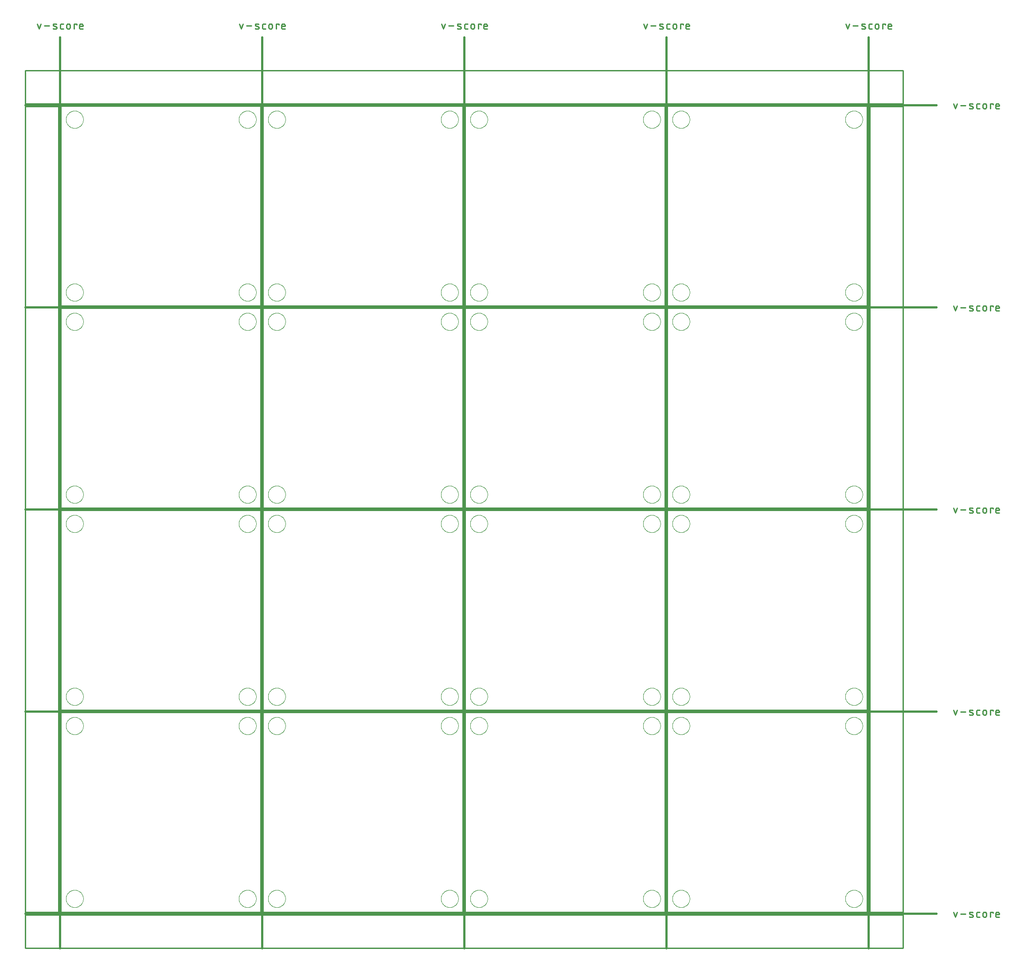
<source format=gko>
G04 EAGLE Gerber RS-274X export*
G75*
%MOMM*%
%FSLAX34Y34*%
%LPD*%
%IN*%
%IPPOS*%
%AMOC8*
5,1,8,0,0,1.08239X$1,22.5*%
G01*
%ADD10C,0.203200*%
%ADD11C,0.381000*%
%ADD12C,0.279400*%
%ADD13C,0.254000*%
%ADD14C,0.000000*%


D10*
X0Y381000D02*
X381000Y381000D01*
X381000Y0D01*
X0Y0D01*
X0Y381000D01*
X386080Y381000D02*
X767080Y381000D01*
X767080Y0D01*
X386080Y0D01*
X386080Y381000D01*
X772160Y381000D02*
X1153160Y381000D01*
X1153160Y0D01*
X772160Y0D01*
X772160Y381000D01*
X1158240Y381000D02*
X1539240Y381000D01*
X1539240Y0D01*
X1158240Y0D01*
X1158240Y381000D01*
X381000Y767080D02*
X0Y767080D01*
X381000Y767080D02*
X381000Y386080D01*
X0Y386080D01*
X0Y767080D01*
X386080Y767080D02*
X767080Y767080D01*
X767080Y386080D01*
X386080Y386080D01*
X386080Y767080D01*
X772160Y767080D02*
X1153160Y767080D01*
X1153160Y386080D01*
X772160Y386080D01*
X772160Y767080D01*
X1158240Y767080D02*
X1539240Y767080D01*
X1539240Y386080D01*
X1158240Y386080D01*
X1158240Y767080D01*
X381000Y1153160D02*
X0Y1153160D01*
X381000Y1153160D02*
X381000Y772160D01*
X0Y772160D01*
X0Y1153160D01*
X386080Y1153160D02*
X767080Y1153160D01*
X767080Y772160D01*
X386080Y772160D01*
X386080Y1153160D01*
X772160Y1153160D02*
X1153160Y1153160D01*
X1153160Y772160D01*
X772160Y772160D01*
X772160Y1153160D01*
X1158240Y1153160D02*
X1539240Y1153160D01*
X1539240Y772160D01*
X1158240Y772160D01*
X1158240Y1153160D01*
X381000Y1539240D02*
X0Y1539240D01*
X381000Y1539240D02*
X381000Y1158240D01*
X0Y1158240D01*
X0Y1539240D01*
X386080Y1539240D02*
X767080Y1539240D01*
X767080Y1158240D01*
X386080Y1158240D01*
X386080Y1539240D01*
X772160Y1539240D02*
X1153160Y1539240D01*
X1153160Y1158240D01*
X772160Y1158240D01*
X772160Y1539240D01*
X1158240Y1539240D02*
X1539240Y1539240D01*
X1539240Y1158240D01*
X1158240Y1158240D01*
X1158240Y1539240D01*
D11*
X-2540Y1671320D02*
X-2540Y-68580D01*
D12*
X-42921Y1686687D02*
X-46251Y1696678D01*
X-39590Y1696678D02*
X-42921Y1686687D01*
X-32806Y1692515D02*
X-22815Y1692515D01*
X-14261Y1692515D02*
X-10098Y1690850D01*
X-14261Y1692514D02*
X-14346Y1692550D01*
X-14429Y1692590D01*
X-14510Y1692633D01*
X-14590Y1692680D01*
X-14667Y1692730D01*
X-14743Y1692783D01*
X-14816Y1692839D01*
X-14886Y1692899D01*
X-14954Y1692961D01*
X-15019Y1693026D01*
X-15081Y1693094D01*
X-15141Y1693165D01*
X-15197Y1693238D01*
X-15250Y1693313D01*
X-15300Y1693391D01*
X-15346Y1693470D01*
X-15389Y1693552D01*
X-15429Y1693635D01*
X-15465Y1693720D01*
X-15497Y1693806D01*
X-15526Y1693894D01*
X-15550Y1693983D01*
X-15571Y1694073D01*
X-15588Y1694163D01*
X-15602Y1694254D01*
X-15611Y1694346D01*
X-15616Y1694438D01*
X-15618Y1694530D01*
X-15616Y1694622D01*
X-15609Y1694714D01*
X-15599Y1694806D01*
X-15585Y1694897D01*
X-15567Y1694988D01*
X-15545Y1695077D01*
X-15519Y1695166D01*
X-15489Y1695253D01*
X-15456Y1695339D01*
X-15419Y1695423D01*
X-15379Y1695506D01*
X-15335Y1695587D01*
X-15288Y1695666D01*
X-15237Y1695743D01*
X-15183Y1695818D01*
X-15126Y1695891D01*
X-15066Y1695961D01*
X-15003Y1696028D01*
X-14937Y1696092D01*
X-14869Y1696154D01*
X-14798Y1696213D01*
X-14724Y1696268D01*
X-14648Y1696321D01*
X-14570Y1696370D01*
X-14490Y1696416D01*
X-14409Y1696458D01*
X-14325Y1696497D01*
X-14240Y1696532D01*
X-14153Y1696563D01*
X-14065Y1696591D01*
X-13976Y1696615D01*
X-13886Y1696635D01*
X-13796Y1696652D01*
X-13704Y1696664D01*
X-13612Y1696673D01*
X-13520Y1696677D01*
X-13428Y1696678D01*
X-13201Y1696672D01*
X-12974Y1696661D01*
X-12747Y1696644D01*
X-12521Y1696621D01*
X-12295Y1696594D01*
X-12070Y1696560D01*
X-11846Y1696522D01*
X-11623Y1696478D01*
X-11401Y1696429D01*
X-11180Y1696374D01*
X-10961Y1696314D01*
X-10743Y1696249D01*
X-10527Y1696178D01*
X-10313Y1696103D01*
X-10100Y1696022D01*
X-9890Y1695936D01*
X-9681Y1695845D01*
X-10098Y1690850D02*
X-10013Y1690814D01*
X-9930Y1690774D01*
X-9849Y1690731D01*
X-9769Y1690684D01*
X-9692Y1690634D01*
X-9616Y1690581D01*
X-9543Y1690525D01*
X-9473Y1690465D01*
X-9405Y1690403D01*
X-9340Y1690338D01*
X-9278Y1690270D01*
X-9218Y1690199D01*
X-9162Y1690126D01*
X-9109Y1690051D01*
X-9059Y1689973D01*
X-9013Y1689894D01*
X-8970Y1689812D01*
X-8930Y1689729D01*
X-8894Y1689644D01*
X-8862Y1689558D01*
X-8833Y1689470D01*
X-8809Y1689381D01*
X-8788Y1689291D01*
X-8771Y1689201D01*
X-8757Y1689110D01*
X-8748Y1689018D01*
X-8743Y1688926D01*
X-8741Y1688834D01*
X-8743Y1688742D01*
X-8750Y1688650D01*
X-8760Y1688558D01*
X-8774Y1688467D01*
X-8792Y1688376D01*
X-8814Y1688287D01*
X-8840Y1688198D01*
X-8870Y1688111D01*
X-8903Y1688025D01*
X-8940Y1687941D01*
X-8980Y1687858D01*
X-9024Y1687777D01*
X-9071Y1687698D01*
X-9122Y1687621D01*
X-9176Y1687546D01*
X-9233Y1687473D01*
X-9293Y1687403D01*
X-9356Y1687336D01*
X-9422Y1687272D01*
X-9490Y1687210D01*
X-9561Y1687151D01*
X-9635Y1687096D01*
X-9711Y1687043D01*
X-9789Y1686994D01*
X-9869Y1686948D01*
X-9950Y1686906D01*
X-10034Y1686867D01*
X-10119Y1686832D01*
X-10206Y1686801D01*
X-10294Y1686773D01*
X-10383Y1686749D01*
X-10473Y1686729D01*
X-10563Y1686712D01*
X-10655Y1686700D01*
X-10747Y1686691D01*
X-10839Y1686687D01*
X-10931Y1686686D01*
X-10931Y1686687D02*
X-11265Y1686696D01*
X-11598Y1686713D01*
X-11931Y1686737D01*
X-12264Y1686770D01*
X-12595Y1686810D01*
X-12926Y1686858D01*
X-13255Y1686914D01*
X-13583Y1686977D01*
X-13909Y1687049D01*
X-14233Y1687128D01*
X-14556Y1687214D01*
X-14876Y1687309D01*
X-15194Y1687411D01*
X-15510Y1687520D01*
X562Y1686687D02*
X3892Y1686687D01*
X562Y1686687D02*
X464Y1686689D01*
X366Y1686695D01*
X268Y1686704D01*
X171Y1686718D01*
X75Y1686735D01*
X-21Y1686756D01*
X-116Y1686781D01*
X-210Y1686809D01*
X-303Y1686841D01*
X-394Y1686877D01*
X-484Y1686916D01*
X-572Y1686959D01*
X-659Y1687006D01*
X-743Y1687055D01*
X-826Y1687108D01*
X-906Y1687164D01*
X-985Y1687223D01*
X-1060Y1687286D01*
X-1134Y1687351D01*
X-1204Y1687419D01*
X-1272Y1687489D01*
X-1338Y1687563D01*
X-1400Y1687639D01*
X-1459Y1687717D01*
X-1515Y1687797D01*
X-1568Y1687880D01*
X-1618Y1687964D01*
X-1664Y1688051D01*
X-1707Y1688139D01*
X-1746Y1688229D01*
X-1782Y1688320D01*
X-1814Y1688413D01*
X-1842Y1688507D01*
X-1867Y1688602D01*
X-1888Y1688698D01*
X-1905Y1688794D01*
X-1919Y1688891D01*
X-1928Y1688989D01*
X-1934Y1689087D01*
X-1936Y1689185D01*
X-1936Y1694180D01*
X-1934Y1694278D01*
X-1928Y1694376D01*
X-1919Y1694474D01*
X-1905Y1694571D01*
X-1888Y1694667D01*
X-1867Y1694763D01*
X-1842Y1694858D01*
X-1814Y1694952D01*
X-1782Y1695045D01*
X-1746Y1695136D01*
X-1707Y1695226D01*
X-1664Y1695314D01*
X-1617Y1695401D01*
X-1568Y1695485D01*
X-1515Y1695568D01*
X-1459Y1695648D01*
X-1400Y1695726D01*
X-1337Y1695802D01*
X-1272Y1695876D01*
X-1204Y1695946D01*
X-1134Y1696014D01*
X-1060Y1696079D01*
X-984Y1696142D01*
X-906Y1696201D01*
X-826Y1696257D01*
X-743Y1696310D01*
X-659Y1696359D01*
X-572Y1696406D01*
X-484Y1696449D01*
X-394Y1696488D01*
X-303Y1696524D01*
X-210Y1696556D01*
X-116Y1696584D01*
X-21Y1696609D01*
X75Y1696630D01*
X171Y1696647D01*
X268Y1696661D01*
X366Y1696670D01*
X464Y1696676D01*
X562Y1696678D01*
X3892Y1696678D01*
X10022Y1693347D02*
X10022Y1690017D01*
X10022Y1693347D02*
X10024Y1693461D01*
X10030Y1693574D01*
X10039Y1693688D01*
X10053Y1693800D01*
X10070Y1693913D01*
X10092Y1694025D01*
X10117Y1694135D01*
X10145Y1694245D01*
X10178Y1694354D01*
X10214Y1694462D01*
X10254Y1694569D01*
X10298Y1694674D01*
X10345Y1694777D01*
X10395Y1694879D01*
X10449Y1694979D01*
X10507Y1695077D01*
X10568Y1695173D01*
X10631Y1695267D01*
X10699Y1695359D01*
X10769Y1695449D01*
X10842Y1695535D01*
X10918Y1695620D01*
X10997Y1695702D01*
X11079Y1695781D01*
X11164Y1695857D01*
X11250Y1695930D01*
X11340Y1696000D01*
X11432Y1696068D01*
X11526Y1696131D01*
X11622Y1696192D01*
X11720Y1696250D01*
X11820Y1696304D01*
X11922Y1696354D01*
X12025Y1696401D01*
X12130Y1696445D01*
X12237Y1696485D01*
X12345Y1696521D01*
X12454Y1696554D01*
X12564Y1696582D01*
X12674Y1696607D01*
X12786Y1696629D01*
X12899Y1696646D01*
X13011Y1696660D01*
X13125Y1696669D01*
X13238Y1696675D01*
X13352Y1696677D01*
X13466Y1696675D01*
X13579Y1696669D01*
X13693Y1696660D01*
X13805Y1696646D01*
X13918Y1696629D01*
X14030Y1696607D01*
X14140Y1696582D01*
X14250Y1696554D01*
X14359Y1696521D01*
X14467Y1696485D01*
X14574Y1696445D01*
X14679Y1696401D01*
X14782Y1696354D01*
X14884Y1696304D01*
X14984Y1696250D01*
X15082Y1696192D01*
X15178Y1696131D01*
X15272Y1696068D01*
X15364Y1696000D01*
X15454Y1695930D01*
X15540Y1695857D01*
X15625Y1695781D01*
X15707Y1695702D01*
X15786Y1695620D01*
X15862Y1695535D01*
X15935Y1695449D01*
X16005Y1695359D01*
X16073Y1695267D01*
X16136Y1695173D01*
X16197Y1695077D01*
X16255Y1694979D01*
X16309Y1694879D01*
X16359Y1694777D01*
X16406Y1694674D01*
X16450Y1694569D01*
X16490Y1694462D01*
X16526Y1694354D01*
X16559Y1694245D01*
X16587Y1694135D01*
X16612Y1694025D01*
X16634Y1693913D01*
X16651Y1693800D01*
X16665Y1693688D01*
X16674Y1693574D01*
X16680Y1693461D01*
X16682Y1693347D01*
X16682Y1690017D01*
X16680Y1689903D01*
X16674Y1689790D01*
X16665Y1689676D01*
X16651Y1689564D01*
X16634Y1689451D01*
X16612Y1689339D01*
X16587Y1689229D01*
X16559Y1689119D01*
X16526Y1689010D01*
X16490Y1688902D01*
X16450Y1688795D01*
X16406Y1688690D01*
X16359Y1688587D01*
X16309Y1688485D01*
X16255Y1688385D01*
X16197Y1688287D01*
X16136Y1688191D01*
X16073Y1688097D01*
X16005Y1688005D01*
X15935Y1687915D01*
X15862Y1687829D01*
X15786Y1687744D01*
X15707Y1687662D01*
X15625Y1687583D01*
X15540Y1687507D01*
X15454Y1687434D01*
X15364Y1687364D01*
X15272Y1687296D01*
X15178Y1687233D01*
X15082Y1687172D01*
X14984Y1687114D01*
X14884Y1687060D01*
X14782Y1687010D01*
X14679Y1686963D01*
X14574Y1686919D01*
X14467Y1686879D01*
X14359Y1686843D01*
X14250Y1686810D01*
X14140Y1686782D01*
X14030Y1686757D01*
X13918Y1686735D01*
X13805Y1686718D01*
X13693Y1686704D01*
X13579Y1686695D01*
X13466Y1686689D01*
X13352Y1686687D01*
X13238Y1686689D01*
X13125Y1686695D01*
X13011Y1686704D01*
X12899Y1686718D01*
X12786Y1686735D01*
X12674Y1686757D01*
X12564Y1686782D01*
X12454Y1686810D01*
X12345Y1686843D01*
X12237Y1686879D01*
X12130Y1686919D01*
X12025Y1686963D01*
X11922Y1687010D01*
X11820Y1687060D01*
X11720Y1687114D01*
X11622Y1687172D01*
X11526Y1687233D01*
X11432Y1687296D01*
X11340Y1687364D01*
X11250Y1687434D01*
X11164Y1687507D01*
X11079Y1687583D01*
X10997Y1687662D01*
X10918Y1687744D01*
X10842Y1687829D01*
X10769Y1687915D01*
X10699Y1688005D01*
X10631Y1688097D01*
X10568Y1688191D01*
X10507Y1688287D01*
X10449Y1688385D01*
X10395Y1688485D01*
X10345Y1688587D01*
X10298Y1688690D01*
X10254Y1688795D01*
X10214Y1688902D01*
X10178Y1689010D01*
X10145Y1689119D01*
X10117Y1689229D01*
X10092Y1689339D01*
X10070Y1689451D01*
X10053Y1689564D01*
X10039Y1689676D01*
X10030Y1689790D01*
X10024Y1689903D01*
X10022Y1690017D01*
X24218Y1686687D02*
X24218Y1696678D01*
X29213Y1696678D01*
X29213Y1695013D01*
X37008Y1686687D02*
X41171Y1686687D01*
X37008Y1686687D02*
X36910Y1686689D01*
X36812Y1686695D01*
X36714Y1686704D01*
X36617Y1686718D01*
X36521Y1686735D01*
X36425Y1686756D01*
X36330Y1686781D01*
X36236Y1686809D01*
X36143Y1686841D01*
X36052Y1686877D01*
X35962Y1686916D01*
X35874Y1686959D01*
X35787Y1687006D01*
X35703Y1687055D01*
X35620Y1687108D01*
X35540Y1687164D01*
X35462Y1687223D01*
X35386Y1687286D01*
X35312Y1687351D01*
X35242Y1687419D01*
X35174Y1687489D01*
X35109Y1687563D01*
X35046Y1687639D01*
X34987Y1687717D01*
X34931Y1687797D01*
X34878Y1687880D01*
X34829Y1687964D01*
X34782Y1688051D01*
X34739Y1688139D01*
X34700Y1688229D01*
X34664Y1688320D01*
X34632Y1688413D01*
X34604Y1688507D01*
X34579Y1688602D01*
X34558Y1688698D01*
X34541Y1688794D01*
X34527Y1688891D01*
X34518Y1688989D01*
X34512Y1689087D01*
X34510Y1689185D01*
X34510Y1693347D01*
X34511Y1693347D02*
X34513Y1693461D01*
X34519Y1693574D01*
X34528Y1693688D01*
X34542Y1693800D01*
X34559Y1693913D01*
X34581Y1694025D01*
X34606Y1694135D01*
X34634Y1694245D01*
X34667Y1694354D01*
X34703Y1694462D01*
X34743Y1694569D01*
X34787Y1694674D01*
X34834Y1694777D01*
X34884Y1694879D01*
X34938Y1694979D01*
X34996Y1695077D01*
X35057Y1695173D01*
X35120Y1695267D01*
X35188Y1695359D01*
X35258Y1695449D01*
X35331Y1695535D01*
X35407Y1695620D01*
X35486Y1695702D01*
X35568Y1695781D01*
X35653Y1695857D01*
X35739Y1695930D01*
X35829Y1696000D01*
X35921Y1696068D01*
X36015Y1696131D01*
X36111Y1696192D01*
X36209Y1696250D01*
X36309Y1696304D01*
X36411Y1696354D01*
X36514Y1696401D01*
X36619Y1696445D01*
X36726Y1696485D01*
X36834Y1696521D01*
X36943Y1696554D01*
X37053Y1696582D01*
X37163Y1696607D01*
X37275Y1696629D01*
X37388Y1696646D01*
X37500Y1696660D01*
X37614Y1696669D01*
X37727Y1696675D01*
X37841Y1696677D01*
X37955Y1696675D01*
X38068Y1696669D01*
X38182Y1696660D01*
X38294Y1696646D01*
X38407Y1696629D01*
X38519Y1696607D01*
X38629Y1696582D01*
X38739Y1696554D01*
X38848Y1696521D01*
X38956Y1696485D01*
X39063Y1696445D01*
X39168Y1696401D01*
X39271Y1696354D01*
X39373Y1696304D01*
X39473Y1696250D01*
X39571Y1696192D01*
X39667Y1696131D01*
X39761Y1696068D01*
X39853Y1696000D01*
X39943Y1695930D01*
X40029Y1695857D01*
X40114Y1695781D01*
X40196Y1695702D01*
X40275Y1695620D01*
X40351Y1695535D01*
X40424Y1695449D01*
X40494Y1695359D01*
X40562Y1695267D01*
X40625Y1695173D01*
X40686Y1695077D01*
X40744Y1694979D01*
X40798Y1694879D01*
X40848Y1694777D01*
X40895Y1694674D01*
X40939Y1694569D01*
X40979Y1694462D01*
X41015Y1694354D01*
X41048Y1694245D01*
X41076Y1694135D01*
X41101Y1694025D01*
X41123Y1693913D01*
X41140Y1693800D01*
X41154Y1693688D01*
X41163Y1693574D01*
X41169Y1693461D01*
X41171Y1693347D01*
X41171Y1691682D01*
X34510Y1691682D01*
D11*
X383540Y1671320D02*
X383540Y-68580D01*
D12*
X343159Y1686687D02*
X339829Y1696678D01*
X346490Y1696678D02*
X343159Y1686687D01*
X353274Y1692515D02*
X363265Y1692515D01*
X371819Y1692515D02*
X375982Y1690850D01*
X371819Y1692514D02*
X371734Y1692550D01*
X371651Y1692590D01*
X371570Y1692633D01*
X371490Y1692680D01*
X371413Y1692730D01*
X371337Y1692783D01*
X371264Y1692839D01*
X371194Y1692899D01*
X371126Y1692961D01*
X371061Y1693026D01*
X370999Y1693094D01*
X370939Y1693165D01*
X370883Y1693238D01*
X370830Y1693313D01*
X370780Y1693391D01*
X370734Y1693470D01*
X370691Y1693552D01*
X370651Y1693635D01*
X370615Y1693720D01*
X370583Y1693806D01*
X370554Y1693894D01*
X370530Y1693983D01*
X370509Y1694073D01*
X370492Y1694163D01*
X370478Y1694254D01*
X370469Y1694346D01*
X370464Y1694438D01*
X370462Y1694530D01*
X370464Y1694622D01*
X370471Y1694714D01*
X370481Y1694806D01*
X370495Y1694897D01*
X370513Y1694988D01*
X370535Y1695077D01*
X370561Y1695166D01*
X370591Y1695253D01*
X370624Y1695339D01*
X370661Y1695423D01*
X370701Y1695506D01*
X370745Y1695587D01*
X370792Y1695666D01*
X370843Y1695743D01*
X370897Y1695818D01*
X370954Y1695891D01*
X371014Y1695961D01*
X371077Y1696028D01*
X371143Y1696092D01*
X371211Y1696154D01*
X371282Y1696213D01*
X371356Y1696268D01*
X371432Y1696321D01*
X371510Y1696370D01*
X371590Y1696416D01*
X371671Y1696458D01*
X371755Y1696497D01*
X371840Y1696532D01*
X371927Y1696563D01*
X372015Y1696591D01*
X372104Y1696615D01*
X372194Y1696635D01*
X372284Y1696652D01*
X372376Y1696664D01*
X372468Y1696673D01*
X372560Y1696677D01*
X372652Y1696678D01*
X372879Y1696672D01*
X373106Y1696661D01*
X373333Y1696644D01*
X373559Y1696621D01*
X373785Y1696594D01*
X374010Y1696560D01*
X374234Y1696522D01*
X374457Y1696478D01*
X374679Y1696429D01*
X374900Y1696374D01*
X375119Y1696314D01*
X375337Y1696249D01*
X375553Y1696178D01*
X375767Y1696103D01*
X375980Y1696022D01*
X376190Y1695936D01*
X376399Y1695845D01*
X375982Y1690850D02*
X376067Y1690814D01*
X376150Y1690774D01*
X376231Y1690731D01*
X376311Y1690684D01*
X376388Y1690634D01*
X376464Y1690581D01*
X376537Y1690525D01*
X376607Y1690465D01*
X376675Y1690403D01*
X376740Y1690338D01*
X376802Y1690270D01*
X376862Y1690199D01*
X376918Y1690126D01*
X376971Y1690051D01*
X377021Y1689973D01*
X377067Y1689894D01*
X377110Y1689812D01*
X377150Y1689729D01*
X377186Y1689644D01*
X377218Y1689558D01*
X377247Y1689470D01*
X377271Y1689381D01*
X377292Y1689291D01*
X377309Y1689201D01*
X377323Y1689110D01*
X377332Y1689018D01*
X377337Y1688926D01*
X377339Y1688834D01*
X377337Y1688742D01*
X377330Y1688650D01*
X377320Y1688558D01*
X377306Y1688467D01*
X377288Y1688376D01*
X377266Y1688287D01*
X377240Y1688198D01*
X377210Y1688111D01*
X377177Y1688025D01*
X377140Y1687941D01*
X377100Y1687858D01*
X377056Y1687777D01*
X377009Y1687698D01*
X376958Y1687621D01*
X376904Y1687546D01*
X376847Y1687473D01*
X376787Y1687403D01*
X376724Y1687336D01*
X376658Y1687272D01*
X376590Y1687210D01*
X376519Y1687151D01*
X376445Y1687096D01*
X376369Y1687043D01*
X376291Y1686994D01*
X376211Y1686948D01*
X376130Y1686906D01*
X376046Y1686867D01*
X375961Y1686832D01*
X375874Y1686801D01*
X375786Y1686773D01*
X375697Y1686749D01*
X375607Y1686729D01*
X375517Y1686712D01*
X375425Y1686700D01*
X375333Y1686691D01*
X375241Y1686687D01*
X375149Y1686686D01*
X375149Y1686687D02*
X374815Y1686696D01*
X374482Y1686713D01*
X374149Y1686737D01*
X373816Y1686770D01*
X373485Y1686810D01*
X373154Y1686858D01*
X372825Y1686914D01*
X372497Y1686977D01*
X372171Y1687049D01*
X371847Y1687128D01*
X371524Y1687214D01*
X371204Y1687309D01*
X370886Y1687411D01*
X370570Y1687520D01*
X386642Y1686687D02*
X389972Y1686687D01*
X386642Y1686687D02*
X386544Y1686689D01*
X386446Y1686695D01*
X386348Y1686704D01*
X386251Y1686718D01*
X386155Y1686735D01*
X386059Y1686756D01*
X385964Y1686781D01*
X385870Y1686809D01*
X385777Y1686841D01*
X385686Y1686877D01*
X385596Y1686916D01*
X385508Y1686959D01*
X385421Y1687006D01*
X385337Y1687055D01*
X385254Y1687108D01*
X385174Y1687164D01*
X385096Y1687223D01*
X385020Y1687286D01*
X384946Y1687351D01*
X384876Y1687419D01*
X384808Y1687489D01*
X384743Y1687563D01*
X384680Y1687639D01*
X384621Y1687717D01*
X384565Y1687797D01*
X384512Y1687880D01*
X384463Y1687964D01*
X384416Y1688051D01*
X384373Y1688139D01*
X384334Y1688229D01*
X384298Y1688320D01*
X384266Y1688413D01*
X384238Y1688507D01*
X384213Y1688602D01*
X384192Y1688698D01*
X384175Y1688794D01*
X384161Y1688891D01*
X384152Y1688989D01*
X384146Y1689087D01*
X384144Y1689185D01*
X384144Y1694180D01*
X384146Y1694278D01*
X384152Y1694376D01*
X384161Y1694474D01*
X384175Y1694571D01*
X384192Y1694667D01*
X384213Y1694763D01*
X384238Y1694858D01*
X384266Y1694952D01*
X384298Y1695045D01*
X384334Y1695136D01*
X384373Y1695226D01*
X384416Y1695314D01*
X384463Y1695401D01*
X384512Y1695485D01*
X384565Y1695568D01*
X384621Y1695648D01*
X384680Y1695727D01*
X384743Y1695802D01*
X384808Y1695876D01*
X384876Y1695946D01*
X384946Y1696014D01*
X385020Y1696080D01*
X385096Y1696142D01*
X385174Y1696201D01*
X385254Y1696257D01*
X385337Y1696310D01*
X385421Y1696360D01*
X385508Y1696406D01*
X385596Y1696449D01*
X385686Y1696488D01*
X385777Y1696524D01*
X385870Y1696556D01*
X385964Y1696584D01*
X386059Y1696609D01*
X386155Y1696630D01*
X386251Y1696647D01*
X386348Y1696661D01*
X386446Y1696670D01*
X386544Y1696676D01*
X386642Y1696678D01*
X389972Y1696678D01*
X396102Y1693347D02*
X396102Y1690017D01*
X396102Y1693347D02*
X396104Y1693461D01*
X396110Y1693574D01*
X396119Y1693688D01*
X396133Y1693800D01*
X396150Y1693913D01*
X396172Y1694025D01*
X396197Y1694135D01*
X396225Y1694245D01*
X396258Y1694354D01*
X396294Y1694462D01*
X396334Y1694569D01*
X396378Y1694674D01*
X396425Y1694777D01*
X396475Y1694879D01*
X396529Y1694979D01*
X396587Y1695077D01*
X396648Y1695173D01*
X396711Y1695267D01*
X396779Y1695359D01*
X396849Y1695449D01*
X396922Y1695535D01*
X396998Y1695620D01*
X397077Y1695702D01*
X397159Y1695781D01*
X397244Y1695857D01*
X397330Y1695930D01*
X397420Y1696000D01*
X397512Y1696068D01*
X397606Y1696131D01*
X397702Y1696192D01*
X397800Y1696250D01*
X397900Y1696304D01*
X398002Y1696354D01*
X398105Y1696401D01*
X398210Y1696445D01*
X398317Y1696485D01*
X398425Y1696521D01*
X398534Y1696554D01*
X398644Y1696582D01*
X398754Y1696607D01*
X398866Y1696629D01*
X398979Y1696646D01*
X399091Y1696660D01*
X399205Y1696669D01*
X399318Y1696675D01*
X399432Y1696677D01*
X399546Y1696675D01*
X399659Y1696669D01*
X399773Y1696660D01*
X399885Y1696646D01*
X399998Y1696629D01*
X400110Y1696607D01*
X400220Y1696582D01*
X400330Y1696554D01*
X400439Y1696521D01*
X400547Y1696485D01*
X400654Y1696445D01*
X400759Y1696401D01*
X400862Y1696354D01*
X400964Y1696304D01*
X401064Y1696250D01*
X401162Y1696192D01*
X401258Y1696131D01*
X401352Y1696068D01*
X401444Y1696000D01*
X401534Y1695930D01*
X401620Y1695857D01*
X401705Y1695781D01*
X401787Y1695702D01*
X401866Y1695620D01*
X401942Y1695535D01*
X402015Y1695449D01*
X402085Y1695359D01*
X402153Y1695267D01*
X402216Y1695173D01*
X402277Y1695077D01*
X402335Y1694979D01*
X402389Y1694879D01*
X402439Y1694777D01*
X402486Y1694674D01*
X402530Y1694569D01*
X402570Y1694462D01*
X402606Y1694354D01*
X402639Y1694245D01*
X402667Y1694135D01*
X402692Y1694025D01*
X402714Y1693913D01*
X402731Y1693800D01*
X402745Y1693688D01*
X402754Y1693574D01*
X402760Y1693461D01*
X402762Y1693347D01*
X402762Y1690017D01*
X402760Y1689903D01*
X402754Y1689790D01*
X402745Y1689676D01*
X402731Y1689564D01*
X402714Y1689451D01*
X402692Y1689339D01*
X402667Y1689229D01*
X402639Y1689119D01*
X402606Y1689010D01*
X402570Y1688902D01*
X402530Y1688795D01*
X402486Y1688690D01*
X402439Y1688587D01*
X402389Y1688485D01*
X402335Y1688385D01*
X402277Y1688287D01*
X402216Y1688191D01*
X402153Y1688097D01*
X402085Y1688005D01*
X402015Y1687915D01*
X401942Y1687829D01*
X401866Y1687744D01*
X401787Y1687662D01*
X401705Y1687583D01*
X401620Y1687507D01*
X401534Y1687434D01*
X401444Y1687364D01*
X401352Y1687296D01*
X401258Y1687233D01*
X401162Y1687172D01*
X401064Y1687114D01*
X400964Y1687060D01*
X400862Y1687010D01*
X400759Y1686963D01*
X400654Y1686919D01*
X400547Y1686879D01*
X400439Y1686843D01*
X400330Y1686810D01*
X400220Y1686782D01*
X400110Y1686757D01*
X399998Y1686735D01*
X399885Y1686718D01*
X399773Y1686704D01*
X399659Y1686695D01*
X399546Y1686689D01*
X399432Y1686687D01*
X399318Y1686689D01*
X399205Y1686695D01*
X399091Y1686704D01*
X398979Y1686718D01*
X398866Y1686735D01*
X398754Y1686757D01*
X398644Y1686782D01*
X398534Y1686810D01*
X398425Y1686843D01*
X398317Y1686879D01*
X398210Y1686919D01*
X398105Y1686963D01*
X398002Y1687010D01*
X397900Y1687060D01*
X397800Y1687114D01*
X397702Y1687172D01*
X397606Y1687233D01*
X397512Y1687296D01*
X397420Y1687364D01*
X397330Y1687434D01*
X397244Y1687507D01*
X397159Y1687583D01*
X397077Y1687662D01*
X396998Y1687744D01*
X396922Y1687829D01*
X396849Y1687915D01*
X396779Y1688005D01*
X396711Y1688097D01*
X396648Y1688191D01*
X396587Y1688287D01*
X396529Y1688385D01*
X396475Y1688485D01*
X396425Y1688587D01*
X396378Y1688690D01*
X396334Y1688795D01*
X396294Y1688902D01*
X396258Y1689010D01*
X396225Y1689119D01*
X396197Y1689229D01*
X396172Y1689339D01*
X396150Y1689451D01*
X396133Y1689564D01*
X396119Y1689676D01*
X396110Y1689790D01*
X396104Y1689903D01*
X396102Y1690017D01*
X410298Y1686687D02*
X410298Y1696678D01*
X415293Y1696678D01*
X415293Y1695013D01*
X423088Y1686687D02*
X427251Y1686687D01*
X423088Y1686687D02*
X422990Y1686689D01*
X422892Y1686695D01*
X422794Y1686704D01*
X422697Y1686718D01*
X422601Y1686735D01*
X422505Y1686756D01*
X422410Y1686781D01*
X422316Y1686809D01*
X422223Y1686841D01*
X422132Y1686877D01*
X422042Y1686916D01*
X421954Y1686959D01*
X421867Y1687006D01*
X421783Y1687055D01*
X421700Y1687108D01*
X421620Y1687164D01*
X421542Y1687223D01*
X421466Y1687286D01*
X421392Y1687351D01*
X421322Y1687419D01*
X421254Y1687489D01*
X421189Y1687563D01*
X421126Y1687639D01*
X421067Y1687717D01*
X421011Y1687797D01*
X420958Y1687880D01*
X420909Y1687964D01*
X420862Y1688051D01*
X420819Y1688139D01*
X420780Y1688229D01*
X420744Y1688320D01*
X420712Y1688413D01*
X420684Y1688507D01*
X420659Y1688602D01*
X420638Y1688698D01*
X420621Y1688794D01*
X420607Y1688891D01*
X420598Y1688989D01*
X420592Y1689087D01*
X420590Y1689185D01*
X420590Y1693347D01*
X420591Y1693347D02*
X420593Y1693461D01*
X420599Y1693574D01*
X420608Y1693688D01*
X420622Y1693800D01*
X420639Y1693913D01*
X420661Y1694025D01*
X420686Y1694135D01*
X420714Y1694245D01*
X420747Y1694354D01*
X420783Y1694462D01*
X420823Y1694569D01*
X420867Y1694674D01*
X420914Y1694777D01*
X420964Y1694879D01*
X421018Y1694979D01*
X421076Y1695077D01*
X421137Y1695173D01*
X421200Y1695267D01*
X421268Y1695359D01*
X421338Y1695449D01*
X421411Y1695535D01*
X421487Y1695620D01*
X421566Y1695702D01*
X421648Y1695781D01*
X421733Y1695857D01*
X421819Y1695930D01*
X421909Y1696000D01*
X422001Y1696068D01*
X422095Y1696131D01*
X422191Y1696192D01*
X422289Y1696250D01*
X422389Y1696304D01*
X422491Y1696354D01*
X422594Y1696401D01*
X422699Y1696445D01*
X422806Y1696485D01*
X422914Y1696521D01*
X423023Y1696554D01*
X423133Y1696582D01*
X423243Y1696607D01*
X423355Y1696629D01*
X423468Y1696646D01*
X423580Y1696660D01*
X423694Y1696669D01*
X423807Y1696675D01*
X423921Y1696677D01*
X424035Y1696675D01*
X424148Y1696669D01*
X424262Y1696660D01*
X424374Y1696646D01*
X424487Y1696629D01*
X424599Y1696607D01*
X424709Y1696582D01*
X424819Y1696554D01*
X424928Y1696521D01*
X425036Y1696485D01*
X425143Y1696445D01*
X425248Y1696401D01*
X425351Y1696354D01*
X425453Y1696304D01*
X425553Y1696250D01*
X425651Y1696192D01*
X425747Y1696131D01*
X425841Y1696068D01*
X425933Y1696000D01*
X426023Y1695930D01*
X426109Y1695857D01*
X426194Y1695781D01*
X426276Y1695702D01*
X426355Y1695620D01*
X426431Y1695535D01*
X426504Y1695449D01*
X426574Y1695359D01*
X426642Y1695267D01*
X426705Y1695173D01*
X426766Y1695077D01*
X426824Y1694979D01*
X426878Y1694879D01*
X426928Y1694777D01*
X426975Y1694674D01*
X427019Y1694569D01*
X427059Y1694462D01*
X427095Y1694354D01*
X427128Y1694245D01*
X427156Y1694135D01*
X427181Y1694025D01*
X427203Y1693913D01*
X427220Y1693800D01*
X427234Y1693688D01*
X427243Y1693574D01*
X427249Y1693461D01*
X427251Y1693347D01*
X427251Y1691682D01*
X420590Y1691682D01*
D11*
X769620Y1671320D02*
X769620Y-68580D01*
D12*
X729239Y1686687D02*
X725909Y1696678D01*
X732570Y1696678D02*
X729239Y1686687D01*
X739354Y1692515D02*
X749345Y1692515D01*
X757899Y1692515D02*
X762062Y1690850D01*
X757899Y1692514D02*
X757814Y1692550D01*
X757731Y1692590D01*
X757650Y1692633D01*
X757570Y1692680D01*
X757493Y1692730D01*
X757417Y1692783D01*
X757344Y1692839D01*
X757274Y1692899D01*
X757206Y1692961D01*
X757141Y1693026D01*
X757079Y1693094D01*
X757019Y1693165D01*
X756963Y1693238D01*
X756910Y1693313D01*
X756860Y1693391D01*
X756814Y1693470D01*
X756771Y1693552D01*
X756731Y1693635D01*
X756695Y1693720D01*
X756663Y1693806D01*
X756634Y1693894D01*
X756610Y1693983D01*
X756589Y1694073D01*
X756572Y1694163D01*
X756558Y1694254D01*
X756549Y1694346D01*
X756544Y1694438D01*
X756542Y1694530D01*
X756544Y1694622D01*
X756551Y1694714D01*
X756561Y1694806D01*
X756575Y1694897D01*
X756593Y1694988D01*
X756615Y1695077D01*
X756641Y1695166D01*
X756671Y1695253D01*
X756704Y1695339D01*
X756741Y1695423D01*
X756781Y1695506D01*
X756825Y1695587D01*
X756872Y1695666D01*
X756923Y1695743D01*
X756977Y1695818D01*
X757034Y1695891D01*
X757094Y1695961D01*
X757157Y1696028D01*
X757223Y1696092D01*
X757291Y1696154D01*
X757362Y1696213D01*
X757436Y1696268D01*
X757512Y1696321D01*
X757590Y1696370D01*
X757670Y1696416D01*
X757751Y1696458D01*
X757835Y1696497D01*
X757920Y1696532D01*
X758007Y1696563D01*
X758095Y1696591D01*
X758184Y1696615D01*
X758274Y1696635D01*
X758364Y1696652D01*
X758456Y1696664D01*
X758548Y1696673D01*
X758640Y1696677D01*
X758732Y1696678D01*
X758959Y1696672D01*
X759186Y1696661D01*
X759413Y1696644D01*
X759639Y1696621D01*
X759865Y1696594D01*
X760090Y1696560D01*
X760314Y1696522D01*
X760537Y1696478D01*
X760759Y1696429D01*
X760980Y1696374D01*
X761199Y1696314D01*
X761417Y1696249D01*
X761633Y1696178D01*
X761847Y1696103D01*
X762060Y1696022D01*
X762270Y1695936D01*
X762479Y1695845D01*
X762062Y1690850D02*
X762147Y1690814D01*
X762230Y1690774D01*
X762311Y1690731D01*
X762391Y1690684D01*
X762468Y1690634D01*
X762544Y1690581D01*
X762617Y1690525D01*
X762687Y1690465D01*
X762755Y1690403D01*
X762820Y1690338D01*
X762882Y1690270D01*
X762942Y1690199D01*
X762998Y1690126D01*
X763051Y1690051D01*
X763101Y1689973D01*
X763147Y1689894D01*
X763190Y1689812D01*
X763230Y1689729D01*
X763266Y1689644D01*
X763298Y1689558D01*
X763327Y1689470D01*
X763351Y1689381D01*
X763372Y1689291D01*
X763389Y1689201D01*
X763403Y1689110D01*
X763412Y1689018D01*
X763417Y1688926D01*
X763419Y1688834D01*
X763417Y1688742D01*
X763410Y1688650D01*
X763400Y1688558D01*
X763386Y1688467D01*
X763368Y1688376D01*
X763346Y1688287D01*
X763320Y1688198D01*
X763290Y1688111D01*
X763257Y1688025D01*
X763220Y1687941D01*
X763180Y1687858D01*
X763136Y1687777D01*
X763089Y1687698D01*
X763038Y1687621D01*
X762984Y1687546D01*
X762927Y1687473D01*
X762867Y1687403D01*
X762804Y1687336D01*
X762738Y1687272D01*
X762670Y1687210D01*
X762599Y1687151D01*
X762525Y1687096D01*
X762449Y1687043D01*
X762371Y1686994D01*
X762291Y1686948D01*
X762210Y1686906D01*
X762126Y1686867D01*
X762041Y1686832D01*
X761954Y1686801D01*
X761866Y1686773D01*
X761777Y1686749D01*
X761687Y1686729D01*
X761597Y1686712D01*
X761505Y1686700D01*
X761413Y1686691D01*
X761321Y1686687D01*
X761229Y1686686D01*
X761229Y1686687D02*
X760895Y1686696D01*
X760562Y1686713D01*
X760229Y1686737D01*
X759896Y1686770D01*
X759565Y1686810D01*
X759234Y1686858D01*
X758905Y1686914D01*
X758577Y1686977D01*
X758251Y1687049D01*
X757927Y1687128D01*
X757604Y1687214D01*
X757284Y1687309D01*
X756966Y1687411D01*
X756650Y1687520D01*
X772722Y1686687D02*
X776052Y1686687D01*
X772722Y1686687D02*
X772624Y1686689D01*
X772526Y1686695D01*
X772428Y1686704D01*
X772331Y1686718D01*
X772235Y1686735D01*
X772139Y1686756D01*
X772044Y1686781D01*
X771950Y1686809D01*
X771857Y1686841D01*
X771766Y1686877D01*
X771676Y1686916D01*
X771588Y1686959D01*
X771501Y1687006D01*
X771417Y1687055D01*
X771334Y1687108D01*
X771254Y1687164D01*
X771176Y1687223D01*
X771100Y1687286D01*
X771026Y1687351D01*
X770956Y1687419D01*
X770888Y1687489D01*
X770823Y1687563D01*
X770760Y1687639D01*
X770701Y1687717D01*
X770645Y1687797D01*
X770592Y1687880D01*
X770543Y1687964D01*
X770496Y1688051D01*
X770453Y1688139D01*
X770414Y1688229D01*
X770378Y1688320D01*
X770346Y1688413D01*
X770318Y1688507D01*
X770293Y1688602D01*
X770272Y1688698D01*
X770255Y1688794D01*
X770241Y1688891D01*
X770232Y1688989D01*
X770226Y1689087D01*
X770224Y1689185D01*
X770224Y1694180D01*
X770226Y1694278D01*
X770232Y1694376D01*
X770241Y1694474D01*
X770255Y1694571D01*
X770272Y1694667D01*
X770293Y1694763D01*
X770318Y1694858D01*
X770346Y1694952D01*
X770378Y1695045D01*
X770414Y1695136D01*
X770453Y1695226D01*
X770496Y1695314D01*
X770543Y1695401D01*
X770592Y1695485D01*
X770645Y1695568D01*
X770701Y1695648D01*
X770760Y1695727D01*
X770823Y1695802D01*
X770888Y1695876D01*
X770956Y1695946D01*
X771026Y1696014D01*
X771100Y1696080D01*
X771176Y1696142D01*
X771254Y1696201D01*
X771334Y1696257D01*
X771417Y1696310D01*
X771501Y1696360D01*
X771588Y1696406D01*
X771676Y1696449D01*
X771766Y1696488D01*
X771857Y1696524D01*
X771950Y1696556D01*
X772044Y1696584D01*
X772139Y1696609D01*
X772235Y1696630D01*
X772331Y1696647D01*
X772428Y1696661D01*
X772526Y1696670D01*
X772624Y1696676D01*
X772722Y1696678D01*
X776052Y1696678D01*
X782182Y1693347D02*
X782182Y1690017D01*
X782182Y1693347D02*
X782184Y1693461D01*
X782190Y1693574D01*
X782199Y1693688D01*
X782213Y1693800D01*
X782230Y1693913D01*
X782252Y1694025D01*
X782277Y1694135D01*
X782305Y1694245D01*
X782338Y1694354D01*
X782374Y1694462D01*
X782414Y1694569D01*
X782458Y1694674D01*
X782505Y1694777D01*
X782555Y1694879D01*
X782609Y1694979D01*
X782667Y1695077D01*
X782728Y1695173D01*
X782791Y1695267D01*
X782859Y1695359D01*
X782929Y1695449D01*
X783002Y1695535D01*
X783078Y1695620D01*
X783157Y1695702D01*
X783239Y1695781D01*
X783324Y1695857D01*
X783410Y1695930D01*
X783500Y1696000D01*
X783592Y1696068D01*
X783686Y1696131D01*
X783782Y1696192D01*
X783880Y1696250D01*
X783980Y1696304D01*
X784082Y1696354D01*
X784185Y1696401D01*
X784290Y1696445D01*
X784397Y1696485D01*
X784505Y1696521D01*
X784614Y1696554D01*
X784724Y1696582D01*
X784834Y1696607D01*
X784946Y1696629D01*
X785059Y1696646D01*
X785171Y1696660D01*
X785285Y1696669D01*
X785398Y1696675D01*
X785512Y1696677D01*
X785626Y1696675D01*
X785739Y1696669D01*
X785853Y1696660D01*
X785965Y1696646D01*
X786078Y1696629D01*
X786190Y1696607D01*
X786300Y1696582D01*
X786410Y1696554D01*
X786519Y1696521D01*
X786627Y1696485D01*
X786734Y1696445D01*
X786839Y1696401D01*
X786942Y1696354D01*
X787044Y1696304D01*
X787144Y1696250D01*
X787242Y1696192D01*
X787338Y1696131D01*
X787432Y1696068D01*
X787524Y1696000D01*
X787614Y1695930D01*
X787700Y1695857D01*
X787785Y1695781D01*
X787867Y1695702D01*
X787946Y1695620D01*
X788022Y1695535D01*
X788095Y1695449D01*
X788165Y1695359D01*
X788233Y1695267D01*
X788296Y1695173D01*
X788357Y1695077D01*
X788415Y1694979D01*
X788469Y1694879D01*
X788519Y1694777D01*
X788566Y1694674D01*
X788610Y1694569D01*
X788650Y1694462D01*
X788686Y1694354D01*
X788719Y1694245D01*
X788747Y1694135D01*
X788772Y1694025D01*
X788794Y1693913D01*
X788811Y1693800D01*
X788825Y1693688D01*
X788834Y1693574D01*
X788840Y1693461D01*
X788842Y1693347D01*
X788842Y1690017D01*
X788840Y1689903D01*
X788834Y1689790D01*
X788825Y1689676D01*
X788811Y1689564D01*
X788794Y1689451D01*
X788772Y1689339D01*
X788747Y1689229D01*
X788719Y1689119D01*
X788686Y1689010D01*
X788650Y1688902D01*
X788610Y1688795D01*
X788566Y1688690D01*
X788519Y1688587D01*
X788469Y1688485D01*
X788415Y1688385D01*
X788357Y1688287D01*
X788296Y1688191D01*
X788233Y1688097D01*
X788165Y1688005D01*
X788095Y1687915D01*
X788022Y1687829D01*
X787946Y1687744D01*
X787867Y1687662D01*
X787785Y1687583D01*
X787700Y1687507D01*
X787614Y1687434D01*
X787524Y1687364D01*
X787432Y1687296D01*
X787338Y1687233D01*
X787242Y1687172D01*
X787144Y1687114D01*
X787044Y1687060D01*
X786942Y1687010D01*
X786839Y1686963D01*
X786734Y1686919D01*
X786627Y1686879D01*
X786519Y1686843D01*
X786410Y1686810D01*
X786300Y1686782D01*
X786190Y1686757D01*
X786078Y1686735D01*
X785965Y1686718D01*
X785853Y1686704D01*
X785739Y1686695D01*
X785626Y1686689D01*
X785512Y1686687D01*
X785398Y1686689D01*
X785285Y1686695D01*
X785171Y1686704D01*
X785059Y1686718D01*
X784946Y1686735D01*
X784834Y1686757D01*
X784724Y1686782D01*
X784614Y1686810D01*
X784505Y1686843D01*
X784397Y1686879D01*
X784290Y1686919D01*
X784185Y1686963D01*
X784082Y1687010D01*
X783980Y1687060D01*
X783880Y1687114D01*
X783782Y1687172D01*
X783686Y1687233D01*
X783592Y1687296D01*
X783500Y1687364D01*
X783410Y1687434D01*
X783324Y1687507D01*
X783239Y1687583D01*
X783157Y1687662D01*
X783078Y1687744D01*
X783002Y1687829D01*
X782929Y1687915D01*
X782859Y1688005D01*
X782791Y1688097D01*
X782728Y1688191D01*
X782667Y1688287D01*
X782609Y1688385D01*
X782555Y1688485D01*
X782505Y1688587D01*
X782458Y1688690D01*
X782414Y1688795D01*
X782374Y1688902D01*
X782338Y1689010D01*
X782305Y1689119D01*
X782277Y1689229D01*
X782252Y1689339D01*
X782230Y1689451D01*
X782213Y1689564D01*
X782199Y1689676D01*
X782190Y1689790D01*
X782184Y1689903D01*
X782182Y1690017D01*
X796378Y1686687D02*
X796378Y1696678D01*
X801373Y1696678D01*
X801373Y1695013D01*
X809168Y1686687D02*
X813331Y1686687D01*
X809168Y1686687D02*
X809070Y1686689D01*
X808972Y1686695D01*
X808874Y1686704D01*
X808777Y1686718D01*
X808681Y1686735D01*
X808585Y1686756D01*
X808490Y1686781D01*
X808396Y1686809D01*
X808303Y1686841D01*
X808212Y1686877D01*
X808122Y1686916D01*
X808034Y1686959D01*
X807947Y1687006D01*
X807863Y1687055D01*
X807780Y1687108D01*
X807700Y1687164D01*
X807622Y1687223D01*
X807546Y1687286D01*
X807472Y1687351D01*
X807402Y1687419D01*
X807334Y1687489D01*
X807269Y1687563D01*
X807206Y1687639D01*
X807147Y1687717D01*
X807091Y1687797D01*
X807038Y1687880D01*
X806989Y1687964D01*
X806942Y1688051D01*
X806899Y1688139D01*
X806860Y1688229D01*
X806824Y1688320D01*
X806792Y1688413D01*
X806764Y1688507D01*
X806739Y1688602D01*
X806718Y1688698D01*
X806701Y1688794D01*
X806687Y1688891D01*
X806678Y1688989D01*
X806672Y1689087D01*
X806670Y1689185D01*
X806670Y1693347D01*
X806671Y1693347D02*
X806673Y1693461D01*
X806679Y1693574D01*
X806688Y1693688D01*
X806702Y1693800D01*
X806719Y1693913D01*
X806741Y1694025D01*
X806766Y1694135D01*
X806794Y1694245D01*
X806827Y1694354D01*
X806863Y1694462D01*
X806903Y1694569D01*
X806947Y1694674D01*
X806994Y1694777D01*
X807044Y1694879D01*
X807098Y1694979D01*
X807156Y1695077D01*
X807217Y1695173D01*
X807280Y1695267D01*
X807348Y1695359D01*
X807418Y1695449D01*
X807491Y1695535D01*
X807567Y1695620D01*
X807646Y1695702D01*
X807728Y1695781D01*
X807813Y1695857D01*
X807899Y1695930D01*
X807989Y1696000D01*
X808081Y1696068D01*
X808175Y1696131D01*
X808271Y1696192D01*
X808369Y1696250D01*
X808469Y1696304D01*
X808571Y1696354D01*
X808674Y1696401D01*
X808779Y1696445D01*
X808886Y1696485D01*
X808994Y1696521D01*
X809103Y1696554D01*
X809213Y1696582D01*
X809323Y1696607D01*
X809435Y1696629D01*
X809548Y1696646D01*
X809660Y1696660D01*
X809774Y1696669D01*
X809887Y1696675D01*
X810001Y1696677D01*
X810115Y1696675D01*
X810228Y1696669D01*
X810342Y1696660D01*
X810454Y1696646D01*
X810567Y1696629D01*
X810679Y1696607D01*
X810789Y1696582D01*
X810899Y1696554D01*
X811008Y1696521D01*
X811116Y1696485D01*
X811223Y1696445D01*
X811328Y1696401D01*
X811431Y1696354D01*
X811533Y1696304D01*
X811633Y1696250D01*
X811731Y1696192D01*
X811827Y1696131D01*
X811921Y1696068D01*
X812013Y1696000D01*
X812103Y1695930D01*
X812189Y1695857D01*
X812274Y1695781D01*
X812356Y1695702D01*
X812435Y1695620D01*
X812511Y1695535D01*
X812584Y1695449D01*
X812654Y1695359D01*
X812722Y1695267D01*
X812785Y1695173D01*
X812846Y1695077D01*
X812904Y1694979D01*
X812958Y1694879D01*
X813008Y1694777D01*
X813055Y1694674D01*
X813099Y1694569D01*
X813139Y1694462D01*
X813175Y1694354D01*
X813208Y1694245D01*
X813236Y1694135D01*
X813261Y1694025D01*
X813283Y1693913D01*
X813300Y1693800D01*
X813314Y1693688D01*
X813323Y1693574D01*
X813329Y1693461D01*
X813331Y1693347D01*
X813331Y1691682D01*
X806670Y1691682D01*
D11*
X1155700Y1671320D02*
X1155700Y-68580D01*
D12*
X1115319Y1686687D02*
X1111989Y1696678D01*
X1118650Y1696678D02*
X1115319Y1686687D01*
X1125434Y1692515D02*
X1135425Y1692515D01*
X1143979Y1692515D02*
X1148142Y1690850D01*
X1143979Y1692514D02*
X1143894Y1692550D01*
X1143811Y1692590D01*
X1143730Y1692633D01*
X1143650Y1692680D01*
X1143573Y1692730D01*
X1143497Y1692783D01*
X1143424Y1692839D01*
X1143354Y1692899D01*
X1143286Y1692961D01*
X1143221Y1693026D01*
X1143159Y1693094D01*
X1143099Y1693165D01*
X1143043Y1693238D01*
X1142990Y1693313D01*
X1142940Y1693391D01*
X1142894Y1693470D01*
X1142851Y1693552D01*
X1142811Y1693635D01*
X1142775Y1693720D01*
X1142743Y1693806D01*
X1142714Y1693894D01*
X1142690Y1693983D01*
X1142669Y1694073D01*
X1142652Y1694163D01*
X1142638Y1694254D01*
X1142629Y1694346D01*
X1142624Y1694438D01*
X1142622Y1694530D01*
X1142624Y1694622D01*
X1142631Y1694714D01*
X1142641Y1694806D01*
X1142655Y1694897D01*
X1142673Y1694988D01*
X1142695Y1695077D01*
X1142721Y1695166D01*
X1142751Y1695253D01*
X1142784Y1695339D01*
X1142821Y1695423D01*
X1142861Y1695506D01*
X1142905Y1695587D01*
X1142952Y1695666D01*
X1143003Y1695743D01*
X1143057Y1695818D01*
X1143114Y1695891D01*
X1143174Y1695961D01*
X1143237Y1696028D01*
X1143303Y1696092D01*
X1143371Y1696154D01*
X1143442Y1696213D01*
X1143516Y1696268D01*
X1143592Y1696321D01*
X1143670Y1696370D01*
X1143750Y1696416D01*
X1143831Y1696458D01*
X1143915Y1696497D01*
X1144000Y1696532D01*
X1144087Y1696563D01*
X1144175Y1696591D01*
X1144264Y1696615D01*
X1144354Y1696635D01*
X1144444Y1696652D01*
X1144536Y1696664D01*
X1144628Y1696673D01*
X1144720Y1696677D01*
X1144812Y1696678D01*
X1145039Y1696672D01*
X1145266Y1696661D01*
X1145493Y1696644D01*
X1145719Y1696621D01*
X1145945Y1696594D01*
X1146170Y1696560D01*
X1146394Y1696522D01*
X1146617Y1696478D01*
X1146839Y1696429D01*
X1147060Y1696374D01*
X1147279Y1696314D01*
X1147497Y1696249D01*
X1147713Y1696178D01*
X1147927Y1696103D01*
X1148140Y1696022D01*
X1148350Y1695936D01*
X1148559Y1695845D01*
X1148142Y1690850D02*
X1148227Y1690814D01*
X1148310Y1690774D01*
X1148391Y1690731D01*
X1148471Y1690684D01*
X1148548Y1690634D01*
X1148624Y1690581D01*
X1148697Y1690525D01*
X1148767Y1690465D01*
X1148835Y1690403D01*
X1148900Y1690338D01*
X1148962Y1690270D01*
X1149022Y1690199D01*
X1149078Y1690126D01*
X1149131Y1690051D01*
X1149181Y1689973D01*
X1149227Y1689894D01*
X1149270Y1689812D01*
X1149310Y1689729D01*
X1149346Y1689644D01*
X1149378Y1689558D01*
X1149407Y1689470D01*
X1149431Y1689381D01*
X1149452Y1689291D01*
X1149469Y1689201D01*
X1149483Y1689110D01*
X1149492Y1689018D01*
X1149497Y1688926D01*
X1149499Y1688834D01*
X1149497Y1688742D01*
X1149490Y1688650D01*
X1149480Y1688558D01*
X1149466Y1688467D01*
X1149448Y1688376D01*
X1149426Y1688287D01*
X1149400Y1688198D01*
X1149370Y1688111D01*
X1149337Y1688025D01*
X1149300Y1687941D01*
X1149260Y1687858D01*
X1149216Y1687777D01*
X1149169Y1687698D01*
X1149118Y1687621D01*
X1149064Y1687546D01*
X1149007Y1687473D01*
X1148947Y1687403D01*
X1148884Y1687336D01*
X1148818Y1687272D01*
X1148750Y1687210D01*
X1148679Y1687151D01*
X1148605Y1687096D01*
X1148529Y1687043D01*
X1148451Y1686994D01*
X1148371Y1686948D01*
X1148290Y1686906D01*
X1148206Y1686867D01*
X1148121Y1686832D01*
X1148034Y1686801D01*
X1147946Y1686773D01*
X1147857Y1686749D01*
X1147767Y1686729D01*
X1147677Y1686712D01*
X1147585Y1686700D01*
X1147493Y1686691D01*
X1147401Y1686687D01*
X1147309Y1686686D01*
X1147309Y1686687D02*
X1146975Y1686696D01*
X1146642Y1686713D01*
X1146309Y1686737D01*
X1145976Y1686770D01*
X1145645Y1686810D01*
X1145314Y1686858D01*
X1144985Y1686914D01*
X1144657Y1686977D01*
X1144331Y1687049D01*
X1144007Y1687128D01*
X1143684Y1687214D01*
X1143364Y1687309D01*
X1143046Y1687411D01*
X1142730Y1687520D01*
X1158802Y1686687D02*
X1162132Y1686687D01*
X1158802Y1686687D02*
X1158704Y1686689D01*
X1158606Y1686695D01*
X1158508Y1686704D01*
X1158411Y1686718D01*
X1158315Y1686735D01*
X1158219Y1686756D01*
X1158124Y1686781D01*
X1158030Y1686809D01*
X1157937Y1686841D01*
X1157846Y1686877D01*
X1157756Y1686916D01*
X1157668Y1686959D01*
X1157581Y1687006D01*
X1157497Y1687055D01*
X1157414Y1687108D01*
X1157334Y1687164D01*
X1157256Y1687223D01*
X1157180Y1687286D01*
X1157106Y1687351D01*
X1157036Y1687419D01*
X1156968Y1687489D01*
X1156903Y1687563D01*
X1156840Y1687639D01*
X1156781Y1687717D01*
X1156725Y1687797D01*
X1156672Y1687880D01*
X1156623Y1687964D01*
X1156576Y1688051D01*
X1156533Y1688139D01*
X1156494Y1688229D01*
X1156458Y1688320D01*
X1156426Y1688413D01*
X1156398Y1688507D01*
X1156373Y1688602D01*
X1156352Y1688698D01*
X1156335Y1688794D01*
X1156321Y1688891D01*
X1156312Y1688989D01*
X1156306Y1689087D01*
X1156304Y1689185D01*
X1156304Y1694180D01*
X1156306Y1694278D01*
X1156312Y1694376D01*
X1156321Y1694474D01*
X1156335Y1694571D01*
X1156352Y1694667D01*
X1156373Y1694763D01*
X1156398Y1694858D01*
X1156426Y1694952D01*
X1156458Y1695045D01*
X1156494Y1695136D01*
X1156533Y1695226D01*
X1156576Y1695314D01*
X1156623Y1695401D01*
X1156672Y1695485D01*
X1156725Y1695568D01*
X1156781Y1695648D01*
X1156840Y1695727D01*
X1156903Y1695802D01*
X1156968Y1695876D01*
X1157036Y1695946D01*
X1157106Y1696014D01*
X1157180Y1696080D01*
X1157256Y1696142D01*
X1157334Y1696201D01*
X1157414Y1696257D01*
X1157497Y1696310D01*
X1157581Y1696360D01*
X1157668Y1696406D01*
X1157756Y1696449D01*
X1157846Y1696488D01*
X1157937Y1696524D01*
X1158030Y1696556D01*
X1158124Y1696584D01*
X1158219Y1696609D01*
X1158315Y1696630D01*
X1158411Y1696647D01*
X1158508Y1696661D01*
X1158606Y1696670D01*
X1158704Y1696676D01*
X1158802Y1696678D01*
X1162132Y1696678D01*
X1168262Y1693347D02*
X1168262Y1690017D01*
X1168262Y1693347D02*
X1168264Y1693461D01*
X1168270Y1693574D01*
X1168279Y1693688D01*
X1168293Y1693800D01*
X1168310Y1693913D01*
X1168332Y1694025D01*
X1168357Y1694135D01*
X1168385Y1694245D01*
X1168418Y1694354D01*
X1168454Y1694462D01*
X1168494Y1694569D01*
X1168538Y1694674D01*
X1168585Y1694777D01*
X1168635Y1694879D01*
X1168689Y1694979D01*
X1168747Y1695077D01*
X1168808Y1695173D01*
X1168871Y1695267D01*
X1168939Y1695359D01*
X1169009Y1695449D01*
X1169082Y1695535D01*
X1169158Y1695620D01*
X1169237Y1695702D01*
X1169319Y1695781D01*
X1169404Y1695857D01*
X1169490Y1695930D01*
X1169580Y1696000D01*
X1169672Y1696068D01*
X1169766Y1696131D01*
X1169862Y1696192D01*
X1169960Y1696250D01*
X1170060Y1696304D01*
X1170162Y1696354D01*
X1170265Y1696401D01*
X1170370Y1696445D01*
X1170477Y1696485D01*
X1170585Y1696521D01*
X1170694Y1696554D01*
X1170804Y1696582D01*
X1170914Y1696607D01*
X1171026Y1696629D01*
X1171139Y1696646D01*
X1171251Y1696660D01*
X1171365Y1696669D01*
X1171478Y1696675D01*
X1171592Y1696677D01*
X1171706Y1696675D01*
X1171819Y1696669D01*
X1171933Y1696660D01*
X1172045Y1696646D01*
X1172158Y1696629D01*
X1172270Y1696607D01*
X1172380Y1696582D01*
X1172490Y1696554D01*
X1172599Y1696521D01*
X1172707Y1696485D01*
X1172814Y1696445D01*
X1172919Y1696401D01*
X1173022Y1696354D01*
X1173124Y1696304D01*
X1173224Y1696250D01*
X1173322Y1696192D01*
X1173418Y1696131D01*
X1173512Y1696068D01*
X1173604Y1696000D01*
X1173694Y1695930D01*
X1173780Y1695857D01*
X1173865Y1695781D01*
X1173947Y1695702D01*
X1174026Y1695620D01*
X1174102Y1695535D01*
X1174175Y1695449D01*
X1174245Y1695359D01*
X1174313Y1695267D01*
X1174376Y1695173D01*
X1174437Y1695077D01*
X1174495Y1694979D01*
X1174549Y1694879D01*
X1174599Y1694777D01*
X1174646Y1694674D01*
X1174690Y1694569D01*
X1174730Y1694462D01*
X1174766Y1694354D01*
X1174799Y1694245D01*
X1174827Y1694135D01*
X1174852Y1694025D01*
X1174874Y1693913D01*
X1174891Y1693800D01*
X1174905Y1693688D01*
X1174914Y1693574D01*
X1174920Y1693461D01*
X1174922Y1693347D01*
X1174922Y1690017D01*
X1174920Y1689903D01*
X1174914Y1689790D01*
X1174905Y1689676D01*
X1174891Y1689564D01*
X1174874Y1689451D01*
X1174852Y1689339D01*
X1174827Y1689229D01*
X1174799Y1689119D01*
X1174766Y1689010D01*
X1174730Y1688902D01*
X1174690Y1688795D01*
X1174646Y1688690D01*
X1174599Y1688587D01*
X1174549Y1688485D01*
X1174495Y1688385D01*
X1174437Y1688287D01*
X1174376Y1688191D01*
X1174313Y1688097D01*
X1174245Y1688005D01*
X1174175Y1687915D01*
X1174102Y1687829D01*
X1174026Y1687744D01*
X1173947Y1687662D01*
X1173865Y1687583D01*
X1173780Y1687507D01*
X1173694Y1687434D01*
X1173604Y1687364D01*
X1173512Y1687296D01*
X1173418Y1687233D01*
X1173322Y1687172D01*
X1173224Y1687114D01*
X1173124Y1687060D01*
X1173022Y1687010D01*
X1172919Y1686963D01*
X1172814Y1686919D01*
X1172707Y1686879D01*
X1172599Y1686843D01*
X1172490Y1686810D01*
X1172380Y1686782D01*
X1172270Y1686757D01*
X1172158Y1686735D01*
X1172045Y1686718D01*
X1171933Y1686704D01*
X1171819Y1686695D01*
X1171706Y1686689D01*
X1171592Y1686687D01*
X1171478Y1686689D01*
X1171365Y1686695D01*
X1171251Y1686704D01*
X1171139Y1686718D01*
X1171026Y1686735D01*
X1170914Y1686757D01*
X1170804Y1686782D01*
X1170694Y1686810D01*
X1170585Y1686843D01*
X1170477Y1686879D01*
X1170370Y1686919D01*
X1170265Y1686963D01*
X1170162Y1687010D01*
X1170060Y1687060D01*
X1169960Y1687114D01*
X1169862Y1687172D01*
X1169766Y1687233D01*
X1169672Y1687296D01*
X1169580Y1687364D01*
X1169490Y1687434D01*
X1169404Y1687507D01*
X1169319Y1687583D01*
X1169237Y1687662D01*
X1169158Y1687744D01*
X1169082Y1687829D01*
X1169009Y1687915D01*
X1168939Y1688005D01*
X1168871Y1688097D01*
X1168808Y1688191D01*
X1168747Y1688287D01*
X1168689Y1688385D01*
X1168635Y1688485D01*
X1168585Y1688587D01*
X1168538Y1688690D01*
X1168494Y1688795D01*
X1168454Y1688902D01*
X1168418Y1689010D01*
X1168385Y1689119D01*
X1168357Y1689229D01*
X1168332Y1689339D01*
X1168310Y1689451D01*
X1168293Y1689564D01*
X1168279Y1689676D01*
X1168270Y1689790D01*
X1168264Y1689903D01*
X1168262Y1690017D01*
X1182458Y1686687D02*
X1182458Y1696678D01*
X1187453Y1696678D01*
X1187453Y1695013D01*
X1195248Y1686687D02*
X1199411Y1686687D01*
X1195248Y1686687D02*
X1195150Y1686689D01*
X1195052Y1686695D01*
X1194954Y1686704D01*
X1194857Y1686718D01*
X1194761Y1686735D01*
X1194665Y1686756D01*
X1194570Y1686781D01*
X1194476Y1686809D01*
X1194383Y1686841D01*
X1194292Y1686877D01*
X1194202Y1686916D01*
X1194114Y1686959D01*
X1194027Y1687006D01*
X1193943Y1687055D01*
X1193860Y1687108D01*
X1193780Y1687164D01*
X1193702Y1687223D01*
X1193626Y1687286D01*
X1193552Y1687351D01*
X1193482Y1687419D01*
X1193414Y1687489D01*
X1193349Y1687563D01*
X1193286Y1687639D01*
X1193227Y1687717D01*
X1193171Y1687797D01*
X1193118Y1687880D01*
X1193069Y1687964D01*
X1193022Y1688051D01*
X1192979Y1688139D01*
X1192940Y1688229D01*
X1192904Y1688320D01*
X1192872Y1688413D01*
X1192844Y1688507D01*
X1192819Y1688602D01*
X1192798Y1688698D01*
X1192781Y1688794D01*
X1192767Y1688891D01*
X1192758Y1688989D01*
X1192752Y1689087D01*
X1192750Y1689185D01*
X1192750Y1693347D01*
X1192751Y1693347D02*
X1192753Y1693461D01*
X1192759Y1693574D01*
X1192768Y1693688D01*
X1192782Y1693800D01*
X1192799Y1693913D01*
X1192821Y1694025D01*
X1192846Y1694135D01*
X1192874Y1694245D01*
X1192907Y1694354D01*
X1192943Y1694462D01*
X1192983Y1694569D01*
X1193027Y1694674D01*
X1193074Y1694777D01*
X1193124Y1694879D01*
X1193178Y1694979D01*
X1193236Y1695077D01*
X1193297Y1695173D01*
X1193360Y1695267D01*
X1193428Y1695359D01*
X1193498Y1695449D01*
X1193571Y1695535D01*
X1193647Y1695620D01*
X1193726Y1695702D01*
X1193808Y1695781D01*
X1193893Y1695857D01*
X1193979Y1695930D01*
X1194069Y1696000D01*
X1194161Y1696068D01*
X1194255Y1696131D01*
X1194351Y1696192D01*
X1194449Y1696250D01*
X1194549Y1696304D01*
X1194651Y1696354D01*
X1194754Y1696401D01*
X1194859Y1696445D01*
X1194966Y1696485D01*
X1195074Y1696521D01*
X1195183Y1696554D01*
X1195293Y1696582D01*
X1195403Y1696607D01*
X1195515Y1696629D01*
X1195628Y1696646D01*
X1195740Y1696660D01*
X1195854Y1696669D01*
X1195967Y1696675D01*
X1196081Y1696677D01*
X1196195Y1696675D01*
X1196308Y1696669D01*
X1196422Y1696660D01*
X1196534Y1696646D01*
X1196647Y1696629D01*
X1196759Y1696607D01*
X1196869Y1696582D01*
X1196979Y1696554D01*
X1197088Y1696521D01*
X1197196Y1696485D01*
X1197303Y1696445D01*
X1197408Y1696401D01*
X1197511Y1696354D01*
X1197613Y1696304D01*
X1197713Y1696250D01*
X1197811Y1696192D01*
X1197907Y1696131D01*
X1198001Y1696068D01*
X1198093Y1696000D01*
X1198183Y1695930D01*
X1198269Y1695857D01*
X1198354Y1695781D01*
X1198436Y1695702D01*
X1198515Y1695620D01*
X1198591Y1695535D01*
X1198664Y1695449D01*
X1198734Y1695359D01*
X1198802Y1695267D01*
X1198865Y1695173D01*
X1198926Y1695077D01*
X1198984Y1694979D01*
X1199038Y1694879D01*
X1199088Y1694777D01*
X1199135Y1694674D01*
X1199179Y1694569D01*
X1199219Y1694462D01*
X1199255Y1694354D01*
X1199288Y1694245D01*
X1199316Y1694135D01*
X1199341Y1694025D01*
X1199363Y1693913D01*
X1199380Y1693800D01*
X1199394Y1693688D01*
X1199403Y1693574D01*
X1199409Y1693461D01*
X1199411Y1693347D01*
X1199411Y1691682D01*
X1192750Y1691682D01*
D11*
X1541780Y1671320D02*
X1541780Y-68580D01*
D12*
X1501399Y1686687D02*
X1498069Y1696678D01*
X1504730Y1696678D02*
X1501399Y1686687D01*
X1511514Y1692515D02*
X1521505Y1692515D01*
X1530059Y1692515D02*
X1534222Y1690850D01*
X1530059Y1692514D02*
X1529974Y1692550D01*
X1529891Y1692590D01*
X1529810Y1692633D01*
X1529730Y1692680D01*
X1529653Y1692730D01*
X1529577Y1692783D01*
X1529504Y1692839D01*
X1529434Y1692899D01*
X1529366Y1692961D01*
X1529301Y1693026D01*
X1529239Y1693094D01*
X1529179Y1693165D01*
X1529123Y1693238D01*
X1529070Y1693313D01*
X1529020Y1693391D01*
X1528974Y1693470D01*
X1528931Y1693552D01*
X1528891Y1693635D01*
X1528855Y1693720D01*
X1528823Y1693806D01*
X1528794Y1693894D01*
X1528770Y1693983D01*
X1528749Y1694073D01*
X1528732Y1694163D01*
X1528718Y1694254D01*
X1528709Y1694346D01*
X1528704Y1694438D01*
X1528702Y1694530D01*
X1528704Y1694622D01*
X1528711Y1694714D01*
X1528721Y1694806D01*
X1528735Y1694897D01*
X1528753Y1694988D01*
X1528775Y1695077D01*
X1528801Y1695166D01*
X1528831Y1695253D01*
X1528864Y1695339D01*
X1528901Y1695423D01*
X1528941Y1695506D01*
X1528985Y1695587D01*
X1529032Y1695666D01*
X1529083Y1695743D01*
X1529137Y1695818D01*
X1529194Y1695891D01*
X1529254Y1695961D01*
X1529317Y1696028D01*
X1529383Y1696092D01*
X1529451Y1696154D01*
X1529522Y1696213D01*
X1529596Y1696268D01*
X1529672Y1696321D01*
X1529750Y1696370D01*
X1529830Y1696416D01*
X1529911Y1696458D01*
X1529995Y1696497D01*
X1530080Y1696532D01*
X1530167Y1696563D01*
X1530255Y1696591D01*
X1530344Y1696615D01*
X1530434Y1696635D01*
X1530524Y1696652D01*
X1530616Y1696664D01*
X1530708Y1696673D01*
X1530800Y1696677D01*
X1530892Y1696678D01*
X1531119Y1696672D01*
X1531346Y1696661D01*
X1531573Y1696644D01*
X1531799Y1696621D01*
X1532025Y1696594D01*
X1532250Y1696560D01*
X1532474Y1696522D01*
X1532697Y1696478D01*
X1532919Y1696429D01*
X1533140Y1696374D01*
X1533359Y1696314D01*
X1533577Y1696249D01*
X1533793Y1696178D01*
X1534007Y1696103D01*
X1534220Y1696022D01*
X1534430Y1695936D01*
X1534639Y1695845D01*
X1534222Y1690850D02*
X1534307Y1690814D01*
X1534390Y1690774D01*
X1534471Y1690731D01*
X1534551Y1690684D01*
X1534628Y1690634D01*
X1534704Y1690581D01*
X1534777Y1690525D01*
X1534847Y1690465D01*
X1534915Y1690403D01*
X1534980Y1690338D01*
X1535042Y1690270D01*
X1535102Y1690199D01*
X1535158Y1690126D01*
X1535211Y1690051D01*
X1535261Y1689973D01*
X1535307Y1689894D01*
X1535350Y1689812D01*
X1535390Y1689729D01*
X1535426Y1689644D01*
X1535458Y1689558D01*
X1535487Y1689470D01*
X1535511Y1689381D01*
X1535532Y1689291D01*
X1535549Y1689201D01*
X1535563Y1689110D01*
X1535572Y1689018D01*
X1535577Y1688926D01*
X1535579Y1688834D01*
X1535577Y1688742D01*
X1535570Y1688650D01*
X1535560Y1688558D01*
X1535546Y1688467D01*
X1535528Y1688376D01*
X1535506Y1688287D01*
X1535480Y1688198D01*
X1535450Y1688111D01*
X1535417Y1688025D01*
X1535380Y1687941D01*
X1535340Y1687858D01*
X1535296Y1687777D01*
X1535249Y1687698D01*
X1535198Y1687621D01*
X1535144Y1687546D01*
X1535087Y1687473D01*
X1535027Y1687403D01*
X1534964Y1687336D01*
X1534898Y1687272D01*
X1534830Y1687210D01*
X1534759Y1687151D01*
X1534685Y1687096D01*
X1534609Y1687043D01*
X1534531Y1686994D01*
X1534451Y1686948D01*
X1534370Y1686906D01*
X1534286Y1686867D01*
X1534201Y1686832D01*
X1534114Y1686801D01*
X1534026Y1686773D01*
X1533937Y1686749D01*
X1533847Y1686729D01*
X1533757Y1686712D01*
X1533665Y1686700D01*
X1533573Y1686691D01*
X1533481Y1686687D01*
X1533389Y1686686D01*
X1533389Y1686687D02*
X1533055Y1686696D01*
X1532722Y1686713D01*
X1532389Y1686737D01*
X1532056Y1686770D01*
X1531725Y1686810D01*
X1531394Y1686858D01*
X1531065Y1686914D01*
X1530737Y1686977D01*
X1530411Y1687049D01*
X1530087Y1687128D01*
X1529764Y1687214D01*
X1529444Y1687309D01*
X1529126Y1687411D01*
X1528810Y1687520D01*
X1544882Y1686687D02*
X1548212Y1686687D01*
X1544882Y1686687D02*
X1544784Y1686689D01*
X1544686Y1686695D01*
X1544588Y1686704D01*
X1544491Y1686718D01*
X1544395Y1686735D01*
X1544299Y1686756D01*
X1544204Y1686781D01*
X1544110Y1686809D01*
X1544017Y1686841D01*
X1543926Y1686877D01*
X1543836Y1686916D01*
X1543748Y1686959D01*
X1543661Y1687006D01*
X1543577Y1687055D01*
X1543494Y1687108D01*
X1543414Y1687164D01*
X1543336Y1687223D01*
X1543260Y1687286D01*
X1543186Y1687351D01*
X1543116Y1687419D01*
X1543048Y1687489D01*
X1542983Y1687563D01*
X1542920Y1687639D01*
X1542861Y1687717D01*
X1542805Y1687797D01*
X1542752Y1687880D01*
X1542703Y1687964D01*
X1542656Y1688051D01*
X1542613Y1688139D01*
X1542574Y1688229D01*
X1542538Y1688320D01*
X1542506Y1688413D01*
X1542478Y1688507D01*
X1542453Y1688602D01*
X1542432Y1688698D01*
X1542415Y1688794D01*
X1542401Y1688891D01*
X1542392Y1688989D01*
X1542386Y1689087D01*
X1542384Y1689185D01*
X1542384Y1694180D01*
X1542386Y1694278D01*
X1542392Y1694376D01*
X1542401Y1694474D01*
X1542415Y1694571D01*
X1542432Y1694667D01*
X1542453Y1694763D01*
X1542478Y1694858D01*
X1542506Y1694952D01*
X1542538Y1695045D01*
X1542574Y1695136D01*
X1542613Y1695226D01*
X1542656Y1695314D01*
X1542703Y1695401D01*
X1542752Y1695485D01*
X1542805Y1695568D01*
X1542861Y1695648D01*
X1542920Y1695727D01*
X1542983Y1695802D01*
X1543048Y1695876D01*
X1543116Y1695946D01*
X1543186Y1696014D01*
X1543260Y1696080D01*
X1543336Y1696142D01*
X1543414Y1696201D01*
X1543494Y1696257D01*
X1543577Y1696310D01*
X1543661Y1696360D01*
X1543748Y1696406D01*
X1543836Y1696449D01*
X1543926Y1696488D01*
X1544017Y1696524D01*
X1544110Y1696556D01*
X1544204Y1696584D01*
X1544299Y1696609D01*
X1544395Y1696630D01*
X1544491Y1696647D01*
X1544588Y1696661D01*
X1544686Y1696670D01*
X1544784Y1696676D01*
X1544882Y1696678D01*
X1548212Y1696678D01*
X1554342Y1693347D02*
X1554342Y1690017D01*
X1554342Y1693347D02*
X1554344Y1693461D01*
X1554350Y1693574D01*
X1554359Y1693688D01*
X1554373Y1693800D01*
X1554390Y1693913D01*
X1554412Y1694025D01*
X1554437Y1694135D01*
X1554465Y1694245D01*
X1554498Y1694354D01*
X1554534Y1694462D01*
X1554574Y1694569D01*
X1554618Y1694674D01*
X1554665Y1694777D01*
X1554715Y1694879D01*
X1554769Y1694979D01*
X1554827Y1695077D01*
X1554888Y1695173D01*
X1554951Y1695267D01*
X1555019Y1695359D01*
X1555089Y1695449D01*
X1555162Y1695535D01*
X1555238Y1695620D01*
X1555317Y1695702D01*
X1555399Y1695781D01*
X1555484Y1695857D01*
X1555570Y1695930D01*
X1555660Y1696000D01*
X1555752Y1696068D01*
X1555846Y1696131D01*
X1555942Y1696192D01*
X1556040Y1696250D01*
X1556140Y1696304D01*
X1556242Y1696354D01*
X1556345Y1696401D01*
X1556450Y1696445D01*
X1556557Y1696485D01*
X1556665Y1696521D01*
X1556774Y1696554D01*
X1556884Y1696582D01*
X1556994Y1696607D01*
X1557106Y1696629D01*
X1557219Y1696646D01*
X1557331Y1696660D01*
X1557445Y1696669D01*
X1557558Y1696675D01*
X1557672Y1696677D01*
X1557786Y1696675D01*
X1557899Y1696669D01*
X1558013Y1696660D01*
X1558125Y1696646D01*
X1558238Y1696629D01*
X1558350Y1696607D01*
X1558460Y1696582D01*
X1558570Y1696554D01*
X1558679Y1696521D01*
X1558787Y1696485D01*
X1558894Y1696445D01*
X1558999Y1696401D01*
X1559102Y1696354D01*
X1559204Y1696304D01*
X1559304Y1696250D01*
X1559402Y1696192D01*
X1559498Y1696131D01*
X1559592Y1696068D01*
X1559684Y1696000D01*
X1559774Y1695930D01*
X1559860Y1695857D01*
X1559945Y1695781D01*
X1560027Y1695702D01*
X1560106Y1695620D01*
X1560182Y1695535D01*
X1560255Y1695449D01*
X1560325Y1695359D01*
X1560393Y1695267D01*
X1560456Y1695173D01*
X1560517Y1695077D01*
X1560575Y1694979D01*
X1560629Y1694879D01*
X1560679Y1694777D01*
X1560726Y1694674D01*
X1560770Y1694569D01*
X1560810Y1694462D01*
X1560846Y1694354D01*
X1560879Y1694245D01*
X1560907Y1694135D01*
X1560932Y1694025D01*
X1560954Y1693913D01*
X1560971Y1693800D01*
X1560985Y1693688D01*
X1560994Y1693574D01*
X1561000Y1693461D01*
X1561002Y1693347D01*
X1561002Y1690017D01*
X1561000Y1689903D01*
X1560994Y1689790D01*
X1560985Y1689676D01*
X1560971Y1689564D01*
X1560954Y1689451D01*
X1560932Y1689339D01*
X1560907Y1689229D01*
X1560879Y1689119D01*
X1560846Y1689010D01*
X1560810Y1688902D01*
X1560770Y1688795D01*
X1560726Y1688690D01*
X1560679Y1688587D01*
X1560629Y1688485D01*
X1560575Y1688385D01*
X1560517Y1688287D01*
X1560456Y1688191D01*
X1560393Y1688097D01*
X1560325Y1688005D01*
X1560255Y1687915D01*
X1560182Y1687829D01*
X1560106Y1687744D01*
X1560027Y1687662D01*
X1559945Y1687583D01*
X1559860Y1687507D01*
X1559774Y1687434D01*
X1559684Y1687364D01*
X1559592Y1687296D01*
X1559498Y1687233D01*
X1559402Y1687172D01*
X1559304Y1687114D01*
X1559204Y1687060D01*
X1559102Y1687010D01*
X1558999Y1686963D01*
X1558894Y1686919D01*
X1558787Y1686879D01*
X1558679Y1686843D01*
X1558570Y1686810D01*
X1558460Y1686782D01*
X1558350Y1686757D01*
X1558238Y1686735D01*
X1558125Y1686718D01*
X1558013Y1686704D01*
X1557899Y1686695D01*
X1557786Y1686689D01*
X1557672Y1686687D01*
X1557558Y1686689D01*
X1557445Y1686695D01*
X1557331Y1686704D01*
X1557219Y1686718D01*
X1557106Y1686735D01*
X1556994Y1686757D01*
X1556884Y1686782D01*
X1556774Y1686810D01*
X1556665Y1686843D01*
X1556557Y1686879D01*
X1556450Y1686919D01*
X1556345Y1686963D01*
X1556242Y1687010D01*
X1556140Y1687060D01*
X1556040Y1687114D01*
X1555942Y1687172D01*
X1555846Y1687233D01*
X1555752Y1687296D01*
X1555660Y1687364D01*
X1555570Y1687434D01*
X1555484Y1687507D01*
X1555399Y1687583D01*
X1555317Y1687662D01*
X1555238Y1687744D01*
X1555162Y1687829D01*
X1555089Y1687915D01*
X1555019Y1688005D01*
X1554951Y1688097D01*
X1554888Y1688191D01*
X1554827Y1688287D01*
X1554769Y1688385D01*
X1554715Y1688485D01*
X1554665Y1688587D01*
X1554618Y1688690D01*
X1554574Y1688795D01*
X1554534Y1688902D01*
X1554498Y1689010D01*
X1554465Y1689119D01*
X1554437Y1689229D01*
X1554412Y1689339D01*
X1554390Y1689451D01*
X1554373Y1689564D01*
X1554359Y1689676D01*
X1554350Y1689790D01*
X1554344Y1689903D01*
X1554342Y1690017D01*
X1568538Y1686687D02*
X1568538Y1696678D01*
X1573533Y1696678D01*
X1573533Y1695013D01*
X1581328Y1686687D02*
X1585491Y1686687D01*
X1581328Y1686687D02*
X1581230Y1686689D01*
X1581132Y1686695D01*
X1581034Y1686704D01*
X1580937Y1686718D01*
X1580841Y1686735D01*
X1580745Y1686756D01*
X1580650Y1686781D01*
X1580556Y1686809D01*
X1580463Y1686841D01*
X1580372Y1686877D01*
X1580282Y1686916D01*
X1580194Y1686959D01*
X1580107Y1687006D01*
X1580023Y1687055D01*
X1579940Y1687108D01*
X1579860Y1687164D01*
X1579782Y1687223D01*
X1579706Y1687286D01*
X1579632Y1687351D01*
X1579562Y1687419D01*
X1579494Y1687489D01*
X1579429Y1687563D01*
X1579366Y1687639D01*
X1579307Y1687717D01*
X1579251Y1687797D01*
X1579198Y1687880D01*
X1579149Y1687964D01*
X1579102Y1688051D01*
X1579059Y1688139D01*
X1579020Y1688229D01*
X1578984Y1688320D01*
X1578952Y1688413D01*
X1578924Y1688507D01*
X1578899Y1688602D01*
X1578878Y1688698D01*
X1578861Y1688794D01*
X1578847Y1688891D01*
X1578838Y1688989D01*
X1578832Y1689087D01*
X1578830Y1689185D01*
X1578830Y1693347D01*
X1578831Y1693347D02*
X1578833Y1693461D01*
X1578839Y1693574D01*
X1578848Y1693688D01*
X1578862Y1693800D01*
X1578879Y1693913D01*
X1578901Y1694025D01*
X1578926Y1694135D01*
X1578954Y1694245D01*
X1578987Y1694354D01*
X1579023Y1694462D01*
X1579063Y1694569D01*
X1579107Y1694674D01*
X1579154Y1694777D01*
X1579204Y1694879D01*
X1579258Y1694979D01*
X1579316Y1695077D01*
X1579377Y1695173D01*
X1579440Y1695267D01*
X1579508Y1695359D01*
X1579578Y1695449D01*
X1579651Y1695535D01*
X1579727Y1695620D01*
X1579806Y1695702D01*
X1579888Y1695781D01*
X1579973Y1695857D01*
X1580059Y1695930D01*
X1580149Y1696000D01*
X1580241Y1696068D01*
X1580335Y1696131D01*
X1580431Y1696192D01*
X1580529Y1696250D01*
X1580629Y1696304D01*
X1580731Y1696354D01*
X1580834Y1696401D01*
X1580939Y1696445D01*
X1581046Y1696485D01*
X1581154Y1696521D01*
X1581263Y1696554D01*
X1581373Y1696582D01*
X1581483Y1696607D01*
X1581595Y1696629D01*
X1581708Y1696646D01*
X1581820Y1696660D01*
X1581934Y1696669D01*
X1582047Y1696675D01*
X1582161Y1696677D01*
X1582275Y1696675D01*
X1582388Y1696669D01*
X1582502Y1696660D01*
X1582614Y1696646D01*
X1582727Y1696629D01*
X1582839Y1696607D01*
X1582949Y1696582D01*
X1583059Y1696554D01*
X1583168Y1696521D01*
X1583276Y1696485D01*
X1583383Y1696445D01*
X1583488Y1696401D01*
X1583591Y1696354D01*
X1583693Y1696304D01*
X1583793Y1696250D01*
X1583891Y1696192D01*
X1583987Y1696131D01*
X1584081Y1696068D01*
X1584173Y1696000D01*
X1584263Y1695930D01*
X1584349Y1695857D01*
X1584434Y1695781D01*
X1584516Y1695702D01*
X1584595Y1695620D01*
X1584671Y1695535D01*
X1584744Y1695449D01*
X1584814Y1695359D01*
X1584882Y1695267D01*
X1584945Y1695173D01*
X1585006Y1695077D01*
X1585064Y1694979D01*
X1585118Y1694879D01*
X1585168Y1694777D01*
X1585215Y1694674D01*
X1585259Y1694569D01*
X1585299Y1694462D01*
X1585335Y1694354D01*
X1585368Y1694245D01*
X1585396Y1694135D01*
X1585421Y1694025D01*
X1585443Y1693913D01*
X1585460Y1693800D01*
X1585474Y1693688D01*
X1585483Y1693574D01*
X1585489Y1693461D01*
X1585491Y1693347D01*
X1585491Y1691682D01*
X1578830Y1691682D01*
D11*
X1671320Y-2540D02*
X-68580Y-2540D01*
D12*
X1703809Y-42D02*
X1707139Y-10033D01*
X1710470Y-42D01*
X1717254Y-4205D02*
X1727245Y-4205D01*
X1735799Y-4205D02*
X1739962Y-5870D01*
X1735799Y-4206D02*
X1735714Y-4170D01*
X1735631Y-4130D01*
X1735550Y-4087D01*
X1735470Y-4040D01*
X1735393Y-3990D01*
X1735317Y-3937D01*
X1735244Y-3881D01*
X1735174Y-3821D01*
X1735106Y-3759D01*
X1735041Y-3694D01*
X1734979Y-3626D01*
X1734919Y-3555D01*
X1734863Y-3482D01*
X1734810Y-3407D01*
X1734760Y-3329D01*
X1734714Y-3250D01*
X1734671Y-3168D01*
X1734631Y-3085D01*
X1734595Y-3000D01*
X1734563Y-2914D01*
X1734534Y-2826D01*
X1734510Y-2737D01*
X1734489Y-2647D01*
X1734472Y-2557D01*
X1734458Y-2466D01*
X1734449Y-2374D01*
X1734444Y-2282D01*
X1734442Y-2190D01*
X1734444Y-2098D01*
X1734451Y-2006D01*
X1734461Y-1914D01*
X1734475Y-1823D01*
X1734493Y-1732D01*
X1734515Y-1643D01*
X1734541Y-1554D01*
X1734571Y-1467D01*
X1734604Y-1381D01*
X1734641Y-1297D01*
X1734681Y-1214D01*
X1734725Y-1133D01*
X1734772Y-1054D01*
X1734823Y-977D01*
X1734877Y-902D01*
X1734934Y-829D01*
X1734994Y-759D01*
X1735057Y-692D01*
X1735123Y-628D01*
X1735191Y-566D01*
X1735262Y-507D01*
X1735336Y-452D01*
X1735412Y-399D01*
X1735490Y-350D01*
X1735570Y-304D01*
X1735651Y-262D01*
X1735735Y-223D01*
X1735820Y-188D01*
X1735907Y-157D01*
X1735995Y-129D01*
X1736084Y-105D01*
X1736174Y-85D01*
X1736264Y-68D01*
X1736356Y-56D01*
X1736448Y-47D01*
X1736540Y-43D01*
X1736632Y-42D01*
X1736859Y-48D01*
X1737086Y-59D01*
X1737313Y-76D01*
X1737539Y-99D01*
X1737765Y-126D01*
X1737990Y-160D01*
X1738214Y-198D01*
X1738437Y-242D01*
X1738659Y-291D01*
X1738880Y-346D01*
X1739099Y-406D01*
X1739317Y-471D01*
X1739533Y-542D01*
X1739747Y-617D01*
X1739960Y-698D01*
X1740170Y-784D01*
X1740379Y-875D01*
X1739962Y-5870D02*
X1740047Y-5906D01*
X1740130Y-5946D01*
X1740211Y-5989D01*
X1740291Y-6036D01*
X1740368Y-6086D01*
X1740444Y-6139D01*
X1740517Y-6195D01*
X1740587Y-6255D01*
X1740655Y-6317D01*
X1740720Y-6382D01*
X1740782Y-6450D01*
X1740842Y-6521D01*
X1740898Y-6594D01*
X1740951Y-6669D01*
X1741001Y-6747D01*
X1741047Y-6826D01*
X1741090Y-6908D01*
X1741130Y-6991D01*
X1741166Y-7076D01*
X1741198Y-7162D01*
X1741227Y-7250D01*
X1741251Y-7339D01*
X1741272Y-7429D01*
X1741289Y-7519D01*
X1741303Y-7610D01*
X1741312Y-7702D01*
X1741317Y-7794D01*
X1741319Y-7886D01*
X1741317Y-7978D01*
X1741310Y-8070D01*
X1741300Y-8162D01*
X1741286Y-8253D01*
X1741268Y-8344D01*
X1741246Y-8433D01*
X1741220Y-8522D01*
X1741190Y-8609D01*
X1741157Y-8695D01*
X1741120Y-8779D01*
X1741080Y-8862D01*
X1741036Y-8943D01*
X1740989Y-9022D01*
X1740938Y-9099D01*
X1740884Y-9174D01*
X1740827Y-9247D01*
X1740767Y-9317D01*
X1740704Y-9384D01*
X1740638Y-9448D01*
X1740570Y-9510D01*
X1740499Y-9569D01*
X1740425Y-9624D01*
X1740349Y-9677D01*
X1740271Y-9726D01*
X1740191Y-9772D01*
X1740110Y-9814D01*
X1740026Y-9853D01*
X1739941Y-9888D01*
X1739854Y-9919D01*
X1739766Y-9947D01*
X1739677Y-9971D01*
X1739587Y-9991D01*
X1739497Y-10008D01*
X1739405Y-10020D01*
X1739313Y-10029D01*
X1739221Y-10033D01*
X1739129Y-10034D01*
X1739129Y-10033D02*
X1738795Y-10024D01*
X1738462Y-10007D01*
X1738129Y-9983D01*
X1737796Y-9950D01*
X1737465Y-9910D01*
X1737134Y-9862D01*
X1736805Y-9806D01*
X1736477Y-9743D01*
X1736151Y-9671D01*
X1735827Y-9592D01*
X1735504Y-9506D01*
X1735184Y-9411D01*
X1734866Y-9309D01*
X1734550Y-9200D01*
X1750622Y-10033D02*
X1753952Y-10033D01*
X1750622Y-10033D02*
X1750524Y-10031D01*
X1750426Y-10025D01*
X1750328Y-10016D01*
X1750231Y-10002D01*
X1750135Y-9985D01*
X1750039Y-9964D01*
X1749944Y-9939D01*
X1749850Y-9911D01*
X1749757Y-9879D01*
X1749666Y-9843D01*
X1749576Y-9804D01*
X1749488Y-9761D01*
X1749401Y-9714D01*
X1749317Y-9665D01*
X1749234Y-9612D01*
X1749154Y-9556D01*
X1749076Y-9497D01*
X1749000Y-9435D01*
X1748926Y-9369D01*
X1748856Y-9301D01*
X1748788Y-9231D01*
X1748723Y-9157D01*
X1748660Y-9082D01*
X1748601Y-9003D01*
X1748545Y-8923D01*
X1748492Y-8840D01*
X1748443Y-8756D01*
X1748396Y-8669D01*
X1748353Y-8581D01*
X1748314Y-8491D01*
X1748278Y-8400D01*
X1748246Y-8307D01*
X1748218Y-8213D01*
X1748193Y-8118D01*
X1748172Y-8022D01*
X1748155Y-7926D01*
X1748141Y-7829D01*
X1748132Y-7731D01*
X1748126Y-7633D01*
X1748124Y-7535D01*
X1748124Y-2540D01*
X1748126Y-2442D01*
X1748132Y-2344D01*
X1748141Y-2246D01*
X1748155Y-2149D01*
X1748172Y-2053D01*
X1748193Y-1957D01*
X1748218Y-1862D01*
X1748246Y-1768D01*
X1748278Y-1675D01*
X1748314Y-1584D01*
X1748353Y-1494D01*
X1748396Y-1406D01*
X1748443Y-1319D01*
X1748492Y-1235D01*
X1748545Y-1152D01*
X1748601Y-1072D01*
X1748660Y-994D01*
X1748723Y-918D01*
X1748788Y-844D01*
X1748856Y-774D01*
X1748926Y-706D01*
X1749000Y-641D01*
X1749076Y-578D01*
X1749154Y-519D01*
X1749234Y-463D01*
X1749317Y-410D01*
X1749401Y-361D01*
X1749488Y-314D01*
X1749576Y-271D01*
X1749666Y-232D01*
X1749757Y-196D01*
X1749850Y-164D01*
X1749944Y-136D01*
X1750039Y-111D01*
X1750135Y-90D01*
X1750231Y-73D01*
X1750328Y-59D01*
X1750426Y-50D01*
X1750524Y-44D01*
X1750622Y-42D01*
X1753952Y-42D01*
X1760082Y-3373D02*
X1760082Y-6703D01*
X1760082Y-3373D02*
X1760084Y-3259D01*
X1760090Y-3146D01*
X1760099Y-3032D01*
X1760113Y-2920D01*
X1760130Y-2807D01*
X1760152Y-2695D01*
X1760177Y-2585D01*
X1760205Y-2475D01*
X1760238Y-2366D01*
X1760274Y-2258D01*
X1760314Y-2151D01*
X1760358Y-2046D01*
X1760405Y-1943D01*
X1760455Y-1841D01*
X1760509Y-1741D01*
X1760567Y-1643D01*
X1760628Y-1547D01*
X1760691Y-1453D01*
X1760759Y-1361D01*
X1760829Y-1271D01*
X1760902Y-1185D01*
X1760978Y-1100D01*
X1761057Y-1018D01*
X1761139Y-939D01*
X1761224Y-863D01*
X1761310Y-790D01*
X1761400Y-720D01*
X1761492Y-652D01*
X1761586Y-589D01*
X1761682Y-528D01*
X1761780Y-470D01*
X1761880Y-416D01*
X1761982Y-366D01*
X1762085Y-319D01*
X1762190Y-275D01*
X1762297Y-235D01*
X1762405Y-199D01*
X1762514Y-166D01*
X1762624Y-138D01*
X1762734Y-113D01*
X1762846Y-91D01*
X1762959Y-74D01*
X1763071Y-60D01*
X1763185Y-51D01*
X1763298Y-45D01*
X1763412Y-43D01*
X1763526Y-45D01*
X1763639Y-51D01*
X1763753Y-60D01*
X1763865Y-74D01*
X1763978Y-91D01*
X1764090Y-113D01*
X1764200Y-138D01*
X1764310Y-166D01*
X1764419Y-199D01*
X1764527Y-235D01*
X1764634Y-275D01*
X1764739Y-319D01*
X1764842Y-366D01*
X1764944Y-416D01*
X1765044Y-470D01*
X1765142Y-528D01*
X1765238Y-589D01*
X1765332Y-652D01*
X1765424Y-720D01*
X1765514Y-790D01*
X1765600Y-863D01*
X1765685Y-939D01*
X1765767Y-1018D01*
X1765846Y-1100D01*
X1765922Y-1185D01*
X1765995Y-1271D01*
X1766065Y-1361D01*
X1766133Y-1453D01*
X1766196Y-1547D01*
X1766257Y-1643D01*
X1766315Y-1741D01*
X1766369Y-1841D01*
X1766419Y-1943D01*
X1766466Y-2046D01*
X1766510Y-2151D01*
X1766550Y-2258D01*
X1766586Y-2366D01*
X1766619Y-2475D01*
X1766647Y-2585D01*
X1766672Y-2695D01*
X1766694Y-2807D01*
X1766711Y-2920D01*
X1766725Y-3032D01*
X1766734Y-3146D01*
X1766740Y-3259D01*
X1766742Y-3373D01*
X1766742Y-6703D01*
X1766740Y-6817D01*
X1766734Y-6930D01*
X1766725Y-7044D01*
X1766711Y-7156D01*
X1766694Y-7269D01*
X1766672Y-7381D01*
X1766647Y-7491D01*
X1766619Y-7601D01*
X1766586Y-7710D01*
X1766550Y-7818D01*
X1766510Y-7925D01*
X1766466Y-8030D01*
X1766419Y-8133D01*
X1766369Y-8235D01*
X1766315Y-8335D01*
X1766257Y-8433D01*
X1766196Y-8529D01*
X1766133Y-8623D01*
X1766065Y-8715D01*
X1765995Y-8805D01*
X1765922Y-8891D01*
X1765846Y-8976D01*
X1765767Y-9058D01*
X1765685Y-9137D01*
X1765600Y-9213D01*
X1765514Y-9286D01*
X1765424Y-9356D01*
X1765332Y-9424D01*
X1765238Y-9487D01*
X1765142Y-9548D01*
X1765044Y-9606D01*
X1764944Y-9660D01*
X1764842Y-9710D01*
X1764739Y-9757D01*
X1764634Y-9801D01*
X1764527Y-9841D01*
X1764419Y-9877D01*
X1764310Y-9910D01*
X1764200Y-9938D01*
X1764090Y-9963D01*
X1763978Y-9985D01*
X1763865Y-10002D01*
X1763753Y-10016D01*
X1763639Y-10025D01*
X1763526Y-10031D01*
X1763412Y-10033D01*
X1763298Y-10031D01*
X1763185Y-10025D01*
X1763071Y-10016D01*
X1762959Y-10002D01*
X1762846Y-9985D01*
X1762734Y-9963D01*
X1762624Y-9938D01*
X1762514Y-9910D01*
X1762405Y-9877D01*
X1762297Y-9841D01*
X1762190Y-9801D01*
X1762085Y-9757D01*
X1761982Y-9710D01*
X1761880Y-9660D01*
X1761780Y-9606D01*
X1761682Y-9548D01*
X1761586Y-9487D01*
X1761492Y-9424D01*
X1761400Y-9356D01*
X1761310Y-9286D01*
X1761224Y-9213D01*
X1761139Y-9137D01*
X1761057Y-9058D01*
X1760978Y-8976D01*
X1760902Y-8891D01*
X1760829Y-8805D01*
X1760759Y-8715D01*
X1760691Y-8623D01*
X1760628Y-8529D01*
X1760567Y-8433D01*
X1760509Y-8335D01*
X1760455Y-8235D01*
X1760405Y-8133D01*
X1760358Y-8030D01*
X1760314Y-7925D01*
X1760274Y-7818D01*
X1760238Y-7710D01*
X1760205Y-7601D01*
X1760177Y-7491D01*
X1760152Y-7381D01*
X1760130Y-7269D01*
X1760113Y-7156D01*
X1760099Y-7044D01*
X1760090Y-6930D01*
X1760084Y-6817D01*
X1760082Y-6703D01*
X1774278Y-10033D02*
X1774278Y-42D01*
X1779273Y-42D01*
X1779273Y-1707D01*
X1787068Y-10033D02*
X1791231Y-10033D01*
X1787068Y-10033D02*
X1786970Y-10031D01*
X1786872Y-10025D01*
X1786774Y-10016D01*
X1786677Y-10002D01*
X1786581Y-9985D01*
X1786485Y-9964D01*
X1786390Y-9939D01*
X1786296Y-9911D01*
X1786203Y-9879D01*
X1786112Y-9843D01*
X1786022Y-9804D01*
X1785934Y-9761D01*
X1785847Y-9714D01*
X1785763Y-9665D01*
X1785680Y-9612D01*
X1785600Y-9556D01*
X1785522Y-9497D01*
X1785446Y-9435D01*
X1785372Y-9369D01*
X1785302Y-9301D01*
X1785234Y-9231D01*
X1785169Y-9157D01*
X1785106Y-9082D01*
X1785047Y-9003D01*
X1784991Y-8923D01*
X1784938Y-8840D01*
X1784889Y-8756D01*
X1784842Y-8669D01*
X1784799Y-8581D01*
X1784760Y-8491D01*
X1784724Y-8400D01*
X1784692Y-8307D01*
X1784664Y-8213D01*
X1784639Y-8118D01*
X1784618Y-8022D01*
X1784601Y-7926D01*
X1784587Y-7829D01*
X1784578Y-7731D01*
X1784572Y-7633D01*
X1784570Y-7535D01*
X1784570Y-3373D01*
X1784571Y-3373D02*
X1784573Y-3259D01*
X1784579Y-3146D01*
X1784588Y-3032D01*
X1784602Y-2920D01*
X1784619Y-2807D01*
X1784641Y-2695D01*
X1784666Y-2585D01*
X1784694Y-2475D01*
X1784727Y-2366D01*
X1784763Y-2258D01*
X1784803Y-2151D01*
X1784847Y-2046D01*
X1784894Y-1943D01*
X1784944Y-1841D01*
X1784998Y-1741D01*
X1785056Y-1643D01*
X1785117Y-1547D01*
X1785180Y-1453D01*
X1785248Y-1361D01*
X1785318Y-1271D01*
X1785391Y-1185D01*
X1785467Y-1100D01*
X1785546Y-1018D01*
X1785628Y-939D01*
X1785713Y-863D01*
X1785799Y-790D01*
X1785889Y-720D01*
X1785981Y-652D01*
X1786075Y-589D01*
X1786171Y-528D01*
X1786269Y-470D01*
X1786369Y-416D01*
X1786471Y-366D01*
X1786574Y-319D01*
X1786679Y-275D01*
X1786786Y-235D01*
X1786894Y-199D01*
X1787003Y-166D01*
X1787113Y-138D01*
X1787223Y-113D01*
X1787335Y-91D01*
X1787448Y-74D01*
X1787560Y-60D01*
X1787674Y-51D01*
X1787787Y-45D01*
X1787901Y-43D01*
X1788015Y-45D01*
X1788128Y-51D01*
X1788242Y-60D01*
X1788354Y-74D01*
X1788467Y-91D01*
X1788579Y-113D01*
X1788689Y-138D01*
X1788799Y-166D01*
X1788908Y-199D01*
X1789016Y-235D01*
X1789123Y-275D01*
X1789228Y-319D01*
X1789331Y-366D01*
X1789433Y-416D01*
X1789533Y-470D01*
X1789631Y-528D01*
X1789727Y-589D01*
X1789821Y-652D01*
X1789913Y-720D01*
X1790003Y-790D01*
X1790089Y-863D01*
X1790174Y-939D01*
X1790256Y-1018D01*
X1790335Y-1100D01*
X1790411Y-1185D01*
X1790484Y-1271D01*
X1790554Y-1361D01*
X1790622Y-1453D01*
X1790685Y-1547D01*
X1790746Y-1643D01*
X1790804Y-1741D01*
X1790858Y-1841D01*
X1790908Y-1943D01*
X1790955Y-2046D01*
X1790999Y-2151D01*
X1791039Y-2258D01*
X1791075Y-2366D01*
X1791108Y-2475D01*
X1791136Y-2585D01*
X1791161Y-2695D01*
X1791183Y-2807D01*
X1791200Y-2920D01*
X1791214Y-3032D01*
X1791223Y-3146D01*
X1791229Y-3259D01*
X1791231Y-3373D01*
X1791231Y-5038D01*
X1784570Y-5038D01*
D11*
X1671320Y383540D02*
X-68580Y383540D01*
D12*
X1703809Y386038D02*
X1707139Y376047D01*
X1710470Y386038D01*
X1717254Y381875D02*
X1727245Y381875D01*
X1735799Y381875D02*
X1739962Y380210D01*
X1735799Y381874D02*
X1735714Y381910D01*
X1735631Y381950D01*
X1735550Y381993D01*
X1735470Y382040D01*
X1735393Y382090D01*
X1735317Y382143D01*
X1735244Y382199D01*
X1735174Y382259D01*
X1735106Y382321D01*
X1735041Y382386D01*
X1734979Y382454D01*
X1734919Y382525D01*
X1734863Y382598D01*
X1734810Y382673D01*
X1734760Y382751D01*
X1734714Y382830D01*
X1734671Y382912D01*
X1734631Y382995D01*
X1734595Y383080D01*
X1734563Y383166D01*
X1734534Y383254D01*
X1734510Y383343D01*
X1734489Y383433D01*
X1734472Y383523D01*
X1734458Y383614D01*
X1734449Y383706D01*
X1734444Y383798D01*
X1734442Y383890D01*
X1734444Y383982D01*
X1734451Y384074D01*
X1734461Y384166D01*
X1734475Y384257D01*
X1734493Y384348D01*
X1734515Y384437D01*
X1734541Y384526D01*
X1734571Y384613D01*
X1734604Y384699D01*
X1734641Y384783D01*
X1734681Y384866D01*
X1734725Y384947D01*
X1734772Y385026D01*
X1734823Y385103D01*
X1734877Y385178D01*
X1734934Y385251D01*
X1734994Y385321D01*
X1735057Y385388D01*
X1735123Y385452D01*
X1735191Y385514D01*
X1735262Y385573D01*
X1735336Y385628D01*
X1735412Y385681D01*
X1735490Y385730D01*
X1735570Y385776D01*
X1735651Y385818D01*
X1735735Y385857D01*
X1735820Y385892D01*
X1735907Y385923D01*
X1735995Y385951D01*
X1736084Y385975D01*
X1736174Y385995D01*
X1736264Y386012D01*
X1736356Y386024D01*
X1736448Y386033D01*
X1736540Y386037D01*
X1736632Y386038D01*
X1736859Y386032D01*
X1737086Y386021D01*
X1737313Y386004D01*
X1737539Y385981D01*
X1737765Y385954D01*
X1737990Y385920D01*
X1738214Y385882D01*
X1738437Y385838D01*
X1738659Y385789D01*
X1738880Y385734D01*
X1739099Y385674D01*
X1739317Y385609D01*
X1739533Y385538D01*
X1739747Y385463D01*
X1739960Y385382D01*
X1740170Y385296D01*
X1740379Y385205D01*
X1739962Y380210D02*
X1740047Y380174D01*
X1740130Y380134D01*
X1740211Y380091D01*
X1740291Y380044D01*
X1740368Y379994D01*
X1740444Y379941D01*
X1740517Y379885D01*
X1740587Y379825D01*
X1740655Y379763D01*
X1740720Y379698D01*
X1740782Y379630D01*
X1740842Y379559D01*
X1740898Y379486D01*
X1740951Y379411D01*
X1741001Y379333D01*
X1741047Y379254D01*
X1741090Y379172D01*
X1741130Y379089D01*
X1741166Y379004D01*
X1741198Y378918D01*
X1741227Y378830D01*
X1741251Y378741D01*
X1741272Y378651D01*
X1741289Y378561D01*
X1741303Y378470D01*
X1741312Y378378D01*
X1741317Y378286D01*
X1741319Y378194D01*
X1741317Y378102D01*
X1741310Y378010D01*
X1741300Y377918D01*
X1741286Y377827D01*
X1741268Y377736D01*
X1741246Y377647D01*
X1741220Y377558D01*
X1741190Y377471D01*
X1741157Y377385D01*
X1741120Y377301D01*
X1741080Y377218D01*
X1741036Y377137D01*
X1740989Y377058D01*
X1740938Y376981D01*
X1740884Y376906D01*
X1740827Y376833D01*
X1740767Y376763D01*
X1740704Y376696D01*
X1740638Y376632D01*
X1740570Y376570D01*
X1740499Y376511D01*
X1740425Y376456D01*
X1740349Y376403D01*
X1740271Y376354D01*
X1740191Y376308D01*
X1740110Y376266D01*
X1740026Y376227D01*
X1739941Y376192D01*
X1739854Y376161D01*
X1739766Y376133D01*
X1739677Y376109D01*
X1739587Y376089D01*
X1739497Y376072D01*
X1739405Y376060D01*
X1739313Y376051D01*
X1739221Y376047D01*
X1739129Y376046D01*
X1739129Y376047D02*
X1738795Y376056D01*
X1738462Y376073D01*
X1738129Y376097D01*
X1737796Y376130D01*
X1737465Y376170D01*
X1737134Y376218D01*
X1736805Y376274D01*
X1736477Y376337D01*
X1736151Y376409D01*
X1735827Y376488D01*
X1735504Y376574D01*
X1735184Y376669D01*
X1734866Y376771D01*
X1734550Y376880D01*
X1750622Y376047D02*
X1753952Y376047D01*
X1750622Y376047D02*
X1750524Y376049D01*
X1750426Y376055D01*
X1750328Y376064D01*
X1750231Y376078D01*
X1750135Y376095D01*
X1750039Y376116D01*
X1749944Y376141D01*
X1749850Y376169D01*
X1749757Y376201D01*
X1749666Y376237D01*
X1749576Y376276D01*
X1749488Y376319D01*
X1749401Y376366D01*
X1749317Y376415D01*
X1749234Y376468D01*
X1749154Y376524D01*
X1749076Y376583D01*
X1749000Y376646D01*
X1748926Y376711D01*
X1748856Y376779D01*
X1748788Y376849D01*
X1748723Y376923D01*
X1748660Y376999D01*
X1748601Y377077D01*
X1748545Y377157D01*
X1748492Y377240D01*
X1748443Y377324D01*
X1748396Y377411D01*
X1748353Y377499D01*
X1748314Y377589D01*
X1748278Y377680D01*
X1748246Y377773D01*
X1748218Y377867D01*
X1748193Y377962D01*
X1748172Y378058D01*
X1748155Y378154D01*
X1748141Y378251D01*
X1748132Y378349D01*
X1748126Y378447D01*
X1748124Y378545D01*
X1748124Y383540D01*
X1748126Y383638D01*
X1748132Y383736D01*
X1748141Y383834D01*
X1748155Y383931D01*
X1748172Y384027D01*
X1748193Y384123D01*
X1748218Y384218D01*
X1748246Y384312D01*
X1748278Y384405D01*
X1748314Y384496D01*
X1748353Y384586D01*
X1748396Y384674D01*
X1748443Y384761D01*
X1748492Y384845D01*
X1748545Y384928D01*
X1748601Y385008D01*
X1748660Y385087D01*
X1748723Y385162D01*
X1748788Y385236D01*
X1748856Y385306D01*
X1748926Y385374D01*
X1749000Y385440D01*
X1749076Y385502D01*
X1749154Y385561D01*
X1749234Y385617D01*
X1749317Y385670D01*
X1749401Y385720D01*
X1749488Y385766D01*
X1749576Y385809D01*
X1749666Y385848D01*
X1749757Y385884D01*
X1749850Y385916D01*
X1749944Y385944D01*
X1750039Y385969D01*
X1750135Y385990D01*
X1750231Y386007D01*
X1750328Y386021D01*
X1750426Y386030D01*
X1750524Y386036D01*
X1750622Y386038D01*
X1753952Y386038D01*
X1760082Y382707D02*
X1760082Y379377D01*
X1760082Y382707D02*
X1760084Y382821D01*
X1760090Y382934D01*
X1760099Y383048D01*
X1760113Y383160D01*
X1760130Y383273D01*
X1760152Y383385D01*
X1760177Y383495D01*
X1760205Y383605D01*
X1760238Y383714D01*
X1760274Y383822D01*
X1760314Y383929D01*
X1760358Y384034D01*
X1760405Y384137D01*
X1760455Y384239D01*
X1760509Y384339D01*
X1760567Y384437D01*
X1760628Y384533D01*
X1760691Y384627D01*
X1760759Y384719D01*
X1760829Y384809D01*
X1760902Y384895D01*
X1760978Y384980D01*
X1761057Y385062D01*
X1761139Y385141D01*
X1761224Y385217D01*
X1761310Y385290D01*
X1761400Y385360D01*
X1761492Y385428D01*
X1761586Y385491D01*
X1761682Y385552D01*
X1761780Y385610D01*
X1761880Y385664D01*
X1761982Y385714D01*
X1762085Y385761D01*
X1762190Y385805D01*
X1762297Y385845D01*
X1762405Y385881D01*
X1762514Y385914D01*
X1762624Y385942D01*
X1762734Y385967D01*
X1762846Y385989D01*
X1762959Y386006D01*
X1763071Y386020D01*
X1763185Y386029D01*
X1763298Y386035D01*
X1763412Y386037D01*
X1763526Y386035D01*
X1763639Y386029D01*
X1763753Y386020D01*
X1763865Y386006D01*
X1763978Y385989D01*
X1764090Y385967D01*
X1764200Y385942D01*
X1764310Y385914D01*
X1764419Y385881D01*
X1764527Y385845D01*
X1764634Y385805D01*
X1764739Y385761D01*
X1764842Y385714D01*
X1764944Y385664D01*
X1765044Y385610D01*
X1765142Y385552D01*
X1765238Y385491D01*
X1765332Y385428D01*
X1765424Y385360D01*
X1765514Y385290D01*
X1765600Y385217D01*
X1765685Y385141D01*
X1765767Y385062D01*
X1765846Y384980D01*
X1765922Y384895D01*
X1765995Y384809D01*
X1766065Y384719D01*
X1766133Y384627D01*
X1766196Y384533D01*
X1766257Y384437D01*
X1766315Y384339D01*
X1766369Y384239D01*
X1766419Y384137D01*
X1766466Y384034D01*
X1766510Y383929D01*
X1766550Y383822D01*
X1766586Y383714D01*
X1766619Y383605D01*
X1766647Y383495D01*
X1766672Y383385D01*
X1766694Y383273D01*
X1766711Y383160D01*
X1766725Y383048D01*
X1766734Y382934D01*
X1766740Y382821D01*
X1766742Y382707D01*
X1766742Y379377D01*
X1766740Y379263D01*
X1766734Y379150D01*
X1766725Y379036D01*
X1766711Y378924D01*
X1766694Y378811D01*
X1766672Y378699D01*
X1766647Y378589D01*
X1766619Y378479D01*
X1766586Y378370D01*
X1766550Y378262D01*
X1766510Y378155D01*
X1766466Y378050D01*
X1766419Y377947D01*
X1766369Y377845D01*
X1766315Y377745D01*
X1766257Y377647D01*
X1766196Y377551D01*
X1766133Y377457D01*
X1766065Y377365D01*
X1765995Y377275D01*
X1765922Y377189D01*
X1765846Y377104D01*
X1765767Y377022D01*
X1765685Y376943D01*
X1765600Y376867D01*
X1765514Y376794D01*
X1765424Y376724D01*
X1765332Y376656D01*
X1765238Y376593D01*
X1765142Y376532D01*
X1765044Y376474D01*
X1764944Y376420D01*
X1764842Y376370D01*
X1764739Y376323D01*
X1764634Y376279D01*
X1764527Y376239D01*
X1764419Y376203D01*
X1764310Y376170D01*
X1764200Y376142D01*
X1764090Y376117D01*
X1763978Y376095D01*
X1763865Y376078D01*
X1763753Y376064D01*
X1763639Y376055D01*
X1763526Y376049D01*
X1763412Y376047D01*
X1763298Y376049D01*
X1763185Y376055D01*
X1763071Y376064D01*
X1762959Y376078D01*
X1762846Y376095D01*
X1762734Y376117D01*
X1762624Y376142D01*
X1762514Y376170D01*
X1762405Y376203D01*
X1762297Y376239D01*
X1762190Y376279D01*
X1762085Y376323D01*
X1761982Y376370D01*
X1761880Y376420D01*
X1761780Y376474D01*
X1761682Y376532D01*
X1761586Y376593D01*
X1761492Y376656D01*
X1761400Y376724D01*
X1761310Y376794D01*
X1761224Y376867D01*
X1761139Y376943D01*
X1761057Y377022D01*
X1760978Y377104D01*
X1760902Y377189D01*
X1760829Y377275D01*
X1760759Y377365D01*
X1760691Y377457D01*
X1760628Y377551D01*
X1760567Y377647D01*
X1760509Y377745D01*
X1760455Y377845D01*
X1760405Y377947D01*
X1760358Y378050D01*
X1760314Y378155D01*
X1760274Y378262D01*
X1760238Y378370D01*
X1760205Y378479D01*
X1760177Y378589D01*
X1760152Y378699D01*
X1760130Y378811D01*
X1760113Y378924D01*
X1760099Y379036D01*
X1760090Y379150D01*
X1760084Y379263D01*
X1760082Y379377D01*
X1774278Y376047D02*
X1774278Y386038D01*
X1779273Y386038D01*
X1779273Y384373D01*
X1787068Y376047D02*
X1791231Y376047D01*
X1787068Y376047D02*
X1786970Y376049D01*
X1786872Y376055D01*
X1786774Y376064D01*
X1786677Y376078D01*
X1786581Y376095D01*
X1786485Y376116D01*
X1786390Y376141D01*
X1786296Y376169D01*
X1786203Y376201D01*
X1786112Y376237D01*
X1786022Y376276D01*
X1785934Y376319D01*
X1785847Y376366D01*
X1785763Y376415D01*
X1785680Y376468D01*
X1785600Y376524D01*
X1785522Y376583D01*
X1785446Y376646D01*
X1785372Y376711D01*
X1785302Y376779D01*
X1785234Y376849D01*
X1785169Y376923D01*
X1785106Y376999D01*
X1785047Y377077D01*
X1784991Y377157D01*
X1784938Y377240D01*
X1784889Y377324D01*
X1784842Y377411D01*
X1784799Y377499D01*
X1784760Y377589D01*
X1784724Y377680D01*
X1784692Y377773D01*
X1784664Y377867D01*
X1784639Y377962D01*
X1784618Y378058D01*
X1784601Y378154D01*
X1784587Y378251D01*
X1784578Y378349D01*
X1784572Y378447D01*
X1784570Y378545D01*
X1784570Y382707D01*
X1784571Y382707D02*
X1784573Y382821D01*
X1784579Y382934D01*
X1784588Y383048D01*
X1784602Y383160D01*
X1784619Y383273D01*
X1784641Y383385D01*
X1784666Y383495D01*
X1784694Y383605D01*
X1784727Y383714D01*
X1784763Y383822D01*
X1784803Y383929D01*
X1784847Y384034D01*
X1784894Y384137D01*
X1784944Y384239D01*
X1784998Y384339D01*
X1785056Y384437D01*
X1785117Y384533D01*
X1785180Y384627D01*
X1785248Y384719D01*
X1785318Y384809D01*
X1785391Y384895D01*
X1785467Y384980D01*
X1785546Y385062D01*
X1785628Y385141D01*
X1785713Y385217D01*
X1785799Y385290D01*
X1785889Y385360D01*
X1785981Y385428D01*
X1786075Y385491D01*
X1786171Y385552D01*
X1786269Y385610D01*
X1786369Y385664D01*
X1786471Y385714D01*
X1786574Y385761D01*
X1786679Y385805D01*
X1786786Y385845D01*
X1786894Y385881D01*
X1787003Y385914D01*
X1787113Y385942D01*
X1787223Y385967D01*
X1787335Y385989D01*
X1787448Y386006D01*
X1787560Y386020D01*
X1787674Y386029D01*
X1787787Y386035D01*
X1787901Y386037D01*
X1788015Y386035D01*
X1788128Y386029D01*
X1788242Y386020D01*
X1788354Y386006D01*
X1788467Y385989D01*
X1788579Y385967D01*
X1788689Y385942D01*
X1788799Y385914D01*
X1788908Y385881D01*
X1789016Y385845D01*
X1789123Y385805D01*
X1789228Y385761D01*
X1789331Y385714D01*
X1789433Y385664D01*
X1789533Y385610D01*
X1789631Y385552D01*
X1789727Y385491D01*
X1789821Y385428D01*
X1789913Y385360D01*
X1790003Y385290D01*
X1790089Y385217D01*
X1790174Y385141D01*
X1790256Y385062D01*
X1790335Y384980D01*
X1790411Y384895D01*
X1790484Y384809D01*
X1790554Y384719D01*
X1790622Y384627D01*
X1790685Y384533D01*
X1790746Y384437D01*
X1790804Y384339D01*
X1790858Y384239D01*
X1790908Y384137D01*
X1790955Y384034D01*
X1790999Y383929D01*
X1791039Y383822D01*
X1791075Y383714D01*
X1791108Y383605D01*
X1791136Y383495D01*
X1791161Y383385D01*
X1791183Y383273D01*
X1791200Y383160D01*
X1791214Y383048D01*
X1791223Y382934D01*
X1791229Y382821D01*
X1791231Y382707D01*
X1791231Y381042D01*
X1784570Y381042D01*
D11*
X1671320Y769620D02*
X-68580Y769620D01*
D12*
X1703809Y772118D02*
X1707139Y762127D01*
X1710470Y772118D01*
X1717254Y767955D02*
X1727245Y767955D01*
X1735799Y767955D02*
X1739962Y766290D01*
X1735799Y767954D02*
X1735714Y767990D01*
X1735631Y768030D01*
X1735550Y768073D01*
X1735470Y768120D01*
X1735393Y768170D01*
X1735317Y768223D01*
X1735244Y768279D01*
X1735174Y768339D01*
X1735106Y768401D01*
X1735041Y768466D01*
X1734979Y768534D01*
X1734919Y768605D01*
X1734863Y768678D01*
X1734810Y768753D01*
X1734760Y768831D01*
X1734714Y768910D01*
X1734671Y768992D01*
X1734631Y769075D01*
X1734595Y769160D01*
X1734563Y769246D01*
X1734534Y769334D01*
X1734510Y769423D01*
X1734489Y769513D01*
X1734472Y769603D01*
X1734458Y769694D01*
X1734449Y769786D01*
X1734444Y769878D01*
X1734442Y769970D01*
X1734444Y770062D01*
X1734451Y770154D01*
X1734461Y770246D01*
X1734475Y770337D01*
X1734493Y770428D01*
X1734515Y770517D01*
X1734541Y770606D01*
X1734571Y770693D01*
X1734604Y770779D01*
X1734641Y770863D01*
X1734681Y770946D01*
X1734725Y771027D01*
X1734772Y771106D01*
X1734823Y771183D01*
X1734877Y771258D01*
X1734934Y771331D01*
X1734994Y771401D01*
X1735057Y771468D01*
X1735123Y771532D01*
X1735191Y771594D01*
X1735262Y771653D01*
X1735336Y771708D01*
X1735412Y771761D01*
X1735490Y771810D01*
X1735570Y771856D01*
X1735651Y771898D01*
X1735735Y771937D01*
X1735820Y771972D01*
X1735907Y772003D01*
X1735995Y772031D01*
X1736084Y772055D01*
X1736174Y772075D01*
X1736264Y772092D01*
X1736356Y772104D01*
X1736448Y772113D01*
X1736540Y772117D01*
X1736632Y772118D01*
X1736859Y772112D01*
X1737086Y772101D01*
X1737313Y772084D01*
X1737539Y772061D01*
X1737765Y772034D01*
X1737990Y772000D01*
X1738214Y771962D01*
X1738437Y771918D01*
X1738659Y771869D01*
X1738880Y771814D01*
X1739099Y771754D01*
X1739317Y771689D01*
X1739533Y771618D01*
X1739747Y771543D01*
X1739960Y771462D01*
X1740170Y771376D01*
X1740379Y771285D01*
X1739962Y766290D02*
X1740047Y766254D01*
X1740130Y766214D01*
X1740211Y766171D01*
X1740291Y766124D01*
X1740368Y766074D01*
X1740444Y766021D01*
X1740517Y765965D01*
X1740587Y765905D01*
X1740655Y765843D01*
X1740720Y765778D01*
X1740782Y765710D01*
X1740842Y765639D01*
X1740898Y765566D01*
X1740951Y765491D01*
X1741001Y765413D01*
X1741047Y765334D01*
X1741090Y765252D01*
X1741130Y765169D01*
X1741166Y765084D01*
X1741198Y764998D01*
X1741227Y764910D01*
X1741251Y764821D01*
X1741272Y764731D01*
X1741289Y764641D01*
X1741303Y764550D01*
X1741312Y764458D01*
X1741317Y764366D01*
X1741319Y764274D01*
X1741317Y764182D01*
X1741310Y764090D01*
X1741300Y763998D01*
X1741286Y763907D01*
X1741268Y763816D01*
X1741246Y763727D01*
X1741220Y763638D01*
X1741190Y763551D01*
X1741157Y763465D01*
X1741120Y763381D01*
X1741080Y763298D01*
X1741036Y763217D01*
X1740989Y763138D01*
X1740938Y763061D01*
X1740884Y762986D01*
X1740827Y762913D01*
X1740767Y762843D01*
X1740704Y762776D01*
X1740638Y762712D01*
X1740570Y762650D01*
X1740499Y762591D01*
X1740425Y762536D01*
X1740349Y762483D01*
X1740271Y762434D01*
X1740191Y762388D01*
X1740110Y762346D01*
X1740026Y762307D01*
X1739941Y762272D01*
X1739854Y762241D01*
X1739766Y762213D01*
X1739677Y762189D01*
X1739587Y762169D01*
X1739497Y762152D01*
X1739405Y762140D01*
X1739313Y762131D01*
X1739221Y762127D01*
X1739129Y762126D01*
X1739129Y762127D02*
X1738795Y762136D01*
X1738462Y762153D01*
X1738129Y762177D01*
X1737796Y762210D01*
X1737465Y762250D01*
X1737134Y762298D01*
X1736805Y762354D01*
X1736477Y762417D01*
X1736151Y762489D01*
X1735827Y762568D01*
X1735504Y762654D01*
X1735184Y762749D01*
X1734866Y762851D01*
X1734550Y762960D01*
X1750622Y762127D02*
X1753952Y762127D01*
X1750622Y762127D02*
X1750524Y762129D01*
X1750426Y762135D01*
X1750328Y762144D01*
X1750231Y762158D01*
X1750135Y762175D01*
X1750039Y762196D01*
X1749944Y762221D01*
X1749850Y762249D01*
X1749757Y762281D01*
X1749666Y762317D01*
X1749576Y762356D01*
X1749488Y762399D01*
X1749401Y762446D01*
X1749317Y762495D01*
X1749234Y762548D01*
X1749154Y762604D01*
X1749076Y762663D01*
X1749000Y762726D01*
X1748926Y762791D01*
X1748856Y762859D01*
X1748788Y762929D01*
X1748723Y763003D01*
X1748660Y763079D01*
X1748601Y763157D01*
X1748545Y763237D01*
X1748492Y763320D01*
X1748443Y763404D01*
X1748396Y763491D01*
X1748353Y763579D01*
X1748314Y763669D01*
X1748278Y763760D01*
X1748246Y763853D01*
X1748218Y763947D01*
X1748193Y764042D01*
X1748172Y764138D01*
X1748155Y764234D01*
X1748141Y764331D01*
X1748132Y764429D01*
X1748126Y764527D01*
X1748124Y764625D01*
X1748124Y769620D01*
X1748126Y769718D01*
X1748132Y769816D01*
X1748141Y769914D01*
X1748155Y770011D01*
X1748172Y770107D01*
X1748193Y770203D01*
X1748218Y770298D01*
X1748246Y770392D01*
X1748278Y770485D01*
X1748314Y770576D01*
X1748353Y770666D01*
X1748396Y770754D01*
X1748443Y770841D01*
X1748492Y770925D01*
X1748545Y771008D01*
X1748601Y771088D01*
X1748660Y771167D01*
X1748723Y771242D01*
X1748788Y771316D01*
X1748856Y771386D01*
X1748926Y771454D01*
X1749000Y771520D01*
X1749076Y771582D01*
X1749154Y771641D01*
X1749234Y771697D01*
X1749317Y771750D01*
X1749401Y771800D01*
X1749488Y771846D01*
X1749576Y771889D01*
X1749666Y771928D01*
X1749757Y771964D01*
X1749850Y771996D01*
X1749944Y772024D01*
X1750039Y772049D01*
X1750135Y772070D01*
X1750231Y772087D01*
X1750328Y772101D01*
X1750426Y772110D01*
X1750524Y772116D01*
X1750622Y772118D01*
X1753952Y772118D01*
X1760082Y768787D02*
X1760082Y765457D01*
X1760082Y768787D02*
X1760084Y768901D01*
X1760090Y769014D01*
X1760099Y769128D01*
X1760113Y769240D01*
X1760130Y769353D01*
X1760152Y769465D01*
X1760177Y769575D01*
X1760205Y769685D01*
X1760238Y769794D01*
X1760274Y769902D01*
X1760314Y770009D01*
X1760358Y770114D01*
X1760405Y770217D01*
X1760455Y770319D01*
X1760509Y770419D01*
X1760567Y770517D01*
X1760628Y770613D01*
X1760691Y770707D01*
X1760759Y770799D01*
X1760829Y770889D01*
X1760902Y770975D01*
X1760978Y771060D01*
X1761057Y771142D01*
X1761139Y771221D01*
X1761224Y771297D01*
X1761310Y771370D01*
X1761400Y771440D01*
X1761492Y771508D01*
X1761586Y771571D01*
X1761682Y771632D01*
X1761780Y771690D01*
X1761880Y771744D01*
X1761982Y771794D01*
X1762085Y771841D01*
X1762190Y771885D01*
X1762297Y771925D01*
X1762405Y771961D01*
X1762514Y771994D01*
X1762624Y772022D01*
X1762734Y772047D01*
X1762846Y772069D01*
X1762959Y772086D01*
X1763071Y772100D01*
X1763185Y772109D01*
X1763298Y772115D01*
X1763412Y772117D01*
X1763526Y772115D01*
X1763639Y772109D01*
X1763753Y772100D01*
X1763865Y772086D01*
X1763978Y772069D01*
X1764090Y772047D01*
X1764200Y772022D01*
X1764310Y771994D01*
X1764419Y771961D01*
X1764527Y771925D01*
X1764634Y771885D01*
X1764739Y771841D01*
X1764842Y771794D01*
X1764944Y771744D01*
X1765044Y771690D01*
X1765142Y771632D01*
X1765238Y771571D01*
X1765332Y771508D01*
X1765424Y771440D01*
X1765514Y771370D01*
X1765600Y771297D01*
X1765685Y771221D01*
X1765767Y771142D01*
X1765846Y771060D01*
X1765922Y770975D01*
X1765995Y770889D01*
X1766065Y770799D01*
X1766133Y770707D01*
X1766196Y770613D01*
X1766257Y770517D01*
X1766315Y770419D01*
X1766369Y770319D01*
X1766419Y770217D01*
X1766466Y770114D01*
X1766510Y770009D01*
X1766550Y769902D01*
X1766586Y769794D01*
X1766619Y769685D01*
X1766647Y769575D01*
X1766672Y769465D01*
X1766694Y769353D01*
X1766711Y769240D01*
X1766725Y769128D01*
X1766734Y769014D01*
X1766740Y768901D01*
X1766742Y768787D01*
X1766742Y765457D01*
X1766740Y765343D01*
X1766734Y765230D01*
X1766725Y765116D01*
X1766711Y765004D01*
X1766694Y764891D01*
X1766672Y764779D01*
X1766647Y764669D01*
X1766619Y764559D01*
X1766586Y764450D01*
X1766550Y764342D01*
X1766510Y764235D01*
X1766466Y764130D01*
X1766419Y764027D01*
X1766369Y763925D01*
X1766315Y763825D01*
X1766257Y763727D01*
X1766196Y763631D01*
X1766133Y763537D01*
X1766065Y763445D01*
X1765995Y763355D01*
X1765922Y763269D01*
X1765846Y763184D01*
X1765767Y763102D01*
X1765685Y763023D01*
X1765600Y762947D01*
X1765514Y762874D01*
X1765424Y762804D01*
X1765332Y762736D01*
X1765238Y762673D01*
X1765142Y762612D01*
X1765044Y762554D01*
X1764944Y762500D01*
X1764842Y762450D01*
X1764739Y762403D01*
X1764634Y762359D01*
X1764527Y762319D01*
X1764419Y762283D01*
X1764310Y762250D01*
X1764200Y762222D01*
X1764090Y762197D01*
X1763978Y762175D01*
X1763865Y762158D01*
X1763753Y762144D01*
X1763639Y762135D01*
X1763526Y762129D01*
X1763412Y762127D01*
X1763298Y762129D01*
X1763185Y762135D01*
X1763071Y762144D01*
X1762959Y762158D01*
X1762846Y762175D01*
X1762734Y762197D01*
X1762624Y762222D01*
X1762514Y762250D01*
X1762405Y762283D01*
X1762297Y762319D01*
X1762190Y762359D01*
X1762085Y762403D01*
X1761982Y762450D01*
X1761880Y762500D01*
X1761780Y762554D01*
X1761682Y762612D01*
X1761586Y762673D01*
X1761492Y762736D01*
X1761400Y762804D01*
X1761310Y762874D01*
X1761224Y762947D01*
X1761139Y763023D01*
X1761057Y763102D01*
X1760978Y763184D01*
X1760902Y763269D01*
X1760829Y763355D01*
X1760759Y763445D01*
X1760691Y763537D01*
X1760628Y763631D01*
X1760567Y763727D01*
X1760509Y763825D01*
X1760455Y763925D01*
X1760405Y764027D01*
X1760358Y764130D01*
X1760314Y764235D01*
X1760274Y764342D01*
X1760238Y764450D01*
X1760205Y764559D01*
X1760177Y764669D01*
X1760152Y764779D01*
X1760130Y764891D01*
X1760113Y765004D01*
X1760099Y765116D01*
X1760090Y765230D01*
X1760084Y765343D01*
X1760082Y765457D01*
X1774278Y762127D02*
X1774278Y772118D01*
X1779273Y772118D01*
X1779273Y770453D01*
X1787068Y762127D02*
X1791231Y762127D01*
X1787068Y762127D02*
X1786970Y762129D01*
X1786872Y762135D01*
X1786774Y762144D01*
X1786677Y762158D01*
X1786581Y762175D01*
X1786485Y762196D01*
X1786390Y762221D01*
X1786296Y762249D01*
X1786203Y762281D01*
X1786112Y762317D01*
X1786022Y762356D01*
X1785934Y762399D01*
X1785847Y762446D01*
X1785763Y762495D01*
X1785680Y762548D01*
X1785600Y762604D01*
X1785522Y762663D01*
X1785446Y762726D01*
X1785372Y762791D01*
X1785302Y762859D01*
X1785234Y762929D01*
X1785169Y763003D01*
X1785106Y763079D01*
X1785047Y763157D01*
X1784991Y763237D01*
X1784938Y763320D01*
X1784889Y763404D01*
X1784842Y763491D01*
X1784799Y763579D01*
X1784760Y763669D01*
X1784724Y763760D01*
X1784692Y763853D01*
X1784664Y763947D01*
X1784639Y764042D01*
X1784618Y764138D01*
X1784601Y764234D01*
X1784587Y764331D01*
X1784578Y764429D01*
X1784572Y764527D01*
X1784570Y764625D01*
X1784570Y768787D01*
X1784571Y768787D02*
X1784573Y768901D01*
X1784579Y769014D01*
X1784588Y769128D01*
X1784602Y769240D01*
X1784619Y769353D01*
X1784641Y769465D01*
X1784666Y769575D01*
X1784694Y769685D01*
X1784727Y769794D01*
X1784763Y769902D01*
X1784803Y770009D01*
X1784847Y770114D01*
X1784894Y770217D01*
X1784944Y770319D01*
X1784998Y770419D01*
X1785056Y770517D01*
X1785117Y770613D01*
X1785180Y770707D01*
X1785248Y770799D01*
X1785318Y770889D01*
X1785391Y770975D01*
X1785467Y771060D01*
X1785546Y771142D01*
X1785628Y771221D01*
X1785713Y771297D01*
X1785799Y771370D01*
X1785889Y771440D01*
X1785981Y771508D01*
X1786075Y771571D01*
X1786171Y771632D01*
X1786269Y771690D01*
X1786369Y771744D01*
X1786471Y771794D01*
X1786574Y771841D01*
X1786679Y771885D01*
X1786786Y771925D01*
X1786894Y771961D01*
X1787003Y771994D01*
X1787113Y772022D01*
X1787223Y772047D01*
X1787335Y772069D01*
X1787448Y772086D01*
X1787560Y772100D01*
X1787674Y772109D01*
X1787787Y772115D01*
X1787901Y772117D01*
X1788015Y772115D01*
X1788128Y772109D01*
X1788242Y772100D01*
X1788354Y772086D01*
X1788467Y772069D01*
X1788579Y772047D01*
X1788689Y772022D01*
X1788799Y771994D01*
X1788908Y771961D01*
X1789016Y771925D01*
X1789123Y771885D01*
X1789228Y771841D01*
X1789331Y771794D01*
X1789433Y771744D01*
X1789533Y771690D01*
X1789631Y771632D01*
X1789727Y771571D01*
X1789821Y771508D01*
X1789913Y771440D01*
X1790003Y771370D01*
X1790089Y771297D01*
X1790174Y771221D01*
X1790256Y771142D01*
X1790335Y771060D01*
X1790411Y770975D01*
X1790484Y770889D01*
X1790554Y770799D01*
X1790622Y770707D01*
X1790685Y770613D01*
X1790746Y770517D01*
X1790804Y770419D01*
X1790858Y770319D01*
X1790908Y770217D01*
X1790955Y770114D01*
X1790999Y770009D01*
X1791039Y769902D01*
X1791075Y769794D01*
X1791108Y769685D01*
X1791136Y769575D01*
X1791161Y769465D01*
X1791183Y769353D01*
X1791200Y769240D01*
X1791214Y769128D01*
X1791223Y769014D01*
X1791229Y768901D01*
X1791231Y768787D01*
X1791231Y767122D01*
X1784570Y767122D01*
D11*
X1671320Y1155700D02*
X-68580Y1155700D01*
D12*
X1703809Y1158198D02*
X1707139Y1148207D01*
X1710470Y1158198D01*
X1717254Y1154035D02*
X1727245Y1154035D01*
X1735799Y1154035D02*
X1739962Y1152370D01*
X1735799Y1154034D02*
X1735714Y1154070D01*
X1735631Y1154110D01*
X1735550Y1154153D01*
X1735470Y1154200D01*
X1735393Y1154250D01*
X1735317Y1154303D01*
X1735244Y1154359D01*
X1735174Y1154419D01*
X1735106Y1154481D01*
X1735041Y1154546D01*
X1734979Y1154614D01*
X1734919Y1154685D01*
X1734863Y1154758D01*
X1734810Y1154833D01*
X1734760Y1154911D01*
X1734714Y1154990D01*
X1734671Y1155072D01*
X1734631Y1155155D01*
X1734595Y1155240D01*
X1734563Y1155326D01*
X1734534Y1155414D01*
X1734510Y1155503D01*
X1734489Y1155593D01*
X1734472Y1155683D01*
X1734458Y1155774D01*
X1734449Y1155866D01*
X1734444Y1155958D01*
X1734442Y1156050D01*
X1734444Y1156142D01*
X1734451Y1156234D01*
X1734461Y1156326D01*
X1734475Y1156417D01*
X1734493Y1156508D01*
X1734515Y1156597D01*
X1734541Y1156686D01*
X1734571Y1156773D01*
X1734604Y1156859D01*
X1734641Y1156943D01*
X1734681Y1157026D01*
X1734725Y1157107D01*
X1734772Y1157186D01*
X1734823Y1157263D01*
X1734877Y1157338D01*
X1734934Y1157411D01*
X1734994Y1157481D01*
X1735057Y1157548D01*
X1735123Y1157612D01*
X1735191Y1157674D01*
X1735262Y1157733D01*
X1735336Y1157788D01*
X1735412Y1157841D01*
X1735490Y1157890D01*
X1735570Y1157936D01*
X1735651Y1157978D01*
X1735735Y1158017D01*
X1735820Y1158052D01*
X1735907Y1158083D01*
X1735995Y1158111D01*
X1736084Y1158135D01*
X1736174Y1158155D01*
X1736264Y1158172D01*
X1736356Y1158184D01*
X1736448Y1158193D01*
X1736540Y1158197D01*
X1736632Y1158198D01*
X1736859Y1158192D01*
X1737086Y1158181D01*
X1737313Y1158164D01*
X1737539Y1158141D01*
X1737765Y1158114D01*
X1737990Y1158080D01*
X1738214Y1158042D01*
X1738437Y1157998D01*
X1738659Y1157949D01*
X1738880Y1157894D01*
X1739099Y1157834D01*
X1739317Y1157769D01*
X1739533Y1157698D01*
X1739747Y1157623D01*
X1739960Y1157542D01*
X1740170Y1157456D01*
X1740379Y1157365D01*
X1739962Y1152370D02*
X1740047Y1152334D01*
X1740130Y1152294D01*
X1740211Y1152251D01*
X1740291Y1152204D01*
X1740368Y1152154D01*
X1740444Y1152101D01*
X1740517Y1152045D01*
X1740587Y1151985D01*
X1740655Y1151923D01*
X1740720Y1151858D01*
X1740782Y1151790D01*
X1740842Y1151719D01*
X1740898Y1151646D01*
X1740951Y1151571D01*
X1741001Y1151493D01*
X1741047Y1151414D01*
X1741090Y1151332D01*
X1741130Y1151249D01*
X1741166Y1151164D01*
X1741198Y1151078D01*
X1741227Y1150990D01*
X1741251Y1150901D01*
X1741272Y1150811D01*
X1741289Y1150721D01*
X1741303Y1150630D01*
X1741312Y1150538D01*
X1741317Y1150446D01*
X1741319Y1150354D01*
X1741317Y1150262D01*
X1741310Y1150170D01*
X1741300Y1150078D01*
X1741286Y1149987D01*
X1741268Y1149896D01*
X1741246Y1149807D01*
X1741220Y1149718D01*
X1741190Y1149631D01*
X1741157Y1149545D01*
X1741120Y1149461D01*
X1741080Y1149378D01*
X1741036Y1149297D01*
X1740989Y1149218D01*
X1740938Y1149141D01*
X1740884Y1149066D01*
X1740827Y1148993D01*
X1740767Y1148923D01*
X1740704Y1148856D01*
X1740638Y1148792D01*
X1740570Y1148730D01*
X1740499Y1148671D01*
X1740425Y1148616D01*
X1740349Y1148563D01*
X1740271Y1148514D01*
X1740191Y1148468D01*
X1740110Y1148426D01*
X1740026Y1148387D01*
X1739941Y1148352D01*
X1739854Y1148321D01*
X1739766Y1148293D01*
X1739677Y1148269D01*
X1739587Y1148249D01*
X1739497Y1148232D01*
X1739405Y1148220D01*
X1739313Y1148211D01*
X1739221Y1148207D01*
X1739129Y1148206D01*
X1739129Y1148207D02*
X1738795Y1148216D01*
X1738462Y1148233D01*
X1738129Y1148257D01*
X1737796Y1148290D01*
X1737465Y1148330D01*
X1737134Y1148378D01*
X1736805Y1148434D01*
X1736477Y1148497D01*
X1736151Y1148569D01*
X1735827Y1148648D01*
X1735504Y1148734D01*
X1735184Y1148829D01*
X1734866Y1148931D01*
X1734550Y1149040D01*
X1750622Y1148207D02*
X1753952Y1148207D01*
X1750622Y1148207D02*
X1750524Y1148209D01*
X1750426Y1148215D01*
X1750328Y1148224D01*
X1750231Y1148238D01*
X1750135Y1148255D01*
X1750039Y1148276D01*
X1749944Y1148301D01*
X1749850Y1148329D01*
X1749757Y1148361D01*
X1749666Y1148397D01*
X1749576Y1148436D01*
X1749488Y1148479D01*
X1749401Y1148526D01*
X1749317Y1148575D01*
X1749234Y1148628D01*
X1749154Y1148684D01*
X1749076Y1148743D01*
X1749000Y1148806D01*
X1748926Y1148871D01*
X1748856Y1148939D01*
X1748788Y1149009D01*
X1748723Y1149083D01*
X1748660Y1149159D01*
X1748601Y1149237D01*
X1748545Y1149317D01*
X1748492Y1149400D01*
X1748443Y1149484D01*
X1748396Y1149571D01*
X1748353Y1149659D01*
X1748314Y1149749D01*
X1748278Y1149840D01*
X1748246Y1149933D01*
X1748218Y1150027D01*
X1748193Y1150122D01*
X1748172Y1150218D01*
X1748155Y1150314D01*
X1748141Y1150411D01*
X1748132Y1150509D01*
X1748126Y1150607D01*
X1748124Y1150705D01*
X1748124Y1155700D01*
X1748126Y1155798D01*
X1748132Y1155896D01*
X1748141Y1155994D01*
X1748155Y1156091D01*
X1748172Y1156187D01*
X1748193Y1156283D01*
X1748218Y1156378D01*
X1748246Y1156472D01*
X1748278Y1156565D01*
X1748314Y1156656D01*
X1748353Y1156746D01*
X1748396Y1156834D01*
X1748443Y1156921D01*
X1748492Y1157005D01*
X1748545Y1157088D01*
X1748601Y1157168D01*
X1748660Y1157247D01*
X1748723Y1157322D01*
X1748788Y1157396D01*
X1748856Y1157466D01*
X1748926Y1157534D01*
X1749000Y1157600D01*
X1749076Y1157662D01*
X1749154Y1157721D01*
X1749234Y1157777D01*
X1749317Y1157830D01*
X1749401Y1157880D01*
X1749488Y1157926D01*
X1749576Y1157969D01*
X1749666Y1158008D01*
X1749757Y1158044D01*
X1749850Y1158076D01*
X1749944Y1158104D01*
X1750039Y1158129D01*
X1750135Y1158150D01*
X1750231Y1158167D01*
X1750328Y1158181D01*
X1750426Y1158190D01*
X1750524Y1158196D01*
X1750622Y1158198D01*
X1753952Y1158198D01*
X1760082Y1154867D02*
X1760082Y1151537D01*
X1760082Y1154867D02*
X1760084Y1154981D01*
X1760090Y1155094D01*
X1760099Y1155208D01*
X1760113Y1155320D01*
X1760130Y1155433D01*
X1760152Y1155545D01*
X1760177Y1155655D01*
X1760205Y1155765D01*
X1760238Y1155874D01*
X1760274Y1155982D01*
X1760314Y1156089D01*
X1760358Y1156194D01*
X1760405Y1156297D01*
X1760455Y1156399D01*
X1760509Y1156499D01*
X1760567Y1156597D01*
X1760628Y1156693D01*
X1760691Y1156787D01*
X1760759Y1156879D01*
X1760829Y1156969D01*
X1760902Y1157055D01*
X1760978Y1157140D01*
X1761057Y1157222D01*
X1761139Y1157301D01*
X1761224Y1157377D01*
X1761310Y1157450D01*
X1761400Y1157520D01*
X1761492Y1157588D01*
X1761586Y1157651D01*
X1761682Y1157712D01*
X1761780Y1157770D01*
X1761880Y1157824D01*
X1761982Y1157874D01*
X1762085Y1157921D01*
X1762190Y1157965D01*
X1762297Y1158005D01*
X1762405Y1158041D01*
X1762514Y1158074D01*
X1762624Y1158102D01*
X1762734Y1158127D01*
X1762846Y1158149D01*
X1762959Y1158166D01*
X1763071Y1158180D01*
X1763185Y1158189D01*
X1763298Y1158195D01*
X1763412Y1158197D01*
X1763526Y1158195D01*
X1763639Y1158189D01*
X1763753Y1158180D01*
X1763865Y1158166D01*
X1763978Y1158149D01*
X1764090Y1158127D01*
X1764200Y1158102D01*
X1764310Y1158074D01*
X1764419Y1158041D01*
X1764527Y1158005D01*
X1764634Y1157965D01*
X1764739Y1157921D01*
X1764842Y1157874D01*
X1764944Y1157824D01*
X1765044Y1157770D01*
X1765142Y1157712D01*
X1765238Y1157651D01*
X1765332Y1157588D01*
X1765424Y1157520D01*
X1765514Y1157450D01*
X1765600Y1157377D01*
X1765685Y1157301D01*
X1765767Y1157222D01*
X1765846Y1157140D01*
X1765922Y1157055D01*
X1765995Y1156969D01*
X1766065Y1156879D01*
X1766133Y1156787D01*
X1766196Y1156693D01*
X1766257Y1156597D01*
X1766315Y1156499D01*
X1766369Y1156399D01*
X1766419Y1156297D01*
X1766466Y1156194D01*
X1766510Y1156089D01*
X1766550Y1155982D01*
X1766586Y1155874D01*
X1766619Y1155765D01*
X1766647Y1155655D01*
X1766672Y1155545D01*
X1766694Y1155433D01*
X1766711Y1155320D01*
X1766725Y1155208D01*
X1766734Y1155094D01*
X1766740Y1154981D01*
X1766742Y1154867D01*
X1766742Y1151537D01*
X1766740Y1151423D01*
X1766734Y1151310D01*
X1766725Y1151196D01*
X1766711Y1151084D01*
X1766694Y1150971D01*
X1766672Y1150859D01*
X1766647Y1150749D01*
X1766619Y1150639D01*
X1766586Y1150530D01*
X1766550Y1150422D01*
X1766510Y1150315D01*
X1766466Y1150210D01*
X1766419Y1150107D01*
X1766369Y1150005D01*
X1766315Y1149905D01*
X1766257Y1149807D01*
X1766196Y1149711D01*
X1766133Y1149617D01*
X1766065Y1149525D01*
X1765995Y1149435D01*
X1765922Y1149349D01*
X1765846Y1149264D01*
X1765767Y1149182D01*
X1765685Y1149103D01*
X1765600Y1149027D01*
X1765514Y1148954D01*
X1765424Y1148884D01*
X1765332Y1148816D01*
X1765238Y1148753D01*
X1765142Y1148692D01*
X1765044Y1148634D01*
X1764944Y1148580D01*
X1764842Y1148530D01*
X1764739Y1148483D01*
X1764634Y1148439D01*
X1764527Y1148399D01*
X1764419Y1148363D01*
X1764310Y1148330D01*
X1764200Y1148302D01*
X1764090Y1148277D01*
X1763978Y1148255D01*
X1763865Y1148238D01*
X1763753Y1148224D01*
X1763639Y1148215D01*
X1763526Y1148209D01*
X1763412Y1148207D01*
X1763298Y1148209D01*
X1763185Y1148215D01*
X1763071Y1148224D01*
X1762959Y1148238D01*
X1762846Y1148255D01*
X1762734Y1148277D01*
X1762624Y1148302D01*
X1762514Y1148330D01*
X1762405Y1148363D01*
X1762297Y1148399D01*
X1762190Y1148439D01*
X1762085Y1148483D01*
X1761982Y1148530D01*
X1761880Y1148580D01*
X1761780Y1148634D01*
X1761682Y1148692D01*
X1761586Y1148753D01*
X1761492Y1148816D01*
X1761400Y1148884D01*
X1761310Y1148954D01*
X1761224Y1149027D01*
X1761139Y1149103D01*
X1761057Y1149182D01*
X1760978Y1149264D01*
X1760902Y1149349D01*
X1760829Y1149435D01*
X1760759Y1149525D01*
X1760691Y1149617D01*
X1760628Y1149711D01*
X1760567Y1149807D01*
X1760509Y1149905D01*
X1760455Y1150005D01*
X1760405Y1150107D01*
X1760358Y1150210D01*
X1760314Y1150315D01*
X1760274Y1150422D01*
X1760238Y1150530D01*
X1760205Y1150639D01*
X1760177Y1150749D01*
X1760152Y1150859D01*
X1760130Y1150971D01*
X1760113Y1151084D01*
X1760099Y1151196D01*
X1760090Y1151310D01*
X1760084Y1151423D01*
X1760082Y1151537D01*
X1774278Y1148207D02*
X1774278Y1158198D01*
X1779273Y1158198D01*
X1779273Y1156533D01*
X1787068Y1148207D02*
X1791231Y1148207D01*
X1787068Y1148207D02*
X1786970Y1148209D01*
X1786872Y1148215D01*
X1786774Y1148224D01*
X1786677Y1148238D01*
X1786581Y1148255D01*
X1786485Y1148276D01*
X1786390Y1148301D01*
X1786296Y1148329D01*
X1786203Y1148361D01*
X1786112Y1148397D01*
X1786022Y1148436D01*
X1785934Y1148479D01*
X1785847Y1148526D01*
X1785763Y1148575D01*
X1785680Y1148628D01*
X1785600Y1148684D01*
X1785522Y1148743D01*
X1785446Y1148806D01*
X1785372Y1148871D01*
X1785302Y1148939D01*
X1785234Y1149009D01*
X1785169Y1149083D01*
X1785106Y1149159D01*
X1785047Y1149237D01*
X1784991Y1149317D01*
X1784938Y1149400D01*
X1784889Y1149484D01*
X1784842Y1149571D01*
X1784799Y1149659D01*
X1784760Y1149749D01*
X1784724Y1149840D01*
X1784692Y1149933D01*
X1784664Y1150027D01*
X1784639Y1150122D01*
X1784618Y1150218D01*
X1784601Y1150314D01*
X1784587Y1150411D01*
X1784578Y1150509D01*
X1784572Y1150607D01*
X1784570Y1150705D01*
X1784570Y1154867D01*
X1784571Y1154867D02*
X1784573Y1154981D01*
X1784579Y1155094D01*
X1784588Y1155208D01*
X1784602Y1155320D01*
X1784619Y1155433D01*
X1784641Y1155545D01*
X1784666Y1155655D01*
X1784694Y1155765D01*
X1784727Y1155874D01*
X1784763Y1155982D01*
X1784803Y1156089D01*
X1784847Y1156194D01*
X1784894Y1156297D01*
X1784944Y1156399D01*
X1784998Y1156499D01*
X1785056Y1156597D01*
X1785117Y1156693D01*
X1785180Y1156787D01*
X1785248Y1156879D01*
X1785318Y1156969D01*
X1785391Y1157055D01*
X1785467Y1157140D01*
X1785546Y1157222D01*
X1785628Y1157301D01*
X1785713Y1157377D01*
X1785799Y1157450D01*
X1785889Y1157520D01*
X1785981Y1157588D01*
X1786075Y1157651D01*
X1786171Y1157712D01*
X1786269Y1157770D01*
X1786369Y1157824D01*
X1786471Y1157874D01*
X1786574Y1157921D01*
X1786679Y1157965D01*
X1786786Y1158005D01*
X1786894Y1158041D01*
X1787003Y1158074D01*
X1787113Y1158102D01*
X1787223Y1158127D01*
X1787335Y1158149D01*
X1787448Y1158166D01*
X1787560Y1158180D01*
X1787674Y1158189D01*
X1787787Y1158195D01*
X1787901Y1158197D01*
X1788015Y1158195D01*
X1788128Y1158189D01*
X1788242Y1158180D01*
X1788354Y1158166D01*
X1788467Y1158149D01*
X1788579Y1158127D01*
X1788689Y1158102D01*
X1788799Y1158074D01*
X1788908Y1158041D01*
X1789016Y1158005D01*
X1789123Y1157965D01*
X1789228Y1157921D01*
X1789331Y1157874D01*
X1789433Y1157824D01*
X1789533Y1157770D01*
X1789631Y1157712D01*
X1789727Y1157651D01*
X1789821Y1157588D01*
X1789913Y1157520D01*
X1790003Y1157450D01*
X1790089Y1157377D01*
X1790174Y1157301D01*
X1790256Y1157222D01*
X1790335Y1157140D01*
X1790411Y1157055D01*
X1790484Y1156969D01*
X1790554Y1156879D01*
X1790622Y1156787D01*
X1790685Y1156693D01*
X1790746Y1156597D01*
X1790804Y1156499D01*
X1790858Y1156399D01*
X1790908Y1156297D01*
X1790955Y1156194D01*
X1790999Y1156089D01*
X1791039Y1155982D01*
X1791075Y1155874D01*
X1791108Y1155765D01*
X1791136Y1155655D01*
X1791161Y1155545D01*
X1791183Y1155433D01*
X1791200Y1155320D01*
X1791214Y1155208D01*
X1791223Y1155094D01*
X1791229Y1154981D01*
X1791231Y1154867D01*
X1791231Y1153202D01*
X1784570Y1153202D01*
D11*
X1671320Y1541780D02*
X-68580Y1541780D01*
D12*
X1703809Y1544278D02*
X1707139Y1534287D01*
X1710470Y1544278D01*
X1717254Y1540115D02*
X1727245Y1540115D01*
X1735799Y1540115D02*
X1739962Y1538450D01*
X1735799Y1540114D02*
X1735714Y1540150D01*
X1735631Y1540190D01*
X1735550Y1540233D01*
X1735470Y1540280D01*
X1735393Y1540330D01*
X1735317Y1540383D01*
X1735244Y1540439D01*
X1735174Y1540499D01*
X1735106Y1540561D01*
X1735041Y1540626D01*
X1734979Y1540694D01*
X1734919Y1540765D01*
X1734863Y1540838D01*
X1734810Y1540913D01*
X1734760Y1540991D01*
X1734714Y1541070D01*
X1734671Y1541152D01*
X1734631Y1541235D01*
X1734595Y1541320D01*
X1734563Y1541406D01*
X1734534Y1541494D01*
X1734510Y1541583D01*
X1734489Y1541673D01*
X1734472Y1541763D01*
X1734458Y1541854D01*
X1734449Y1541946D01*
X1734444Y1542038D01*
X1734442Y1542130D01*
X1734444Y1542222D01*
X1734451Y1542314D01*
X1734461Y1542406D01*
X1734475Y1542497D01*
X1734493Y1542588D01*
X1734515Y1542677D01*
X1734541Y1542766D01*
X1734571Y1542853D01*
X1734604Y1542939D01*
X1734641Y1543023D01*
X1734681Y1543106D01*
X1734725Y1543187D01*
X1734772Y1543266D01*
X1734823Y1543343D01*
X1734877Y1543418D01*
X1734934Y1543491D01*
X1734994Y1543561D01*
X1735057Y1543628D01*
X1735123Y1543692D01*
X1735191Y1543754D01*
X1735262Y1543813D01*
X1735336Y1543868D01*
X1735412Y1543921D01*
X1735490Y1543970D01*
X1735570Y1544016D01*
X1735651Y1544058D01*
X1735735Y1544097D01*
X1735820Y1544132D01*
X1735907Y1544163D01*
X1735995Y1544191D01*
X1736084Y1544215D01*
X1736174Y1544235D01*
X1736264Y1544252D01*
X1736356Y1544264D01*
X1736448Y1544273D01*
X1736540Y1544277D01*
X1736632Y1544278D01*
X1736859Y1544272D01*
X1737086Y1544261D01*
X1737313Y1544244D01*
X1737539Y1544221D01*
X1737765Y1544194D01*
X1737990Y1544160D01*
X1738214Y1544122D01*
X1738437Y1544078D01*
X1738659Y1544029D01*
X1738880Y1543974D01*
X1739099Y1543914D01*
X1739317Y1543849D01*
X1739533Y1543778D01*
X1739747Y1543703D01*
X1739960Y1543622D01*
X1740170Y1543536D01*
X1740379Y1543445D01*
X1739962Y1538450D02*
X1740047Y1538414D01*
X1740130Y1538374D01*
X1740211Y1538331D01*
X1740291Y1538284D01*
X1740368Y1538234D01*
X1740444Y1538181D01*
X1740517Y1538125D01*
X1740587Y1538065D01*
X1740655Y1538003D01*
X1740720Y1537938D01*
X1740782Y1537870D01*
X1740842Y1537799D01*
X1740898Y1537726D01*
X1740951Y1537651D01*
X1741001Y1537573D01*
X1741047Y1537494D01*
X1741090Y1537412D01*
X1741130Y1537329D01*
X1741166Y1537244D01*
X1741198Y1537158D01*
X1741227Y1537070D01*
X1741251Y1536981D01*
X1741272Y1536891D01*
X1741289Y1536801D01*
X1741303Y1536710D01*
X1741312Y1536618D01*
X1741317Y1536526D01*
X1741319Y1536434D01*
X1741317Y1536342D01*
X1741310Y1536250D01*
X1741300Y1536158D01*
X1741286Y1536067D01*
X1741268Y1535976D01*
X1741246Y1535887D01*
X1741220Y1535798D01*
X1741190Y1535711D01*
X1741157Y1535625D01*
X1741120Y1535541D01*
X1741080Y1535458D01*
X1741036Y1535377D01*
X1740989Y1535298D01*
X1740938Y1535221D01*
X1740884Y1535146D01*
X1740827Y1535073D01*
X1740767Y1535003D01*
X1740704Y1534936D01*
X1740638Y1534872D01*
X1740570Y1534810D01*
X1740499Y1534751D01*
X1740425Y1534696D01*
X1740349Y1534643D01*
X1740271Y1534594D01*
X1740191Y1534548D01*
X1740110Y1534506D01*
X1740026Y1534467D01*
X1739941Y1534432D01*
X1739854Y1534401D01*
X1739766Y1534373D01*
X1739677Y1534349D01*
X1739587Y1534329D01*
X1739497Y1534312D01*
X1739405Y1534300D01*
X1739313Y1534291D01*
X1739221Y1534287D01*
X1739129Y1534286D01*
X1739129Y1534287D02*
X1738795Y1534296D01*
X1738462Y1534313D01*
X1738129Y1534337D01*
X1737796Y1534370D01*
X1737465Y1534410D01*
X1737134Y1534458D01*
X1736805Y1534514D01*
X1736477Y1534577D01*
X1736151Y1534649D01*
X1735827Y1534728D01*
X1735504Y1534814D01*
X1735184Y1534909D01*
X1734866Y1535011D01*
X1734550Y1535120D01*
X1750622Y1534287D02*
X1753952Y1534287D01*
X1750622Y1534287D02*
X1750524Y1534289D01*
X1750426Y1534295D01*
X1750328Y1534304D01*
X1750231Y1534318D01*
X1750135Y1534335D01*
X1750039Y1534356D01*
X1749944Y1534381D01*
X1749850Y1534409D01*
X1749757Y1534441D01*
X1749666Y1534477D01*
X1749576Y1534516D01*
X1749488Y1534559D01*
X1749401Y1534606D01*
X1749317Y1534655D01*
X1749234Y1534708D01*
X1749154Y1534764D01*
X1749076Y1534823D01*
X1749000Y1534886D01*
X1748926Y1534951D01*
X1748856Y1535019D01*
X1748788Y1535089D01*
X1748723Y1535163D01*
X1748660Y1535239D01*
X1748601Y1535317D01*
X1748545Y1535397D01*
X1748492Y1535480D01*
X1748443Y1535564D01*
X1748396Y1535651D01*
X1748353Y1535739D01*
X1748314Y1535829D01*
X1748278Y1535920D01*
X1748246Y1536013D01*
X1748218Y1536107D01*
X1748193Y1536202D01*
X1748172Y1536298D01*
X1748155Y1536394D01*
X1748141Y1536491D01*
X1748132Y1536589D01*
X1748126Y1536687D01*
X1748124Y1536785D01*
X1748124Y1541780D01*
X1748126Y1541878D01*
X1748132Y1541976D01*
X1748141Y1542074D01*
X1748155Y1542171D01*
X1748172Y1542267D01*
X1748193Y1542363D01*
X1748218Y1542458D01*
X1748246Y1542552D01*
X1748278Y1542645D01*
X1748314Y1542736D01*
X1748353Y1542826D01*
X1748396Y1542914D01*
X1748443Y1543001D01*
X1748492Y1543085D01*
X1748545Y1543168D01*
X1748601Y1543248D01*
X1748660Y1543327D01*
X1748723Y1543402D01*
X1748788Y1543476D01*
X1748856Y1543546D01*
X1748926Y1543614D01*
X1749000Y1543680D01*
X1749076Y1543742D01*
X1749154Y1543801D01*
X1749234Y1543857D01*
X1749317Y1543910D01*
X1749401Y1543960D01*
X1749488Y1544006D01*
X1749576Y1544049D01*
X1749666Y1544088D01*
X1749757Y1544124D01*
X1749850Y1544156D01*
X1749944Y1544184D01*
X1750039Y1544209D01*
X1750135Y1544230D01*
X1750231Y1544247D01*
X1750328Y1544261D01*
X1750426Y1544270D01*
X1750524Y1544276D01*
X1750622Y1544278D01*
X1753952Y1544278D01*
X1760082Y1540947D02*
X1760082Y1537617D01*
X1760082Y1540947D02*
X1760084Y1541061D01*
X1760090Y1541174D01*
X1760099Y1541288D01*
X1760113Y1541400D01*
X1760130Y1541513D01*
X1760152Y1541625D01*
X1760177Y1541735D01*
X1760205Y1541845D01*
X1760238Y1541954D01*
X1760274Y1542062D01*
X1760314Y1542169D01*
X1760358Y1542274D01*
X1760405Y1542377D01*
X1760455Y1542479D01*
X1760509Y1542579D01*
X1760567Y1542677D01*
X1760628Y1542773D01*
X1760691Y1542867D01*
X1760759Y1542959D01*
X1760829Y1543049D01*
X1760902Y1543135D01*
X1760978Y1543220D01*
X1761057Y1543302D01*
X1761139Y1543381D01*
X1761224Y1543457D01*
X1761310Y1543530D01*
X1761400Y1543600D01*
X1761492Y1543668D01*
X1761586Y1543731D01*
X1761682Y1543792D01*
X1761780Y1543850D01*
X1761880Y1543904D01*
X1761982Y1543954D01*
X1762085Y1544001D01*
X1762190Y1544045D01*
X1762297Y1544085D01*
X1762405Y1544121D01*
X1762514Y1544154D01*
X1762624Y1544182D01*
X1762734Y1544207D01*
X1762846Y1544229D01*
X1762959Y1544246D01*
X1763071Y1544260D01*
X1763185Y1544269D01*
X1763298Y1544275D01*
X1763412Y1544277D01*
X1763526Y1544275D01*
X1763639Y1544269D01*
X1763753Y1544260D01*
X1763865Y1544246D01*
X1763978Y1544229D01*
X1764090Y1544207D01*
X1764200Y1544182D01*
X1764310Y1544154D01*
X1764419Y1544121D01*
X1764527Y1544085D01*
X1764634Y1544045D01*
X1764739Y1544001D01*
X1764842Y1543954D01*
X1764944Y1543904D01*
X1765044Y1543850D01*
X1765142Y1543792D01*
X1765238Y1543731D01*
X1765332Y1543668D01*
X1765424Y1543600D01*
X1765514Y1543530D01*
X1765600Y1543457D01*
X1765685Y1543381D01*
X1765767Y1543302D01*
X1765846Y1543220D01*
X1765922Y1543135D01*
X1765995Y1543049D01*
X1766065Y1542959D01*
X1766133Y1542867D01*
X1766196Y1542773D01*
X1766257Y1542677D01*
X1766315Y1542579D01*
X1766369Y1542479D01*
X1766419Y1542377D01*
X1766466Y1542274D01*
X1766510Y1542169D01*
X1766550Y1542062D01*
X1766586Y1541954D01*
X1766619Y1541845D01*
X1766647Y1541735D01*
X1766672Y1541625D01*
X1766694Y1541513D01*
X1766711Y1541400D01*
X1766725Y1541288D01*
X1766734Y1541174D01*
X1766740Y1541061D01*
X1766742Y1540947D01*
X1766742Y1537617D01*
X1766740Y1537503D01*
X1766734Y1537390D01*
X1766725Y1537276D01*
X1766711Y1537164D01*
X1766694Y1537051D01*
X1766672Y1536939D01*
X1766647Y1536829D01*
X1766619Y1536719D01*
X1766586Y1536610D01*
X1766550Y1536502D01*
X1766510Y1536395D01*
X1766466Y1536290D01*
X1766419Y1536187D01*
X1766369Y1536085D01*
X1766315Y1535985D01*
X1766257Y1535887D01*
X1766196Y1535791D01*
X1766133Y1535697D01*
X1766065Y1535605D01*
X1765995Y1535515D01*
X1765922Y1535429D01*
X1765846Y1535344D01*
X1765767Y1535262D01*
X1765685Y1535183D01*
X1765600Y1535107D01*
X1765514Y1535034D01*
X1765424Y1534964D01*
X1765332Y1534896D01*
X1765238Y1534833D01*
X1765142Y1534772D01*
X1765044Y1534714D01*
X1764944Y1534660D01*
X1764842Y1534610D01*
X1764739Y1534563D01*
X1764634Y1534519D01*
X1764527Y1534479D01*
X1764419Y1534443D01*
X1764310Y1534410D01*
X1764200Y1534382D01*
X1764090Y1534357D01*
X1763978Y1534335D01*
X1763865Y1534318D01*
X1763753Y1534304D01*
X1763639Y1534295D01*
X1763526Y1534289D01*
X1763412Y1534287D01*
X1763298Y1534289D01*
X1763185Y1534295D01*
X1763071Y1534304D01*
X1762959Y1534318D01*
X1762846Y1534335D01*
X1762734Y1534357D01*
X1762624Y1534382D01*
X1762514Y1534410D01*
X1762405Y1534443D01*
X1762297Y1534479D01*
X1762190Y1534519D01*
X1762085Y1534563D01*
X1761982Y1534610D01*
X1761880Y1534660D01*
X1761780Y1534714D01*
X1761682Y1534772D01*
X1761586Y1534833D01*
X1761492Y1534896D01*
X1761400Y1534964D01*
X1761310Y1535034D01*
X1761224Y1535107D01*
X1761139Y1535183D01*
X1761057Y1535262D01*
X1760978Y1535344D01*
X1760902Y1535429D01*
X1760829Y1535515D01*
X1760759Y1535605D01*
X1760691Y1535697D01*
X1760628Y1535791D01*
X1760567Y1535887D01*
X1760509Y1535985D01*
X1760455Y1536085D01*
X1760405Y1536187D01*
X1760358Y1536290D01*
X1760314Y1536395D01*
X1760274Y1536502D01*
X1760238Y1536610D01*
X1760205Y1536719D01*
X1760177Y1536829D01*
X1760152Y1536939D01*
X1760130Y1537051D01*
X1760113Y1537164D01*
X1760099Y1537276D01*
X1760090Y1537390D01*
X1760084Y1537503D01*
X1760082Y1537617D01*
X1774278Y1534287D02*
X1774278Y1544278D01*
X1779273Y1544278D01*
X1779273Y1542613D01*
X1787068Y1534287D02*
X1791231Y1534287D01*
X1787068Y1534287D02*
X1786970Y1534289D01*
X1786872Y1534295D01*
X1786774Y1534304D01*
X1786677Y1534318D01*
X1786581Y1534335D01*
X1786485Y1534356D01*
X1786390Y1534381D01*
X1786296Y1534409D01*
X1786203Y1534441D01*
X1786112Y1534477D01*
X1786022Y1534516D01*
X1785934Y1534559D01*
X1785847Y1534606D01*
X1785763Y1534655D01*
X1785680Y1534708D01*
X1785600Y1534764D01*
X1785522Y1534823D01*
X1785446Y1534886D01*
X1785372Y1534951D01*
X1785302Y1535019D01*
X1785234Y1535089D01*
X1785169Y1535163D01*
X1785106Y1535239D01*
X1785047Y1535317D01*
X1784991Y1535397D01*
X1784938Y1535480D01*
X1784889Y1535564D01*
X1784842Y1535651D01*
X1784799Y1535739D01*
X1784760Y1535829D01*
X1784724Y1535920D01*
X1784692Y1536013D01*
X1784664Y1536107D01*
X1784639Y1536202D01*
X1784618Y1536298D01*
X1784601Y1536394D01*
X1784587Y1536491D01*
X1784578Y1536589D01*
X1784572Y1536687D01*
X1784570Y1536785D01*
X1784570Y1540947D01*
X1784571Y1540947D02*
X1784573Y1541061D01*
X1784579Y1541174D01*
X1784588Y1541288D01*
X1784602Y1541400D01*
X1784619Y1541513D01*
X1784641Y1541625D01*
X1784666Y1541735D01*
X1784694Y1541845D01*
X1784727Y1541954D01*
X1784763Y1542062D01*
X1784803Y1542169D01*
X1784847Y1542274D01*
X1784894Y1542377D01*
X1784944Y1542479D01*
X1784998Y1542579D01*
X1785056Y1542677D01*
X1785117Y1542773D01*
X1785180Y1542867D01*
X1785248Y1542959D01*
X1785318Y1543049D01*
X1785391Y1543135D01*
X1785467Y1543220D01*
X1785546Y1543302D01*
X1785628Y1543381D01*
X1785713Y1543457D01*
X1785799Y1543530D01*
X1785889Y1543600D01*
X1785981Y1543668D01*
X1786075Y1543731D01*
X1786171Y1543792D01*
X1786269Y1543850D01*
X1786369Y1543904D01*
X1786471Y1543954D01*
X1786574Y1544001D01*
X1786679Y1544045D01*
X1786786Y1544085D01*
X1786894Y1544121D01*
X1787003Y1544154D01*
X1787113Y1544182D01*
X1787223Y1544207D01*
X1787335Y1544229D01*
X1787448Y1544246D01*
X1787560Y1544260D01*
X1787674Y1544269D01*
X1787787Y1544275D01*
X1787901Y1544277D01*
X1788015Y1544275D01*
X1788128Y1544269D01*
X1788242Y1544260D01*
X1788354Y1544246D01*
X1788467Y1544229D01*
X1788579Y1544207D01*
X1788689Y1544182D01*
X1788799Y1544154D01*
X1788908Y1544121D01*
X1789016Y1544085D01*
X1789123Y1544045D01*
X1789228Y1544001D01*
X1789331Y1543954D01*
X1789433Y1543904D01*
X1789533Y1543850D01*
X1789631Y1543792D01*
X1789727Y1543731D01*
X1789821Y1543668D01*
X1789913Y1543600D01*
X1790003Y1543530D01*
X1790089Y1543457D01*
X1790174Y1543381D01*
X1790256Y1543302D01*
X1790335Y1543220D01*
X1790411Y1543135D01*
X1790484Y1543049D01*
X1790554Y1542959D01*
X1790622Y1542867D01*
X1790685Y1542773D01*
X1790746Y1542677D01*
X1790804Y1542579D01*
X1790858Y1542479D01*
X1790908Y1542377D01*
X1790955Y1542274D01*
X1790999Y1542169D01*
X1791039Y1542062D01*
X1791075Y1541954D01*
X1791108Y1541845D01*
X1791136Y1541735D01*
X1791161Y1541625D01*
X1791183Y1541513D01*
X1791200Y1541400D01*
X1791214Y1541288D01*
X1791223Y1541174D01*
X1791229Y1541061D01*
X1791231Y1540947D01*
X1791231Y1539282D01*
X1784570Y1539282D01*
D13*
X1607820Y-5080D02*
X-68580Y-5080D01*
X1607820Y-5080D02*
X1607820Y-68580D01*
X-68580Y-68580D01*
X-68580Y-5080D01*
X1544320Y1539240D02*
X1607820Y1539240D01*
X1607820Y0D01*
X1544320Y0D01*
X1544320Y1539240D01*
X1607820Y1607820D02*
X-68580Y1607820D01*
X1607820Y1607820D02*
X1607820Y1544320D01*
X-68580Y1544320D01*
X-68580Y1607820D01*
X-68580Y1539240D02*
X-5080Y1539240D01*
X-5080Y0D01*
X-68580Y0D01*
X-68580Y1539240D01*
D14*
X8890Y25400D02*
X8895Y25805D01*
X8910Y26210D01*
X8935Y26615D01*
X8970Y27018D01*
X9014Y27421D01*
X9069Y27823D01*
X9133Y28223D01*
X9207Y28621D01*
X9291Y29017D01*
X9385Y29412D01*
X9488Y29803D01*
X9601Y30193D01*
X9723Y30579D01*
X9855Y30962D01*
X9996Y31342D01*
X10147Y31718D01*
X10306Y32091D01*
X10475Y32459D01*
X10653Y32823D01*
X10839Y33183D01*
X11035Y33538D01*
X11239Y33888D01*
X11451Y34233D01*
X11672Y34572D01*
X11902Y34907D01*
X12139Y35235D01*
X12384Y35557D01*
X12638Y35874D01*
X12898Y36184D01*
X13167Y36487D01*
X13443Y36784D01*
X13726Y37074D01*
X14016Y37357D01*
X14313Y37633D01*
X14616Y37902D01*
X14926Y38162D01*
X15243Y38416D01*
X15565Y38661D01*
X15893Y38898D01*
X16228Y39128D01*
X16567Y39349D01*
X16912Y39561D01*
X17262Y39765D01*
X17617Y39961D01*
X17977Y40147D01*
X18341Y40325D01*
X18709Y40494D01*
X19082Y40653D01*
X19458Y40804D01*
X19838Y40945D01*
X20221Y41077D01*
X20607Y41199D01*
X20997Y41312D01*
X21388Y41415D01*
X21783Y41509D01*
X22179Y41593D01*
X22577Y41667D01*
X22977Y41731D01*
X23379Y41786D01*
X23782Y41830D01*
X24185Y41865D01*
X24590Y41890D01*
X24995Y41905D01*
X25400Y41910D01*
X25805Y41905D01*
X26210Y41890D01*
X26615Y41865D01*
X27018Y41830D01*
X27421Y41786D01*
X27823Y41731D01*
X28223Y41667D01*
X28621Y41593D01*
X29017Y41509D01*
X29412Y41415D01*
X29803Y41312D01*
X30193Y41199D01*
X30579Y41077D01*
X30962Y40945D01*
X31342Y40804D01*
X31718Y40653D01*
X32091Y40494D01*
X32459Y40325D01*
X32823Y40147D01*
X33183Y39961D01*
X33538Y39765D01*
X33888Y39561D01*
X34233Y39349D01*
X34572Y39128D01*
X34907Y38898D01*
X35235Y38661D01*
X35557Y38416D01*
X35874Y38162D01*
X36184Y37902D01*
X36487Y37633D01*
X36784Y37357D01*
X37074Y37074D01*
X37357Y36784D01*
X37633Y36487D01*
X37902Y36184D01*
X38162Y35874D01*
X38416Y35557D01*
X38661Y35235D01*
X38898Y34907D01*
X39128Y34572D01*
X39349Y34233D01*
X39561Y33888D01*
X39765Y33538D01*
X39961Y33183D01*
X40147Y32823D01*
X40325Y32459D01*
X40494Y32091D01*
X40653Y31718D01*
X40804Y31342D01*
X40945Y30962D01*
X41077Y30579D01*
X41199Y30193D01*
X41312Y29803D01*
X41415Y29412D01*
X41509Y29017D01*
X41593Y28621D01*
X41667Y28223D01*
X41731Y27823D01*
X41786Y27421D01*
X41830Y27018D01*
X41865Y26615D01*
X41890Y26210D01*
X41905Y25805D01*
X41910Y25400D01*
X41905Y24995D01*
X41890Y24590D01*
X41865Y24185D01*
X41830Y23782D01*
X41786Y23379D01*
X41731Y22977D01*
X41667Y22577D01*
X41593Y22179D01*
X41509Y21783D01*
X41415Y21388D01*
X41312Y20997D01*
X41199Y20607D01*
X41077Y20221D01*
X40945Y19838D01*
X40804Y19458D01*
X40653Y19082D01*
X40494Y18709D01*
X40325Y18341D01*
X40147Y17977D01*
X39961Y17617D01*
X39765Y17262D01*
X39561Y16912D01*
X39349Y16567D01*
X39128Y16228D01*
X38898Y15893D01*
X38661Y15565D01*
X38416Y15243D01*
X38162Y14926D01*
X37902Y14616D01*
X37633Y14313D01*
X37357Y14016D01*
X37074Y13726D01*
X36784Y13443D01*
X36487Y13167D01*
X36184Y12898D01*
X35874Y12638D01*
X35557Y12384D01*
X35235Y12139D01*
X34907Y11902D01*
X34572Y11672D01*
X34233Y11451D01*
X33888Y11239D01*
X33538Y11035D01*
X33183Y10839D01*
X32823Y10653D01*
X32459Y10475D01*
X32091Y10306D01*
X31718Y10147D01*
X31342Y9996D01*
X30962Y9855D01*
X30579Y9723D01*
X30193Y9601D01*
X29803Y9488D01*
X29412Y9385D01*
X29017Y9291D01*
X28621Y9207D01*
X28223Y9133D01*
X27823Y9069D01*
X27421Y9014D01*
X27018Y8970D01*
X26615Y8935D01*
X26210Y8910D01*
X25805Y8895D01*
X25400Y8890D01*
X24995Y8895D01*
X24590Y8910D01*
X24185Y8935D01*
X23782Y8970D01*
X23379Y9014D01*
X22977Y9069D01*
X22577Y9133D01*
X22179Y9207D01*
X21783Y9291D01*
X21388Y9385D01*
X20997Y9488D01*
X20607Y9601D01*
X20221Y9723D01*
X19838Y9855D01*
X19458Y9996D01*
X19082Y10147D01*
X18709Y10306D01*
X18341Y10475D01*
X17977Y10653D01*
X17617Y10839D01*
X17262Y11035D01*
X16912Y11239D01*
X16567Y11451D01*
X16228Y11672D01*
X15893Y11902D01*
X15565Y12139D01*
X15243Y12384D01*
X14926Y12638D01*
X14616Y12898D01*
X14313Y13167D01*
X14016Y13443D01*
X13726Y13726D01*
X13443Y14016D01*
X13167Y14313D01*
X12898Y14616D01*
X12638Y14926D01*
X12384Y15243D01*
X12139Y15565D01*
X11902Y15893D01*
X11672Y16228D01*
X11451Y16567D01*
X11239Y16912D01*
X11035Y17262D01*
X10839Y17617D01*
X10653Y17977D01*
X10475Y18341D01*
X10306Y18709D01*
X10147Y19082D01*
X9996Y19458D01*
X9855Y19838D01*
X9723Y20221D01*
X9601Y20607D01*
X9488Y20997D01*
X9385Y21388D01*
X9291Y21783D01*
X9207Y22179D01*
X9133Y22577D01*
X9069Y22977D01*
X9014Y23379D01*
X8970Y23782D01*
X8935Y24185D01*
X8910Y24590D01*
X8895Y24995D01*
X8890Y25400D01*
X339090Y25400D02*
X339095Y25805D01*
X339110Y26210D01*
X339135Y26615D01*
X339170Y27018D01*
X339214Y27421D01*
X339269Y27823D01*
X339333Y28223D01*
X339407Y28621D01*
X339491Y29017D01*
X339585Y29412D01*
X339688Y29803D01*
X339801Y30193D01*
X339923Y30579D01*
X340055Y30962D01*
X340196Y31342D01*
X340347Y31718D01*
X340506Y32091D01*
X340675Y32459D01*
X340853Y32823D01*
X341039Y33183D01*
X341235Y33538D01*
X341439Y33888D01*
X341651Y34233D01*
X341872Y34572D01*
X342102Y34907D01*
X342339Y35235D01*
X342584Y35557D01*
X342838Y35874D01*
X343098Y36184D01*
X343367Y36487D01*
X343643Y36784D01*
X343926Y37074D01*
X344216Y37357D01*
X344513Y37633D01*
X344816Y37902D01*
X345126Y38162D01*
X345443Y38416D01*
X345765Y38661D01*
X346093Y38898D01*
X346428Y39128D01*
X346767Y39349D01*
X347112Y39561D01*
X347462Y39765D01*
X347817Y39961D01*
X348177Y40147D01*
X348541Y40325D01*
X348909Y40494D01*
X349282Y40653D01*
X349658Y40804D01*
X350038Y40945D01*
X350421Y41077D01*
X350807Y41199D01*
X351197Y41312D01*
X351588Y41415D01*
X351983Y41509D01*
X352379Y41593D01*
X352777Y41667D01*
X353177Y41731D01*
X353579Y41786D01*
X353982Y41830D01*
X354385Y41865D01*
X354790Y41890D01*
X355195Y41905D01*
X355600Y41910D01*
X356005Y41905D01*
X356410Y41890D01*
X356815Y41865D01*
X357218Y41830D01*
X357621Y41786D01*
X358023Y41731D01*
X358423Y41667D01*
X358821Y41593D01*
X359217Y41509D01*
X359612Y41415D01*
X360003Y41312D01*
X360393Y41199D01*
X360779Y41077D01*
X361162Y40945D01*
X361542Y40804D01*
X361918Y40653D01*
X362291Y40494D01*
X362659Y40325D01*
X363023Y40147D01*
X363383Y39961D01*
X363738Y39765D01*
X364088Y39561D01*
X364433Y39349D01*
X364772Y39128D01*
X365107Y38898D01*
X365435Y38661D01*
X365757Y38416D01*
X366074Y38162D01*
X366384Y37902D01*
X366687Y37633D01*
X366984Y37357D01*
X367274Y37074D01*
X367557Y36784D01*
X367833Y36487D01*
X368102Y36184D01*
X368362Y35874D01*
X368616Y35557D01*
X368861Y35235D01*
X369098Y34907D01*
X369328Y34572D01*
X369549Y34233D01*
X369761Y33888D01*
X369965Y33538D01*
X370161Y33183D01*
X370347Y32823D01*
X370525Y32459D01*
X370694Y32091D01*
X370853Y31718D01*
X371004Y31342D01*
X371145Y30962D01*
X371277Y30579D01*
X371399Y30193D01*
X371512Y29803D01*
X371615Y29412D01*
X371709Y29017D01*
X371793Y28621D01*
X371867Y28223D01*
X371931Y27823D01*
X371986Y27421D01*
X372030Y27018D01*
X372065Y26615D01*
X372090Y26210D01*
X372105Y25805D01*
X372110Y25400D01*
X372105Y24995D01*
X372090Y24590D01*
X372065Y24185D01*
X372030Y23782D01*
X371986Y23379D01*
X371931Y22977D01*
X371867Y22577D01*
X371793Y22179D01*
X371709Y21783D01*
X371615Y21388D01*
X371512Y20997D01*
X371399Y20607D01*
X371277Y20221D01*
X371145Y19838D01*
X371004Y19458D01*
X370853Y19082D01*
X370694Y18709D01*
X370525Y18341D01*
X370347Y17977D01*
X370161Y17617D01*
X369965Y17262D01*
X369761Y16912D01*
X369549Y16567D01*
X369328Y16228D01*
X369098Y15893D01*
X368861Y15565D01*
X368616Y15243D01*
X368362Y14926D01*
X368102Y14616D01*
X367833Y14313D01*
X367557Y14016D01*
X367274Y13726D01*
X366984Y13443D01*
X366687Y13167D01*
X366384Y12898D01*
X366074Y12638D01*
X365757Y12384D01*
X365435Y12139D01*
X365107Y11902D01*
X364772Y11672D01*
X364433Y11451D01*
X364088Y11239D01*
X363738Y11035D01*
X363383Y10839D01*
X363023Y10653D01*
X362659Y10475D01*
X362291Y10306D01*
X361918Y10147D01*
X361542Y9996D01*
X361162Y9855D01*
X360779Y9723D01*
X360393Y9601D01*
X360003Y9488D01*
X359612Y9385D01*
X359217Y9291D01*
X358821Y9207D01*
X358423Y9133D01*
X358023Y9069D01*
X357621Y9014D01*
X357218Y8970D01*
X356815Y8935D01*
X356410Y8910D01*
X356005Y8895D01*
X355600Y8890D01*
X355195Y8895D01*
X354790Y8910D01*
X354385Y8935D01*
X353982Y8970D01*
X353579Y9014D01*
X353177Y9069D01*
X352777Y9133D01*
X352379Y9207D01*
X351983Y9291D01*
X351588Y9385D01*
X351197Y9488D01*
X350807Y9601D01*
X350421Y9723D01*
X350038Y9855D01*
X349658Y9996D01*
X349282Y10147D01*
X348909Y10306D01*
X348541Y10475D01*
X348177Y10653D01*
X347817Y10839D01*
X347462Y11035D01*
X347112Y11239D01*
X346767Y11451D01*
X346428Y11672D01*
X346093Y11902D01*
X345765Y12139D01*
X345443Y12384D01*
X345126Y12638D01*
X344816Y12898D01*
X344513Y13167D01*
X344216Y13443D01*
X343926Y13726D01*
X343643Y14016D01*
X343367Y14313D01*
X343098Y14616D01*
X342838Y14926D01*
X342584Y15243D01*
X342339Y15565D01*
X342102Y15893D01*
X341872Y16228D01*
X341651Y16567D01*
X341439Y16912D01*
X341235Y17262D01*
X341039Y17617D01*
X340853Y17977D01*
X340675Y18341D01*
X340506Y18709D01*
X340347Y19082D01*
X340196Y19458D01*
X340055Y19838D01*
X339923Y20221D01*
X339801Y20607D01*
X339688Y20997D01*
X339585Y21388D01*
X339491Y21783D01*
X339407Y22179D01*
X339333Y22577D01*
X339269Y22977D01*
X339214Y23379D01*
X339170Y23782D01*
X339135Y24185D01*
X339110Y24590D01*
X339095Y24995D01*
X339090Y25400D01*
X339090Y355600D02*
X339095Y356005D01*
X339110Y356410D01*
X339135Y356815D01*
X339170Y357218D01*
X339214Y357621D01*
X339269Y358023D01*
X339333Y358423D01*
X339407Y358821D01*
X339491Y359217D01*
X339585Y359612D01*
X339688Y360003D01*
X339801Y360393D01*
X339923Y360779D01*
X340055Y361162D01*
X340196Y361542D01*
X340347Y361918D01*
X340506Y362291D01*
X340675Y362659D01*
X340853Y363023D01*
X341039Y363383D01*
X341235Y363738D01*
X341439Y364088D01*
X341651Y364433D01*
X341872Y364772D01*
X342102Y365107D01*
X342339Y365435D01*
X342584Y365757D01*
X342838Y366074D01*
X343098Y366384D01*
X343367Y366687D01*
X343643Y366984D01*
X343926Y367274D01*
X344216Y367557D01*
X344513Y367833D01*
X344816Y368102D01*
X345126Y368362D01*
X345443Y368616D01*
X345765Y368861D01*
X346093Y369098D01*
X346428Y369328D01*
X346767Y369549D01*
X347112Y369761D01*
X347462Y369965D01*
X347817Y370161D01*
X348177Y370347D01*
X348541Y370525D01*
X348909Y370694D01*
X349282Y370853D01*
X349658Y371004D01*
X350038Y371145D01*
X350421Y371277D01*
X350807Y371399D01*
X351197Y371512D01*
X351588Y371615D01*
X351983Y371709D01*
X352379Y371793D01*
X352777Y371867D01*
X353177Y371931D01*
X353579Y371986D01*
X353982Y372030D01*
X354385Y372065D01*
X354790Y372090D01*
X355195Y372105D01*
X355600Y372110D01*
X356005Y372105D01*
X356410Y372090D01*
X356815Y372065D01*
X357218Y372030D01*
X357621Y371986D01*
X358023Y371931D01*
X358423Y371867D01*
X358821Y371793D01*
X359217Y371709D01*
X359612Y371615D01*
X360003Y371512D01*
X360393Y371399D01*
X360779Y371277D01*
X361162Y371145D01*
X361542Y371004D01*
X361918Y370853D01*
X362291Y370694D01*
X362659Y370525D01*
X363023Y370347D01*
X363383Y370161D01*
X363738Y369965D01*
X364088Y369761D01*
X364433Y369549D01*
X364772Y369328D01*
X365107Y369098D01*
X365435Y368861D01*
X365757Y368616D01*
X366074Y368362D01*
X366384Y368102D01*
X366687Y367833D01*
X366984Y367557D01*
X367274Y367274D01*
X367557Y366984D01*
X367833Y366687D01*
X368102Y366384D01*
X368362Y366074D01*
X368616Y365757D01*
X368861Y365435D01*
X369098Y365107D01*
X369328Y364772D01*
X369549Y364433D01*
X369761Y364088D01*
X369965Y363738D01*
X370161Y363383D01*
X370347Y363023D01*
X370525Y362659D01*
X370694Y362291D01*
X370853Y361918D01*
X371004Y361542D01*
X371145Y361162D01*
X371277Y360779D01*
X371399Y360393D01*
X371512Y360003D01*
X371615Y359612D01*
X371709Y359217D01*
X371793Y358821D01*
X371867Y358423D01*
X371931Y358023D01*
X371986Y357621D01*
X372030Y357218D01*
X372065Y356815D01*
X372090Y356410D01*
X372105Y356005D01*
X372110Y355600D01*
X372105Y355195D01*
X372090Y354790D01*
X372065Y354385D01*
X372030Y353982D01*
X371986Y353579D01*
X371931Y353177D01*
X371867Y352777D01*
X371793Y352379D01*
X371709Y351983D01*
X371615Y351588D01*
X371512Y351197D01*
X371399Y350807D01*
X371277Y350421D01*
X371145Y350038D01*
X371004Y349658D01*
X370853Y349282D01*
X370694Y348909D01*
X370525Y348541D01*
X370347Y348177D01*
X370161Y347817D01*
X369965Y347462D01*
X369761Y347112D01*
X369549Y346767D01*
X369328Y346428D01*
X369098Y346093D01*
X368861Y345765D01*
X368616Y345443D01*
X368362Y345126D01*
X368102Y344816D01*
X367833Y344513D01*
X367557Y344216D01*
X367274Y343926D01*
X366984Y343643D01*
X366687Y343367D01*
X366384Y343098D01*
X366074Y342838D01*
X365757Y342584D01*
X365435Y342339D01*
X365107Y342102D01*
X364772Y341872D01*
X364433Y341651D01*
X364088Y341439D01*
X363738Y341235D01*
X363383Y341039D01*
X363023Y340853D01*
X362659Y340675D01*
X362291Y340506D01*
X361918Y340347D01*
X361542Y340196D01*
X361162Y340055D01*
X360779Y339923D01*
X360393Y339801D01*
X360003Y339688D01*
X359612Y339585D01*
X359217Y339491D01*
X358821Y339407D01*
X358423Y339333D01*
X358023Y339269D01*
X357621Y339214D01*
X357218Y339170D01*
X356815Y339135D01*
X356410Y339110D01*
X356005Y339095D01*
X355600Y339090D01*
X355195Y339095D01*
X354790Y339110D01*
X354385Y339135D01*
X353982Y339170D01*
X353579Y339214D01*
X353177Y339269D01*
X352777Y339333D01*
X352379Y339407D01*
X351983Y339491D01*
X351588Y339585D01*
X351197Y339688D01*
X350807Y339801D01*
X350421Y339923D01*
X350038Y340055D01*
X349658Y340196D01*
X349282Y340347D01*
X348909Y340506D01*
X348541Y340675D01*
X348177Y340853D01*
X347817Y341039D01*
X347462Y341235D01*
X347112Y341439D01*
X346767Y341651D01*
X346428Y341872D01*
X346093Y342102D01*
X345765Y342339D01*
X345443Y342584D01*
X345126Y342838D01*
X344816Y343098D01*
X344513Y343367D01*
X344216Y343643D01*
X343926Y343926D01*
X343643Y344216D01*
X343367Y344513D01*
X343098Y344816D01*
X342838Y345126D01*
X342584Y345443D01*
X342339Y345765D01*
X342102Y346093D01*
X341872Y346428D01*
X341651Y346767D01*
X341439Y347112D01*
X341235Y347462D01*
X341039Y347817D01*
X340853Y348177D01*
X340675Y348541D01*
X340506Y348909D01*
X340347Y349282D01*
X340196Y349658D01*
X340055Y350038D01*
X339923Y350421D01*
X339801Y350807D01*
X339688Y351197D01*
X339585Y351588D01*
X339491Y351983D01*
X339407Y352379D01*
X339333Y352777D01*
X339269Y353177D01*
X339214Y353579D01*
X339170Y353982D01*
X339135Y354385D01*
X339110Y354790D01*
X339095Y355195D01*
X339090Y355600D01*
X8890Y355600D02*
X8895Y356005D01*
X8910Y356410D01*
X8935Y356815D01*
X8970Y357218D01*
X9014Y357621D01*
X9069Y358023D01*
X9133Y358423D01*
X9207Y358821D01*
X9291Y359217D01*
X9385Y359612D01*
X9488Y360003D01*
X9601Y360393D01*
X9723Y360779D01*
X9855Y361162D01*
X9996Y361542D01*
X10147Y361918D01*
X10306Y362291D01*
X10475Y362659D01*
X10653Y363023D01*
X10839Y363383D01*
X11035Y363738D01*
X11239Y364088D01*
X11451Y364433D01*
X11672Y364772D01*
X11902Y365107D01*
X12139Y365435D01*
X12384Y365757D01*
X12638Y366074D01*
X12898Y366384D01*
X13167Y366687D01*
X13443Y366984D01*
X13726Y367274D01*
X14016Y367557D01*
X14313Y367833D01*
X14616Y368102D01*
X14926Y368362D01*
X15243Y368616D01*
X15565Y368861D01*
X15893Y369098D01*
X16228Y369328D01*
X16567Y369549D01*
X16912Y369761D01*
X17262Y369965D01*
X17617Y370161D01*
X17977Y370347D01*
X18341Y370525D01*
X18709Y370694D01*
X19082Y370853D01*
X19458Y371004D01*
X19838Y371145D01*
X20221Y371277D01*
X20607Y371399D01*
X20997Y371512D01*
X21388Y371615D01*
X21783Y371709D01*
X22179Y371793D01*
X22577Y371867D01*
X22977Y371931D01*
X23379Y371986D01*
X23782Y372030D01*
X24185Y372065D01*
X24590Y372090D01*
X24995Y372105D01*
X25400Y372110D01*
X25805Y372105D01*
X26210Y372090D01*
X26615Y372065D01*
X27018Y372030D01*
X27421Y371986D01*
X27823Y371931D01*
X28223Y371867D01*
X28621Y371793D01*
X29017Y371709D01*
X29412Y371615D01*
X29803Y371512D01*
X30193Y371399D01*
X30579Y371277D01*
X30962Y371145D01*
X31342Y371004D01*
X31718Y370853D01*
X32091Y370694D01*
X32459Y370525D01*
X32823Y370347D01*
X33183Y370161D01*
X33538Y369965D01*
X33888Y369761D01*
X34233Y369549D01*
X34572Y369328D01*
X34907Y369098D01*
X35235Y368861D01*
X35557Y368616D01*
X35874Y368362D01*
X36184Y368102D01*
X36487Y367833D01*
X36784Y367557D01*
X37074Y367274D01*
X37357Y366984D01*
X37633Y366687D01*
X37902Y366384D01*
X38162Y366074D01*
X38416Y365757D01*
X38661Y365435D01*
X38898Y365107D01*
X39128Y364772D01*
X39349Y364433D01*
X39561Y364088D01*
X39765Y363738D01*
X39961Y363383D01*
X40147Y363023D01*
X40325Y362659D01*
X40494Y362291D01*
X40653Y361918D01*
X40804Y361542D01*
X40945Y361162D01*
X41077Y360779D01*
X41199Y360393D01*
X41312Y360003D01*
X41415Y359612D01*
X41509Y359217D01*
X41593Y358821D01*
X41667Y358423D01*
X41731Y358023D01*
X41786Y357621D01*
X41830Y357218D01*
X41865Y356815D01*
X41890Y356410D01*
X41905Y356005D01*
X41910Y355600D01*
X41905Y355195D01*
X41890Y354790D01*
X41865Y354385D01*
X41830Y353982D01*
X41786Y353579D01*
X41731Y353177D01*
X41667Y352777D01*
X41593Y352379D01*
X41509Y351983D01*
X41415Y351588D01*
X41312Y351197D01*
X41199Y350807D01*
X41077Y350421D01*
X40945Y350038D01*
X40804Y349658D01*
X40653Y349282D01*
X40494Y348909D01*
X40325Y348541D01*
X40147Y348177D01*
X39961Y347817D01*
X39765Y347462D01*
X39561Y347112D01*
X39349Y346767D01*
X39128Y346428D01*
X38898Y346093D01*
X38661Y345765D01*
X38416Y345443D01*
X38162Y345126D01*
X37902Y344816D01*
X37633Y344513D01*
X37357Y344216D01*
X37074Y343926D01*
X36784Y343643D01*
X36487Y343367D01*
X36184Y343098D01*
X35874Y342838D01*
X35557Y342584D01*
X35235Y342339D01*
X34907Y342102D01*
X34572Y341872D01*
X34233Y341651D01*
X33888Y341439D01*
X33538Y341235D01*
X33183Y341039D01*
X32823Y340853D01*
X32459Y340675D01*
X32091Y340506D01*
X31718Y340347D01*
X31342Y340196D01*
X30962Y340055D01*
X30579Y339923D01*
X30193Y339801D01*
X29803Y339688D01*
X29412Y339585D01*
X29017Y339491D01*
X28621Y339407D01*
X28223Y339333D01*
X27823Y339269D01*
X27421Y339214D01*
X27018Y339170D01*
X26615Y339135D01*
X26210Y339110D01*
X25805Y339095D01*
X25400Y339090D01*
X24995Y339095D01*
X24590Y339110D01*
X24185Y339135D01*
X23782Y339170D01*
X23379Y339214D01*
X22977Y339269D01*
X22577Y339333D01*
X22179Y339407D01*
X21783Y339491D01*
X21388Y339585D01*
X20997Y339688D01*
X20607Y339801D01*
X20221Y339923D01*
X19838Y340055D01*
X19458Y340196D01*
X19082Y340347D01*
X18709Y340506D01*
X18341Y340675D01*
X17977Y340853D01*
X17617Y341039D01*
X17262Y341235D01*
X16912Y341439D01*
X16567Y341651D01*
X16228Y341872D01*
X15893Y342102D01*
X15565Y342339D01*
X15243Y342584D01*
X14926Y342838D01*
X14616Y343098D01*
X14313Y343367D01*
X14016Y343643D01*
X13726Y343926D01*
X13443Y344216D01*
X13167Y344513D01*
X12898Y344816D01*
X12638Y345126D01*
X12384Y345443D01*
X12139Y345765D01*
X11902Y346093D01*
X11672Y346428D01*
X11451Y346767D01*
X11239Y347112D01*
X11035Y347462D01*
X10839Y347817D01*
X10653Y348177D01*
X10475Y348541D01*
X10306Y348909D01*
X10147Y349282D01*
X9996Y349658D01*
X9855Y350038D01*
X9723Y350421D01*
X9601Y350807D01*
X9488Y351197D01*
X9385Y351588D01*
X9291Y351983D01*
X9207Y352379D01*
X9133Y352777D01*
X9069Y353177D01*
X9014Y353579D01*
X8970Y353982D01*
X8935Y354385D01*
X8910Y354790D01*
X8895Y355195D01*
X8890Y355600D01*
X394970Y25400D02*
X394975Y25805D01*
X394990Y26210D01*
X395015Y26615D01*
X395050Y27018D01*
X395094Y27421D01*
X395149Y27823D01*
X395213Y28223D01*
X395287Y28621D01*
X395371Y29017D01*
X395465Y29412D01*
X395568Y29803D01*
X395681Y30193D01*
X395803Y30579D01*
X395935Y30962D01*
X396076Y31342D01*
X396227Y31718D01*
X396386Y32091D01*
X396555Y32459D01*
X396733Y32823D01*
X396919Y33183D01*
X397115Y33538D01*
X397319Y33888D01*
X397531Y34233D01*
X397752Y34572D01*
X397982Y34907D01*
X398219Y35235D01*
X398464Y35557D01*
X398718Y35874D01*
X398978Y36184D01*
X399247Y36487D01*
X399523Y36784D01*
X399806Y37074D01*
X400096Y37357D01*
X400393Y37633D01*
X400696Y37902D01*
X401006Y38162D01*
X401323Y38416D01*
X401645Y38661D01*
X401973Y38898D01*
X402308Y39128D01*
X402647Y39349D01*
X402992Y39561D01*
X403342Y39765D01*
X403697Y39961D01*
X404057Y40147D01*
X404421Y40325D01*
X404789Y40494D01*
X405162Y40653D01*
X405538Y40804D01*
X405918Y40945D01*
X406301Y41077D01*
X406687Y41199D01*
X407077Y41312D01*
X407468Y41415D01*
X407863Y41509D01*
X408259Y41593D01*
X408657Y41667D01*
X409057Y41731D01*
X409459Y41786D01*
X409862Y41830D01*
X410265Y41865D01*
X410670Y41890D01*
X411075Y41905D01*
X411480Y41910D01*
X411885Y41905D01*
X412290Y41890D01*
X412695Y41865D01*
X413098Y41830D01*
X413501Y41786D01*
X413903Y41731D01*
X414303Y41667D01*
X414701Y41593D01*
X415097Y41509D01*
X415492Y41415D01*
X415883Y41312D01*
X416273Y41199D01*
X416659Y41077D01*
X417042Y40945D01*
X417422Y40804D01*
X417798Y40653D01*
X418171Y40494D01*
X418539Y40325D01*
X418903Y40147D01*
X419263Y39961D01*
X419618Y39765D01*
X419968Y39561D01*
X420313Y39349D01*
X420652Y39128D01*
X420987Y38898D01*
X421315Y38661D01*
X421637Y38416D01*
X421954Y38162D01*
X422264Y37902D01*
X422567Y37633D01*
X422864Y37357D01*
X423154Y37074D01*
X423437Y36784D01*
X423713Y36487D01*
X423982Y36184D01*
X424242Y35874D01*
X424496Y35557D01*
X424741Y35235D01*
X424978Y34907D01*
X425208Y34572D01*
X425429Y34233D01*
X425641Y33888D01*
X425845Y33538D01*
X426041Y33183D01*
X426227Y32823D01*
X426405Y32459D01*
X426574Y32091D01*
X426733Y31718D01*
X426884Y31342D01*
X427025Y30962D01*
X427157Y30579D01*
X427279Y30193D01*
X427392Y29803D01*
X427495Y29412D01*
X427589Y29017D01*
X427673Y28621D01*
X427747Y28223D01*
X427811Y27823D01*
X427866Y27421D01*
X427910Y27018D01*
X427945Y26615D01*
X427970Y26210D01*
X427985Y25805D01*
X427990Y25400D01*
X427985Y24995D01*
X427970Y24590D01*
X427945Y24185D01*
X427910Y23782D01*
X427866Y23379D01*
X427811Y22977D01*
X427747Y22577D01*
X427673Y22179D01*
X427589Y21783D01*
X427495Y21388D01*
X427392Y20997D01*
X427279Y20607D01*
X427157Y20221D01*
X427025Y19838D01*
X426884Y19458D01*
X426733Y19082D01*
X426574Y18709D01*
X426405Y18341D01*
X426227Y17977D01*
X426041Y17617D01*
X425845Y17262D01*
X425641Y16912D01*
X425429Y16567D01*
X425208Y16228D01*
X424978Y15893D01*
X424741Y15565D01*
X424496Y15243D01*
X424242Y14926D01*
X423982Y14616D01*
X423713Y14313D01*
X423437Y14016D01*
X423154Y13726D01*
X422864Y13443D01*
X422567Y13167D01*
X422264Y12898D01*
X421954Y12638D01*
X421637Y12384D01*
X421315Y12139D01*
X420987Y11902D01*
X420652Y11672D01*
X420313Y11451D01*
X419968Y11239D01*
X419618Y11035D01*
X419263Y10839D01*
X418903Y10653D01*
X418539Y10475D01*
X418171Y10306D01*
X417798Y10147D01*
X417422Y9996D01*
X417042Y9855D01*
X416659Y9723D01*
X416273Y9601D01*
X415883Y9488D01*
X415492Y9385D01*
X415097Y9291D01*
X414701Y9207D01*
X414303Y9133D01*
X413903Y9069D01*
X413501Y9014D01*
X413098Y8970D01*
X412695Y8935D01*
X412290Y8910D01*
X411885Y8895D01*
X411480Y8890D01*
X411075Y8895D01*
X410670Y8910D01*
X410265Y8935D01*
X409862Y8970D01*
X409459Y9014D01*
X409057Y9069D01*
X408657Y9133D01*
X408259Y9207D01*
X407863Y9291D01*
X407468Y9385D01*
X407077Y9488D01*
X406687Y9601D01*
X406301Y9723D01*
X405918Y9855D01*
X405538Y9996D01*
X405162Y10147D01*
X404789Y10306D01*
X404421Y10475D01*
X404057Y10653D01*
X403697Y10839D01*
X403342Y11035D01*
X402992Y11239D01*
X402647Y11451D01*
X402308Y11672D01*
X401973Y11902D01*
X401645Y12139D01*
X401323Y12384D01*
X401006Y12638D01*
X400696Y12898D01*
X400393Y13167D01*
X400096Y13443D01*
X399806Y13726D01*
X399523Y14016D01*
X399247Y14313D01*
X398978Y14616D01*
X398718Y14926D01*
X398464Y15243D01*
X398219Y15565D01*
X397982Y15893D01*
X397752Y16228D01*
X397531Y16567D01*
X397319Y16912D01*
X397115Y17262D01*
X396919Y17617D01*
X396733Y17977D01*
X396555Y18341D01*
X396386Y18709D01*
X396227Y19082D01*
X396076Y19458D01*
X395935Y19838D01*
X395803Y20221D01*
X395681Y20607D01*
X395568Y20997D01*
X395465Y21388D01*
X395371Y21783D01*
X395287Y22179D01*
X395213Y22577D01*
X395149Y22977D01*
X395094Y23379D01*
X395050Y23782D01*
X395015Y24185D01*
X394990Y24590D01*
X394975Y24995D01*
X394970Y25400D01*
X725170Y25400D02*
X725175Y25805D01*
X725190Y26210D01*
X725215Y26615D01*
X725250Y27018D01*
X725294Y27421D01*
X725349Y27823D01*
X725413Y28223D01*
X725487Y28621D01*
X725571Y29017D01*
X725665Y29412D01*
X725768Y29803D01*
X725881Y30193D01*
X726003Y30579D01*
X726135Y30962D01*
X726276Y31342D01*
X726427Y31718D01*
X726586Y32091D01*
X726755Y32459D01*
X726933Y32823D01*
X727119Y33183D01*
X727315Y33538D01*
X727519Y33888D01*
X727731Y34233D01*
X727952Y34572D01*
X728182Y34907D01*
X728419Y35235D01*
X728664Y35557D01*
X728918Y35874D01*
X729178Y36184D01*
X729447Y36487D01*
X729723Y36784D01*
X730006Y37074D01*
X730296Y37357D01*
X730593Y37633D01*
X730896Y37902D01*
X731206Y38162D01*
X731523Y38416D01*
X731845Y38661D01*
X732173Y38898D01*
X732508Y39128D01*
X732847Y39349D01*
X733192Y39561D01*
X733542Y39765D01*
X733897Y39961D01*
X734257Y40147D01*
X734621Y40325D01*
X734989Y40494D01*
X735362Y40653D01*
X735738Y40804D01*
X736118Y40945D01*
X736501Y41077D01*
X736887Y41199D01*
X737277Y41312D01*
X737668Y41415D01*
X738063Y41509D01*
X738459Y41593D01*
X738857Y41667D01*
X739257Y41731D01*
X739659Y41786D01*
X740062Y41830D01*
X740465Y41865D01*
X740870Y41890D01*
X741275Y41905D01*
X741680Y41910D01*
X742085Y41905D01*
X742490Y41890D01*
X742895Y41865D01*
X743298Y41830D01*
X743701Y41786D01*
X744103Y41731D01*
X744503Y41667D01*
X744901Y41593D01*
X745297Y41509D01*
X745692Y41415D01*
X746083Y41312D01*
X746473Y41199D01*
X746859Y41077D01*
X747242Y40945D01*
X747622Y40804D01*
X747998Y40653D01*
X748371Y40494D01*
X748739Y40325D01*
X749103Y40147D01*
X749463Y39961D01*
X749818Y39765D01*
X750168Y39561D01*
X750513Y39349D01*
X750852Y39128D01*
X751187Y38898D01*
X751515Y38661D01*
X751837Y38416D01*
X752154Y38162D01*
X752464Y37902D01*
X752767Y37633D01*
X753064Y37357D01*
X753354Y37074D01*
X753637Y36784D01*
X753913Y36487D01*
X754182Y36184D01*
X754442Y35874D01*
X754696Y35557D01*
X754941Y35235D01*
X755178Y34907D01*
X755408Y34572D01*
X755629Y34233D01*
X755841Y33888D01*
X756045Y33538D01*
X756241Y33183D01*
X756427Y32823D01*
X756605Y32459D01*
X756774Y32091D01*
X756933Y31718D01*
X757084Y31342D01*
X757225Y30962D01*
X757357Y30579D01*
X757479Y30193D01*
X757592Y29803D01*
X757695Y29412D01*
X757789Y29017D01*
X757873Y28621D01*
X757947Y28223D01*
X758011Y27823D01*
X758066Y27421D01*
X758110Y27018D01*
X758145Y26615D01*
X758170Y26210D01*
X758185Y25805D01*
X758190Y25400D01*
X758185Y24995D01*
X758170Y24590D01*
X758145Y24185D01*
X758110Y23782D01*
X758066Y23379D01*
X758011Y22977D01*
X757947Y22577D01*
X757873Y22179D01*
X757789Y21783D01*
X757695Y21388D01*
X757592Y20997D01*
X757479Y20607D01*
X757357Y20221D01*
X757225Y19838D01*
X757084Y19458D01*
X756933Y19082D01*
X756774Y18709D01*
X756605Y18341D01*
X756427Y17977D01*
X756241Y17617D01*
X756045Y17262D01*
X755841Y16912D01*
X755629Y16567D01*
X755408Y16228D01*
X755178Y15893D01*
X754941Y15565D01*
X754696Y15243D01*
X754442Y14926D01*
X754182Y14616D01*
X753913Y14313D01*
X753637Y14016D01*
X753354Y13726D01*
X753064Y13443D01*
X752767Y13167D01*
X752464Y12898D01*
X752154Y12638D01*
X751837Y12384D01*
X751515Y12139D01*
X751187Y11902D01*
X750852Y11672D01*
X750513Y11451D01*
X750168Y11239D01*
X749818Y11035D01*
X749463Y10839D01*
X749103Y10653D01*
X748739Y10475D01*
X748371Y10306D01*
X747998Y10147D01*
X747622Y9996D01*
X747242Y9855D01*
X746859Y9723D01*
X746473Y9601D01*
X746083Y9488D01*
X745692Y9385D01*
X745297Y9291D01*
X744901Y9207D01*
X744503Y9133D01*
X744103Y9069D01*
X743701Y9014D01*
X743298Y8970D01*
X742895Y8935D01*
X742490Y8910D01*
X742085Y8895D01*
X741680Y8890D01*
X741275Y8895D01*
X740870Y8910D01*
X740465Y8935D01*
X740062Y8970D01*
X739659Y9014D01*
X739257Y9069D01*
X738857Y9133D01*
X738459Y9207D01*
X738063Y9291D01*
X737668Y9385D01*
X737277Y9488D01*
X736887Y9601D01*
X736501Y9723D01*
X736118Y9855D01*
X735738Y9996D01*
X735362Y10147D01*
X734989Y10306D01*
X734621Y10475D01*
X734257Y10653D01*
X733897Y10839D01*
X733542Y11035D01*
X733192Y11239D01*
X732847Y11451D01*
X732508Y11672D01*
X732173Y11902D01*
X731845Y12139D01*
X731523Y12384D01*
X731206Y12638D01*
X730896Y12898D01*
X730593Y13167D01*
X730296Y13443D01*
X730006Y13726D01*
X729723Y14016D01*
X729447Y14313D01*
X729178Y14616D01*
X728918Y14926D01*
X728664Y15243D01*
X728419Y15565D01*
X728182Y15893D01*
X727952Y16228D01*
X727731Y16567D01*
X727519Y16912D01*
X727315Y17262D01*
X727119Y17617D01*
X726933Y17977D01*
X726755Y18341D01*
X726586Y18709D01*
X726427Y19082D01*
X726276Y19458D01*
X726135Y19838D01*
X726003Y20221D01*
X725881Y20607D01*
X725768Y20997D01*
X725665Y21388D01*
X725571Y21783D01*
X725487Y22179D01*
X725413Y22577D01*
X725349Y22977D01*
X725294Y23379D01*
X725250Y23782D01*
X725215Y24185D01*
X725190Y24590D01*
X725175Y24995D01*
X725170Y25400D01*
X725170Y355600D02*
X725175Y356005D01*
X725190Y356410D01*
X725215Y356815D01*
X725250Y357218D01*
X725294Y357621D01*
X725349Y358023D01*
X725413Y358423D01*
X725487Y358821D01*
X725571Y359217D01*
X725665Y359612D01*
X725768Y360003D01*
X725881Y360393D01*
X726003Y360779D01*
X726135Y361162D01*
X726276Y361542D01*
X726427Y361918D01*
X726586Y362291D01*
X726755Y362659D01*
X726933Y363023D01*
X727119Y363383D01*
X727315Y363738D01*
X727519Y364088D01*
X727731Y364433D01*
X727952Y364772D01*
X728182Y365107D01*
X728419Y365435D01*
X728664Y365757D01*
X728918Y366074D01*
X729178Y366384D01*
X729447Y366687D01*
X729723Y366984D01*
X730006Y367274D01*
X730296Y367557D01*
X730593Y367833D01*
X730896Y368102D01*
X731206Y368362D01*
X731523Y368616D01*
X731845Y368861D01*
X732173Y369098D01*
X732508Y369328D01*
X732847Y369549D01*
X733192Y369761D01*
X733542Y369965D01*
X733897Y370161D01*
X734257Y370347D01*
X734621Y370525D01*
X734989Y370694D01*
X735362Y370853D01*
X735738Y371004D01*
X736118Y371145D01*
X736501Y371277D01*
X736887Y371399D01*
X737277Y371512D01*
X737668Y371615D01*
X738063Y371709D01*
X738459Y371793D01*
X738857Y371867D01*
X739257Y371931D01*
X739659Y371986D01*
X740062Y372030D01*
X740465Y372065D01*
X740870Y372090D01*
X741275Y372105D01*
X741680Y372110D01*
X742085Y372105D01*
X742490Y372090D01*
X742895Y372065D01*
X743298Y372030D01*
X743701Y371986D01*
X744103Y371931D01*
X744503Y371867D01*
X744901Y371793D01*
X745297Y371709D01*
X745692Y371615D01*
X746083Y371512D01*
X746473Y371399D01*
X746859Y371277D01*
X747242Y371145D01*
X747622Y371004D01*
X747998Y370853D01*
X748371Y370694D01*
X748739Y370525D01*
X749103Y370347D01*
X749463Y370161D01*
X749818Y369965D01*
X750168Y369761D01*
X750513Y369549D01*
X750852Y369328D01*
X751187Y369098D01*
X751515Y368861D01*
X751837Y368616D01*
X752154Y368362D01*
X752464Y368102D01*
X752767Y367833D01*
X753064Y367557D01*
X753354Y367274D01*
X753637Y366984D01*
X753913Y366687D01*
X754182Y366384D01*
X754442Y366074D01*
X754696Y365757D01*
X754941Y365435D01*
X755178Y365107D01*
X755408Y364772D01*
X755629Y364433D01*
X755841Y364088D01*
X756045Y363738D01*
X756241Y363383D01*
X756427Y363023D01*
X756605Y362659D01*
X756774Y362291D01*
X756933Y361918D01*
X757084Y361542D01*
X757225Y361162D01*
X757357Y360779D01*
X757479Y360393D01*
X757592Y360003D01*
X757695Y359612D01*
X757789Y359217D01*
X757873Y358821D01*
X757947Y358423D01*
X758011Y358023D01*
X758066Y357621D01*
X758110Y357218D01*
X758145Y356815D01*
X758170Y356410D01*
X758185Y356005D01*
X758190Y355600D01*
X758185Y355195D01*
X758170Y354790D01*
X758145Y354385D01*
X758110Y353982D01*
X758066Y353579D01*
X758011Y353177D01*
X757947Y352777D01*
X757873Y352379D01*
X757789Y351983D01*
X757695Y351588D01*
X757592Y351197D01*
X757479Y350807D01*
X757357Y350421D01*
X757225Y350038D01*
X757084Y349658D01*
X756933Y349282D01*
X756774Y348909D01*
X756605Y348541D01*
X756427Y348177D01*
X756241Y347817D01*
X756045Y347462D01*
X755841Y347112D01*
X755629Y346767D01*
X755408Y346428D01*
X755178Y346093D01*
X754941Y345765D01*
X754696Y345443D01*
X754442Y345126D01*
X754182Y344816D01*
X753913Y344513D01*
X753637Y344216D01*
X753354Y343926D01*
X753064Y343643D01*
X752767Y343367D01*
X752464Y343098D01*
X752154Y342838D01*
X751837Y342584D01*
X751515Y342339D01*
X751187Y342102D01*
X750852Y341872D01*
X750513Y341651D01*
X750168Y341439D01*
X749818Y341235D01*
X749463Y341039D01*
X749103Y340853D01*
X748739Y340675D01*
X748371Y340506D01*
X747998Y340347D01*
X747622Y340196D01*
X747242Y340055D01*
X746859Y339923D01*
X746473Y339801D01*
X746083Y339688D01*
X745692Y339585D01*
X745297Y339491D01*
X744901Y339407D01*
X744503Y339333D01*
X744103Y339269D01*
X743701Y339214D01*
X743298Y339170D01*
X742895Y339135D01*
X742490Y339110D01*
X742085Y339095D01*
X741680Y339090D01*
X741275Y339095D01*
X740870Y339110D01*
X740465Y339135D01*
X740062Y339170D01*
X739659Y339214D01*
X739257Y339269D01*
X738857Y339333D01*
X738459Y339407D01*
X738063Y339491D01*
X737668Y339585D01*
X737277Y339688D01*
X736887Y339801D01*
X736501Y339923D01*
X736118Y340055D01*
X735738Y340196D01*
X735362Y340347D01*
X734989Y340506D01*
X734621Y340675D01*
X734257Y340853D01*
X733897Y341039D01*
X733542Y341235D01*
X733192Y341439D01*
X732847Y341651D01*
X732508Y341872D01*
X732173Y342102D01*
X731845Y342339D01*
X731523Y342584D01*
X731206Y342838D01*
X730896Y343098D01*
X730593Y343367D01*
X730296Y343643D01*
X730006Y343926D01*
X729723Y344216D01*
X729447Y344513D01*
X729178Y344816D01*
X728918Y345126D01*
X728664Y345443D01*
X728419Y345765D01*
X728182Y346093D01*
X727952Y346428D01*
X727731Y346767D01*
X727519Y347112D01*
X727315Y347462D01*
X727119Y347817D01*
X726933Y348177D01*
X726755Y348541D01*
X726586Y348909D01*
X726427Y349282D01*
X726276Y349658D01*
X726135Y350038D01*
X726003Y350421D01*
X725881Y350807D01*
X725768Y351197D01*
X725665Y351588D01*
X725571Y351983D01*
X725487Y352379D01*
X725413Y352777D01*
X725349Y353177D01*
X725294Y353579D01*
X725250Y353982D01*
X725215Y354385D01*
X725190Y354790D01*
X725175Y355195D01*
X725170Y355600D01*
X394970Y355600D02*
X394975Y356005D01*
X394990Y356410D01*
X395015Y356815D01*
X395050Y357218D01*
X395094Y357621D01*
X395149Y358023D01*
X395213Y358423D01*
X395287Y358821D01*
X395371Y359217D01*
X395465Y359612D01*
X395568Y360003D01*
X395681Y360393D01*
X395803Y360779D01*
X395935Y361162D01*
X396076Y361542D01*
X396227Y361918D01*
X396386Y362291D01*
X396555Y362659D01*
X396733Y363023D01*
X396919Y363383D01*
X397115Y363738D01*
X397319Y364088D01*
X397531Y364433D01*
X397752Y364772D01*
X397982Y365107D01*
X398219Y365435D01*
X398464Y365757D01*
X398718Y366074D01*
X398978Y366384D01*
X399247Y366687D01*
X399523Y366984D01*
X399806Y367274D01*
X400096Y367557D01*
X400393Y367833D01*
X400696Y368102D01*
X401006Y368362D01*
X401323Y368616D01*
X401645Y368861D01*
X401973Y369098D01*
X402308Y369328D01*
X402647Y369549D01*
X402992Y369761D01*
X403342Y369965D01*
X403697Y370161D01*
X404057Y370347D01*
X404421Y370525D01*
X404789Y370694D01*
X405162Y370853D01*
X405538Y371004D01*
X405918Y371145D01*
X406301Y371277D01*
X406687Y371399D01*
X407077Y371512D01*
X407468Y371615D01*
X407863Y371709D01*
X408259Y371793D01*
X408657Y371867D01*
X409057Y371931D01*
X409459Y371986D01*
X409862Y372030D01*
X410265Y372065D01*
X410670Y372090D01*
X411075Y372105D01*
X411480Y372110D01*
X411885Y372105D01*
X412290Y372090D01*
X412695Y372065D01*
X413098Y372030D01*
X413501Y371986D01*
X413903Y371931D01*
X414303Y371867D01*
X414701Y371793D01*
X415097Y371709D01*
X415492Y371615D01*
X415883Y371512D01*
X416273Y371399D01*
X416659Y371277D01*
X417042Y371145D01*
X417422Y371004D01*
X417798Y370853D01*
X418171Y370694D01*
X418539Y370525D01*
X418903Y370347D01*
X419263Y370161D01*
X419618Y369965D01*
X419968Y369761D01*
X420313Y369549D01*
X420652Y369328D01*
X420987Y369098D01*
X421315Y368861D01*
X421637Y368616D01*
X421954Y368362D01*
X422264Y368102D01*
X422567Y367833D01*
X422864Y367557D01*
X423154Y367274D01*
X423437Y366984D01*
X423713Y366687D01*
X423982Y366384D01*
X424242Y366074D01*
X424496Y365757D01*
X424741Y365435D01*
X424978Y365107D01*
X425208Y364772D01*
X425429Y364433D01*
X425641Y364088D01*
X425845Y363738D01*
X426041Y363383D01*
X426227Y363023D01*
X426405Y362659D01*
X426574Y362291D01*
X426733Y361918D01*
X426884Y361542D01*
X427025Y361162D01*
X427157Y360779D01*
X427279Y360393D01*
X427392Y360003D01*
X427495Y359612D01*
X427589Y359217D01*
X427673Y358821D01*
X427747Y358423D01*
X427811Y358023D01*
X427866Y357621D01*
X427910Y357218D01*
X427945Y356815D01*
X427970Y356410D01*
X427985Y356005D01*
X427990Y355600D01*
X427985Y355195D01*
X427970Y354790D01*
X427945Y354385D01*
X427910Y353982D01*
X427866Y353579D01*
X427811Y353177D01*
X427747Y352777D01*
X427673Y352379D01*
X427589Y351983D01*
X427495Y351588D01*
X427392Y351197D01*
X427279Y350807D01*
X427157Y350421D01*
X427025Y350038D01*
X426884Y349658D01*
X426733Y349282D01*
X426574Y348909D01*
X426405Y348541D01*
X426227Y348177D01*
X426041Y347817D01*
X425845Y347462D01*
X425641Y347112D01*
X425429Y346767D01*
X425208Y346428D01*
X424978Y346093D01*
X424741Y345765D01*
X424496Y345443D01*
X424242Y345126D01*
X423982Y344816D01*
X423713Y344513D01*
X423437Y344216D01*
X423154Y343926D01*
X422864Y343643D01*
X422567Y343367D01*
X422264Y343098D01*
X421954Y342838D01*
X421637Y342584D01*
X421315Y342339D01*
X420987Y342102D01*
X420652Y341872D01*
X420313Y341651D01*
X419968Y341439D01*
X419618Y341235D01*
X419263Y341039D01*
X418903Y340853D01*
X418539Y340675D01*
X418171Y340506D01*
X417798Y340347D01*
X417422Y340196D01*
X417042Y340055D01*
X416659Y339923D01*
X416273Y339801D01*
X415883Y339688D01*
X415492Y339585D01*
X415097Y339491D01*
X414701Y339407D01*
X414303Y339333D01*
X413903Y339269D01*
X413501Y339214D01*
X413098Y339170D01*
X412695Y339135D01*
X412290Y339110D01*
X411885Y339095D01*
X411480Y339090D01*
X411075Y339095D01*
X410670Y339110D01*
X410265Y339135D01*
X409862Y339170D01*
X409459Y339214D01*
X409057Y339269D01*
X408657Y339333D01*
X408259Y339407D01*
X407863Y339491D01*
X407468Y339585D01*
X407077Y339688D01*
X406687Y339801D01*
X406301Y339923D01*
X405918Y340055D01*
X405538Y340196D01*
X405162Y340347D01*
X404789Y340506D01*
X404421Y340675D01*
X404057Y340853D01*
X403697Y341039D01*
X403342Y341235D01*
X402992Y341439D01*
X402647Y341651D01*
X402308Y341872D01*
X401973Y342102D01*
X401645Y342339D01*
X401323Y342584D01*
X401006Y342838D01*
X400696Y343098D01*
X400393Y343367D01*
X400096Y343643D01*
X399806Y343926D01*
X399523Y344216D01*
X399247Y344513D01*
X398978Y344816D01*
X398718Y345126D01*
X398464Y345443D01*
X398219Y345765D01*
X397982Y346093D01*
X397752Y346428D01*
X397531Y346767D01*
X397319Y347112D01*
X397115Y347462D01*
X396919Y347817D01*
X396733Y348177D01*
X396555Y348541D01*
X396386Y348909D01*
X396227Y349282D01*
X396076Y349658D01*
X395935Y350038D01*
X395803Y350421D01*
X395681Y350807D01*
X395568Y351197D01*
X395465Y351588D01*
X395371Y351983D01*
X395287Y352379D01*
X395213Y352777D01*
X395149Y353177D01*
X395094Y353579D01*
X395050Y353982D01*
X395015Y354385D01*
X394990Y354790D01*
X394975Y355195D01*
X394970Y355600D01*
X781050Y25400D02*
X781055Y25805D01*
X781070Y26210D01*
X781095Y26615D01*
X781130Y27018D01*
X781174Y27421D01*
X781229Y27823D01*
X781293Y28223D01*
X781367Y28621D01*
X781451Y29017D01*
X781545Y29412D01*
X781648Y29803D01*
X781761Y30193D01*
X781883Y30579D01*
X782015Y30962D01*
X782156Y31342D01*
X782307Y31718D01*
X782466Y32091D01*
X782635Y32459D01*
X782813Y32823D01*
X782999Y33183D01*
X783195Y33538D01*
X783399Y33888D01*
X783611Y34233D01*
X783832Y34572D01*
X784062Y34907D01*
X784299Y35235D01*
X784544Y35557D01*
X784798Y35874D01*
X785058Y36184D01*
X785327Y36487D01*
X785603Y36784D01*
X785886Y37074D01*
X786176Y37357D01*
X786473Y37633D01*
X786776Y37902D01*
X787086Y38162D01*
X787403Y38416D01*
X787725Y38661D01*
X788053Y38898D01*
X788388Y39128D01*
X788727Y39349D01*
X789072Y39561D01*
X789422Y39765D01*
X789777Y39961D01*
X790137Y40147D01*
X790501Y40325D01*
X790869Y40494D01*
X791242Y40653D01*
X791618Y40804D01*
X791998Y40945D01*
X792381Y41077D01*
X792767Y41199D01*
X793157Y41312D01*
X793548Y41415D01*
X793943Y41509D01*
X794339Y41593D01*
X794737Y41667D01*
X795137Y41731D01*
X795539Y41786D01*
X795942Y41830D01*
X796345Y41865D01*
X796750Y41890D01*
X797155Y41905D01*
X797560Y41910D01*
X797965Y41905D01*
X798370Y41890D01*
X798775Y41865D01*
X799178Y41830D01*
X799581Y41786D01*
X799983Y41731D01*
X800383Y41667D01*
X800781Y41593D01*
X801177Y41509D01*
X801572Y41415D01*
X801963Y41312D01*
X802353Y41199D01*
X802739Y41077D01*
X803122Y40945D01*
X803502Y40804D01*
X803878Y40653D01*
X804251Y40494D01*
X804619Y40325D01*
X804983Y40147D01*
X805343Y39961D01*
X805698Y39765D01*
X806048Y39561D01*
X806393Y39349D01*
X806732Y39128D01*
X807067Y38898D01*
X807395Y38661D01*
X807717Y38416D01*
X808034Y38162D01*
X808344Y37902D01*
X808647Y37633D01*
X808944Y37357D01*
X809234Y37074D01*
X809517Y36784D01*
X809793Y36487D01*
X810062Y36184D01*
X810322Y35874D01*
X810576Y35557D01*
X810821Y35235D01*
X811058Y34907D01*
X811288Y34572D01*
X811509Y34233D01*
X811721Y33888D01*
X811925Y33538D01*
X812121Y33183D01*
X812307Y32823D01*
X812485Y32459D01*
X812654Y32091D01*
X812813Y31718D01*
X812964Y31342D01*
X813105Y30962D01*
X813237Y30579D01*
X813359Y30193D01*
X813472Y29803D01*
X813575Y29412D01*
X813669Y29017D01*
X813753Y28621D01*
X813827Y28223D01*
X813891Y27823D01*
X813946Y27421D01*
X813990Y27018D01*
X814025Y26615D01*
X814050Y26210D01*
X814065Y25805D01*
X814070Y25400D01*
X814065Y24995D01*
X814050Y24590D01*
X814025Y24185D01*
X813990Y23782D01*
X813946Y23379D01*
X813891Y22977D01*
X813827Y22577D01*
X813753Y22179D01*
X813669Y21783D01*
X813575Y21388D01*
X813472Y20997D01*
X813359Y20607D01*
X813237Y20221D01*
X813105Y19838D01*
X812964Y19458D01*
X812813Y19082D01*
X812654Y18709D01*
X812485Y18341D01*
X812307Y17977D01*
X812121Y17617D01*
X811925Y17262D01*
X811721Y16912D01*
X811509Y16567D01*
X811288Y16228D01*
X811058Y15893D01*
X810821Y15565D01*
X810576Y15243D01*
X810322Y14926D01*
X810062Y14616D01*
X809793Y14313D01*
X809517Y14016D01*
X809234Y13726D01*
X808944Y13443D01*
X808647Y13167D01*
X808344Y12898D01*
X808034Y12638D01*
X807717Y12384D01*
X807395Y12139D01*
X807067Y11902D01*
X806732Y11672D01*
X806393Y11451D01*
X806048Y11239D01*
X805698Y11035D01*
X805343Y10839D01*
X804983Y10653D01*
X804619Y10475D01*
X804251Y10306D01*
X803878Y10147D01*
X803502Y9996D01*
X803122Y9855D01*
X802739Y9723D01*
X802353Y9601D01*
X801963Y9488D01*
X801572Y9385D01*
X801177Y9291D01*
X800781Y9207D01*
X800383Y9133D01*
X799983Y9069D01*
X799581Y9014D01*
X799178Y8970D01*
X798775Y8935D01*
X798370Y8910D01*
X797965Y8895D01*
X797560Y8890D01*
X797155Y8895D01*
X796750Y8910D01*
X796345Y8935D01*
X795942Y8970D01*
X795539Y9014D01*
X795137Y9069D01*
X794737Y9133D01*
X794339Y9207D01*
X793943Y9291D01*
X793548Y9385D01*
X793157Y9488D01*
X792767Y9601D01*
X792381Y9723D01*
X791998Y9855D01*
X791618Y9996D01*
X791242Y10147D01*
X790869Y10306D01*
X790501Y10475D01*
X790137Y10653D01*
X789777Y10839D01*
X789422Y11035D01*
X789072Y11239D01*
X788727Y11451D01*
X788388Y11672D01*
X788053Y11902D01*
X787725Y12139D01*
X787403Y12384D01*
X787086Y12638D01*
X786776Y12898D01*
X786473Y13167D01*
X786176Y13443D01*
X785886Y13726D01*
X785603Y14016D01*
X785327Y14313D01*
X785058Y14616D01*
X784798Y14926D01*
X784544Y15243D01*
X784299Y15565D01*
X784062Y15893D01*
X783832Y16228D01*
X783611Y16567D01*
X783399Y16912D01*
X783195Y17262D01*
X782999Y17617D01*
X782813Y17977D01*
X782635Y18341D01*
X782466Y18709D01*
X782307Y19082D01*
X782156Y19458D01*
X782015Y19838D01*
X781883Y20221D01*
X781761Y20607D01*
X781648Y20997D01*
X781545Y21388D01*
X781451Y21783D01*
X781367Y22179D01*
X781293Y22577D01*
X781229Y22977D01*
X781174Y23379D01*
X781130Y23782D01*
X781095Y24185D01*
X781070Y24590D01*
X781055Y24995D01*
X781050Y25400D01*
X1111250Y25400D02*
X1111255Y25805D01*
X1111270Y26210D01*
X1111295Y26615D01*
X1111330Y27018D01*
X1111374Y27421D01*
X1111429Y27823D01*
X1111493Y28223D01*
X1111567Y28621D01*
X1111651Y29017D01*
X1111745Y29412D01*
X1111848Y29803D01*
X1111961Y30193D01*
X1112083Y30579D01*
X1112215Y30962D01*
X1112356Y31342D01*
X1112507Y31718D01*
X1112666Y32091D01*
X1112835Y32459D01*
X1113013Y32823D01*
X1113199Y33183D01*
X1113395Y33538D01*
X1113599Y33888D01*
X1113811Y34233D01*
X1114032Y34572D01*
X1114262Y34907D01*
X1114499Y35235D01*
X1114744Y35557D01*
X1114998Y35874D01*
X1115258Y36184D01*
X1115527Y36487D01*
X1115803Y36784D01*
X1116086Y37074D01*
X1116376Y37357D01*
X1116673Y37633D01*
X1116976Y37902D01*
X1117286Y38162D01*
X1117603Y38416D01*
X1117925Y38661D01*
X1118253Y38898D01*
X1118588Y39128D01*
X1118927Y39349D01*
X1119272Y39561D01*
X1119622Y39765D01*
X1119977Y39961D01*
X1120337Y40147D01*
X1120701Y40325D01*
X1121069Y40494D01*
X1121442Y40653D01*
X1121818Y40804D01*
X1122198Y40945D01*
X1122581Y41077D01*
X1122967Y41199D01*
X1123357Y41312D01*
X1123748Y41415D01*
X1124143Y41509D01*
X1124539Y41593D01*
X1124937Y41667D01*
X1125337Y41731D01*
X1125739Y41786D01*
X1126142Y41830D01*
X1126545Y41865D01*
X1126950Y41890D01*
X1127355Y41905D01*
X1127760Y41910D01*
X1128165Y41905D01*
X1128570Y41890D01*
X1128975Y41865D01*
X1129378Y41830D01*
X1129781Y41786D01*
X1130183Y41731D01*
X1130583Y41667D01*
X1130981Y41593D01*
X1131377Y41509D01*
X1131772Y41415D01*
X1132163Y41312D01*
X1132553Y41199D01*
X1132939Y41077D01*
X1133322Y40945D01*
X1133702Y40804D01*
X1134078Y40653D01*
X1134451Y40494D01*
X1134819Y40325D01*
X1135183Y40147D01*
X1135543Y39961D01*
X1135898Y39765D01*
X1136248Y39561D01*
X1136593Y39349D01*
X1136932Y39128D01*
X1137267Y38898D01*
X1137595Y38661D01*
X1137917Y38416D01*
X1138234Y38162D01*
X1138544Y37902D01*
X1138847Y37633D01*
X1139144Y37357D01*
X1139434Y37074D01*
X1139717Y36784D01*
X1139993Y36487D01*
X1140262Y36184D01*
X1140522Y35874D01*
X1140776Y35557D01*
X1141021Y35235D01*
X1141258Y34907D01*
X1141488Y34572D01*
X1141709Y34233D01*
X1141921Y33888D01*
X1142125Y33538D01*
X1142321Y33183D01*
X1142507Y32823D01*
X1142685Y32459D01*
X1142854Y32091D01*
X1143013Y31718D01*
X1143164Y31342D01*
X1143305Y30962D01*
X1143437Y30579D01*
X1143559Y30193D01*
X1143672Y29803D01*
X1143775Y29412D01*
X1143869Y29017D01*
X1143953Y28621D01*
X1144027Y28223D01*
X1144091Y27823D01*
X1144146Y27421D01*
X1144190Y27018D01*
X1144225Y26615D01*
X1144250Y26210D01*
X1144265Y25805D01*
X1144270Y25400D01*
X1144265Y24995D01*
X1144250Y24590D01*
X1144225Y24185D01*
X1144190Y23782D01*
X1144146Y23379D01*
X1144091Y22977D01*
X1144027Y22577D01*
X1143953Y22179D01*
X1143869Y21783D01*
X1143775Y21388D01*
X1143672Y20997D01*
X1143559Y20607D01*
X1143437Y20221D01*
X1143305Y19838D01*
X1143164Y19458D01*
X1143013Y19082D01*
X1142854Y18709D01*
X1142685Y18341D01*
X1142507Y17977D01*
X1142321Y17617D01*
X1142125Y17262D01*
X1141921Y16912D01*
X1141709Y16567D01*
X1141488Y16228D01*
X1141258Y15893D01*
X1141021Y15565D01*
X1140776Y15243D01*
X1140522Y14926D01*
X1140262Y14616D01*
X1139993Y14313D01*
X1139717Y14016D01*
X1139434Y13726D01*
X1139144Y13443D01*
X1138847Y13167D01*
X1138544Y12898D01*
X1138234Y12638D01*
X1137917Y12384D01*
X1137595Y12139D01*
X1137267Y11902D01*
X1136932Y11672D01*
X1136593Y11451D01*
X1136248Y11239D01*
X1135898Y11035D01*
X1135543Y10839D01*
X1135183Y10653D01*
X1134819Y10475D01*
X1134451Y10306D01*
X1134078Y10147D01*
X1133702Y9996D01*
X1133322Y9855D01*
X1132939Y9723D01*
X1132553Y9601D01*
X1132163Y9488D01*
X1131772Y9385D01*
X1131377Y9291D01*
X1130981Y9207D01*
X1130583Y9133D01*
X1130183Y9069D01*
X1129781Y9014D01*
X1129378Y8970D01*
X1128975Y8935D01*
X1128570Y8910D01*
X1128165Y8895D01*
X1127760Y8890D01*
X1127355Y8895D01*
X1126950Y8910D01*
X1126545Y8935D01*
X1126142Y8970D01*
X1125739Y9014D01*
X1125337Y9069D01*
X1124937Y9133D01*
X1124539Y9207D01*
X1124143Y9291D01*
X1123748Y9385D01*
X1123357Y9488D01*
X1122967Y9601D01*
X1122581Y9723D01*
X1122198Y9855D01*
X1121818Y9996D01*
X1121442Y10147D01*
X1121069Y10306D01*
X1120701Y10475D01*
X1120337Y10653D01*
X1119977Y10839D01*
X1119622Y11035D01*
X1119272Y11239D01*
X1118927Y11451D01*
X1118588Y11672D01*
X1118253Y11902D01*
X1117925Y12139D01*
X1117603Y12384D01*
X1117286Y12638D01*
X1116976Y12898D01*
X1116673Y13167D01*
X1116376Y13443D01*
X1116086Y13726D01*
X1115803Y14016D01*
X1115527Y14313D01*
X1115258Y14616D01*
X1114998Y14926D01*
X1114744Y15243D01*
X1114499Y15565D01*
X1114262Y15893D01*
X1114032Y16228D01*
X1113811Y16567D01*
X1113599Y16912D01*
X1113395Y17262D01*
X1113199Y17617D01*
X1113013Y17977D01*
X1112835Y18341D01*
X1112666Y18709D01*
X1112507Y19082D01*
X1112356Y19458D01*
X1112215Y19838D01*
X1112083Y20221D01*
X1111961Y20607D01*
X1111848Y20997D01*
X1111745Y21388D01*
X1111651Y21783D01*
X1111567Y22179D01*
X1111493Y22577D01*
X1111429Y22977D01*
X1111374Y23379D01*
X1111330Y23782D01*
X1111295Y24185D01*
X1111270Y24590D01*
X1111255Y24995D01*
X1111250Y25400D01*
X1111250Y355600D02*
X1111255Y356005D01*
X1111270Y356410D01*
X1111295Y356815D01*
X1111330Y357218D01*
X1111374Y357621D01*
X1111429Y358023D01*
X1111493Y358423D01*
X1111567Y358821D01*
X1111651Y359217D01*
X1111745Y359612D01*
X1111848Y360003D01*
X1111961Y360393D01*
X1112083Y360779D01*
X1112215Y361162D01*
X1112356Y361542D01*
X1112507Y361918D01*
X1112666Y362291D01*
X1112835Y362659D01*
X1113013Y363023D01*
X1113199Y363383D01*
X1113395Y363738D01*
X1113599Y364088D01*
X1113811Y364433D01*
X1114032Y364772D01*
X1114262Y365107D01*
X1114499Y365435D01*
X1114744Y365757D01*
X1114998Y366074D01*
X1115258Y366384D01*
X1115527Y366687D01*
X1115803Y366984D01*
X1116086Y367274D01*
X1116376Y367557D01*
X1116673Y367833D01*
X1116976Y368102D01*
X1117286Y368362D01*
X1117603Y368616D01*
X1117925Y368861D01*
X1118253Y369098D01*
X1118588Y369328D01*
X1118927Y369549D01*
X1119272Y369761D01*
X1119622Y369965D01*
X1119977Y370161D01*
X1120337Y370347D01*
X1120701Y370525D01*
X1121069Y370694D01*
X1121442Y370853D01*
X1121818Y371004D01*
X1122198Y371145D01*
X1122581Y371277D01*
X1122967Y371399D01*
X1123357Y371512D01*
X1123748Y371615D01*
X1124143Y371709D01*
X1124539Y371793D01*
X1124937Y371867D01*
X1125337Y371931D01*
X1125739Y371986D01*
X1126142Y372030D01*
X1126545Y372065D01*
X1126950Y372090D01*
X1127355Y372105D01*
X1127760Y372110D01*
X1128165Y372105D01*
X1128570Y372090D01*
X1128975Y372065D01*
X1129378Y372030D01*
X1129781Y371986D01*
X1130183Y371931D01*
X1130583Y371867D01*
X1130981Y371793D01*
X1131377Y371709D01*
X1131772Y371615D01*
X1132163Y371512D01*
X1132553Y371399D01*
X1132939Y371277D01*
X1133322Y371145D01*
X1133702Y371004D01*
X1134078Y370853D01*
X1134451Y370694D01*
X1134819Y370525D01*
X1135183Y370347D01*
X1135543Y370161D01*
X1135898Y369965D01*
X1136248Y369761D01*
X1136593Y369549D01*
X1136932Y369328D01*
X1137267Y369098D01*
X1137595Y368861D01*
X1137917Y368616D01*
X1138234Y368362D01*
X1138544Y368102D01*
X1138847Y367833D01*
X1139144Y367557D01*
X1139434Y367274D01*
X1139717Y366984D01*
X1139993Y366687D01*
X1140262Y366384D01*
X1140522Y366074D01*
X1140776Y365757D01*
X1141021Y365435D01*
X1141258Y365107D01*
X1141488Y364772D01*
X1141709Y364433D01*
X1141921Y364088D01*
X1142125Y363738D01*
X1142321Y363383D01*
X1142507Y363023D01*
X1142685Y362659D01*
X1142854Y362291D01*
X1143013Y361918D01*
X1143164Y361542D01*
X1143305Y361162D01*
X1143437Y360779D01*
X1143559Y360393D01*
X1143672Y360003D01*
X1143775Y359612D01*
X1143869Y359217D01*
X1143953Y358821D01*
X1144027Y358423D01*
X1144091Y358023D01*
X1144146Y357621D01*
X1144190Y357218D01*
X1144225Y356815D01*
X1144250Y356410D01*
X1144265Y356005D01*
X1144270Y355600D01*
X1144265Y355195D01*
X1144250Y354790D01*
X1144225Y354385D01*
X1144190Y353982D01*
X1144146Y353579D01*
X1144091Y353177D01*
X1144027Y352777D01*
X1143953Y352379D01*
X1143869Y351983D01*
X1143775Y351588D01*
X1143672Y351197D01*
X1143559Y350807D01*
X1143437Y350421D01*
X1143305Y350038D01*
X1143164Y349658D01*
X1143013Y349282D01*
X1142854Y348909D01*
X1142685Y348541D01*
X1142507Y348177D01*
X1142321Y347817D01*
X1142125Y347462D01*
X1141921Y347112D01*
X1141709Y346767D01*
X1141488Y346428D01*
X1141258Y346093D01*
X1141021Y345765D01*
X1140776Y345443D01*
X1140522Y345126D01*
X1140262Y344816D01*
X1139993Y344513D01*
X1139717Y344216D01*
X1139434Y343926D01*
X1139144Y343643D01*
X1138847Y343367D01*
X1138544Y343098D01*
X1138234Y342838D01*
X1137917Y342584D01*
X1137595Y342339D01*
X1137267Y342102D01*
X1136932Y341872D01*
X1136593Y341651D01*
X1136248Y341439D01*
X1135898Y341235D01*
X1135543Y341039D01*
X1135183Y340853D01*
X1134819Y340675D01*
X1134451Y340506D01*
X1134078Y340347D01*
X1133702Y340196D01*
X1133322Y340055D01*
X1132939Y339923D01*
X1132553Y339801D01*
X1132163Y339688D01*
X1131772Y339585D01*
X1131377Y339491D01*
X1130981Y339407D01*
X1130583Y339333D01*
X1130183Y339269D01*
X1129781Y339214D01*
X1129378Y339170D01*
X1128975Y339135D01*
X1128570Y339110D01*
X1128165Y339095D01*
X1127760Y339090D01*
X1127355Y339095D01*
X1126950Y339110D01*
X1126545Y339135D01*
X1126142Y339170D01*
X1125739Y339214D01*
X1125337Y339269D01*
X1124937Y339333D01*
X1124539Y339407D01*
X1124143Y339491D01*
X1123748Y339585D01*
X1123357Y339688D01*
X1122967Y339801D01*
X1122581Y339923D01*
X1122198Y340055D01*
X1121818Y340196D01*
X1121442Y340347D01*
X1121069Y340506D01*
X1120701Y340675D01*
X1120337Y340853D01*
X1119977Y341039D01*
X1119622Y341235D01*
X1119272Y341439D01*
X1118927Y341651D01*
X1118588Y341872D01*
X1118253Y342102D01*
X1117925Y342339D01*
X1117603Y342584D01*
X1117286Y342838D01*
X1116976Y343098D01*
X1116673Y343367D01*
X1116376Y343643D01*
X1116086Y343926D01*
X1115803Y344216D01*
X1115527Y344513D01*
X1115258Y344816D01*
X1114998Y345126D01*
X1114744Y345443D01*
X1114499Y345765D01*
X1114262Y346093D01*
X1114032Y346428D01*
X1113811Y346767D01*
X1113599Y347112D01*
X1113395Y347462D01*
X1113199Y347817D01*
X1113013Y348177D01*
X1112835Y348541D01*
X1112666Y348909D01*
X1112507Y349282D01*
X1112356Y349658D01*
X1112215Y350038D01*
X1112083Y350421D01*
X1111961Y350807D01*
X1111848Y351197D01*
X1111745Y351588D01*
X1111651Y351983D01*
X1111567Y352379D01*
X1111493Y352777D01*
X1111429Y353177D01*
X1111374Y353579D01*
X1111330Y353982D01*
X1111295Y354385D01*
X1111270Y354790D01*
X1111255Y355195D01*
X1111250Y355600D01*
X781050Y355600D02*
X781055Y356005D01*
X781070Y356410D01*
X781095Y356815D01*
X781130Y357218D01*
X781174Y357621D01*
X781229Y358023D01*
X781293Y358423D01*
X781367Y358821D01*
X781451Y359217D01*
X781545Y359612D01*
X781648Y360003D01*
X781761Y360393D01*
X781883Y360779D01*
X782015Y361162D01*
X782156Y361542D01*
X782307Y361918D01*
X782466Y362291D01*
X782635Y362659D01*
X782813Y363023D01*
X782999Y363383D01*
X783195Y363738D01*
X783399Y364088D01*
X783611Y364433D01*
X783832Y364772D01*
X784062Y365107D01*
X784299Y365435D01*
X784544Y365757D01*
X784798Y366074D01*
X785058Y366384D01*
X785327Y366687D01*
X785603Y366984D01*
X785886Y367274D01*
X786176Y367557D01*
X786473Y367833D01*
X786776Y368102D01*
X787086Y368362D01*
X787403Y368616D01*
X787725Y368861D01*
X788053Y369098D01*
X788388Y369328D01*
X788727Y369549D01*
X789072Y369761D01*
X789422Y369965D01*
X789777Y370161D01*
X790137Y370347D01*
X790501Y370525D01*
X790869Y370694D01*
X791242Y370853D01*
X791618Y371004D01*
X791998Y371145D01*
X792381Y371277D01*
X792767Y371399D01*
X793157Y371512D01*
X793548Y371615D01*
X793943Y371709D01*
X794339Y371793D01*
X794737Y371867D01*
X795137Y371931D01*
X795539Y371986D01*
X795942Y372030D01*
X796345Y372065D01*
X796750Y372090D01*
X797155Y372105D01*
X797560Y372110D01*
X797965Y372105D01*
X798370Y372090D01*
X798775Y372065D01*
X799178Y372030D01*
X799581Y371986D01*
X799983Y371931D01*
X800383Y371867D01*
X800781Y371793D01*
X801177Y371709D01*
X801572Y371615D01*
X801963Y371512D01*
X802353Y371399D01*
X802739Y371277D01*
X803122Y371145D01*
X803502Y371004D01*
X803878Y370853D01*
X804251Y370694D01*
X804619Y370525D01*
X804983Y370347D01*
X805343Y370161D01*
X805698Y369965D01*
X806048Y369761D01*
X806393Y369549D01*
X806732Y369328D01*
X807067Y369098D01*
X807395Y368861D01*
X807717Y368616D01*
X808034Y368362D01*
X808344Y368102D01*
X808647Y367833D01*
X808944Y367557D01*
X809234Y367274D01*
X809517Y366984D01*
X809793Y366687D01*
X810062Y366384D01*
X810322Y366074D01*
X810576Y365757D01*
X810821Y365435D01*
X811058Y365107D01*
X811288Y364772D01*
X811509Y364433D01*
X811721Y364088D01*
X811925Y363738D01*
X812121Y363383D01*
X812307Y363023D01*
X812485Y362659D01*
X812654Y362291D01*
X812813Y361918D01*
X812964Y361542D01*
X813105Y361162D01*
X813237Y360779D01*
X813359Y360393D01*
X813472Y360003D01*
X813575Y359612D01*
X813669Y359217D01*
X813753Y358821D01*
X813827Y358423D01*
X813891Y358023D01*
X813946Y357621D01*
X813990Y357218D01*
X814025Y356815D01*
X814050Y356410D01*
X814065Y356005D01*
X814070Y355600D01*
X814065Y355195D01*
X814050Y354790D01*
X814025Y354385D01*
X813990Y353982D01*
X813946Y353579D01*
X813891Y353177D01*
X813827Y352777D01*
X813753Y352379D01*
X813669Y351983D01*
X813575Y351588D01*
X813472Y351197D01*
X813359Y350807D01*
X813237Y350421D01*
X813105Y350038D01*
X812964Y349658D01*
X812813Y349282D01*
X812654Y348909D01*
X812485Y348541D01*
X812307Y348177D01*
X812121Y347817D01*
X811925Y347462D01*
X811721Y347112D01*
X811509Y346767D01*
X811288Y346428D01*
X811058Y346093D01*
X810821Y345765D01*
X810576Y345443D01*
X810322Y345126D01*
X810062Y344816D01*
X809793Y344513D01*
X809517Y344216D01*
X809234Y343926D01*
X808944Y343643D01*
X808647Y343367D01*
X808344Y343098D01*
X808034Y342838D01*
X807717Y342584D01*
X807395Y342339D01*
X807067Y342102D01*
X806732Y341872D01*
X806393Y341651D01*
X806048Y341439D01*
X805698Y341235D01*
X805343Y341039D01*
X804983Y340853D01*
X804619Y340675D01*
X804251Y340506D01*
X803878Y340347D01*
X803502Y340196D01*
X803122Y340055D01*
X802739Y339923D01*
X802353Y339801D01*
X801963Y339688D01*
X801572Y339585D01*
X801177Y339491D01*
X800781Y339407D01*
X800383Y339333D01*
X799983Y339269D01*
X799581Y339214D01*
X799178Y339170D01*
X798775Y339135D01*
X798370Y339110D01*
X797965Y339095D01*
X797560Y339090D01*
X797155Y339095D01*
X796750Y339110D01*
X796345Y339135D01*
X795942Y339170D01*
X795539Y339214D01*
X795137Y339269D01*
X794737Y339333D01*
X794339Y339407D01*
X793943Y339491D01*
X793548Y339585D01*
X793157Y339688D01*
X792767Y339801D01*
X792381Y339923D01*
X791998Y340055D01*
X791618Y340196D01*
X791242Y340347D01*
X790869Y340506D01*
X790501Y340675D01*
X790137Y340853D01*
X789777Y341039D01*
X789422Y341235D01*
X789072Y341439D01*
X788727Y341651D01*
X788388Y341872D01*
X788053Y342102D01*
X787725Y342339D01*
X787403Y342584D01*
X787086Y342838D01*
X786776Y343098D01*
X786473Y343367D01*
X786176Y343643D01*
X785886Y343926D01*
X785603Y344216D01*
X785327Y344513D01*
X785058Y344816D01*
X784798Y345126D01*
X784544Y345443D01*
X784299Y345765D01*
X784062Y346093D01*
X783832Y346428D01*
X783611Y346767D01*
X783399Y347112D01*
X783195Y347462D01*
X782999Y347817D01*
X782813Y348177D01*
X782635Y348541D01*
X782466Y348909D01*
X782307Y349282D01*
X782156Y349658D01*
X782015Y350038D01*
X781883Y350421D01*
X781761Y350807D01*
X781648Y351197D01*
X781545Y351588D01*
X781451Y351983D01*
X781367Y352379D01*
X781293Y352777D01*
X781229Y353177D01*
X781174Y353579D01*
X781130Y353982D01*
X781095Y354385D01*
X781070Y354790D01*
X781055Y355195D01*
X781050Y355600D01*
X1167130Y25400D02*
X1167135Y25805D01*
X1167150Y26210D01*
X1167175Y26615D01*
X1167210Y27018D01*
X1167254Y27421D01*
X1167309Y27823D01*
X1167373Y28223D01*
X1167447Y28621D01*
X1167531Y29017D01*
X1167625Y29412D01*
X1167728Y29803D01*
X1167841Y30193D01*
X1167963Y30579D01*
X1168095Y30962D01*
X1168236Y31342D01*
X1168387Y31718D01*
X1168546Y32091D01*
X1168715Y32459D01*
X1168893Y32823D01*
X1169079Y33183D01*
X1169275Y33538D01*
X1169479Y33888D01*
X1169691Y34233D01*
X1169912Y34572D01*
X1170142Y34907D01*
X1170379Y35235D01*
X1170624Y35557D01*
X1170878Y35874D01*
X1171138Y36184D01*
X1171407Y36487D01*
X1171683Y36784D01*
X1171966Y37074D01*
X1172256Y37357D01*
X1172553Y37633D01*
X1172856Y37902D01*
X1173166Y38162D01*
X1173483Y38416D01*
X1173805Y38661D01*
X1174133Y38898D01*
X1174468Y39128D01*
X1174807Y39349D01*
X1175152Y39561D01*
X1175502Y39765D01*
X1175857Y39961D01*
X1176217Y40147D01*
X1176581Y40325D01*
X1176949Y40494D01*
X1177322Y40653D01*
X1177698Y40804D01*
X1178078Y40945D01*
X1178461Y41077D01*
X1178847Y41199D01*
X1179237Y41312D01*
X1179628Y41415D01*
X1180023Y41509D01*
X1180419Y41593D01*
X1180817Y41667D01*
X1181217Y41731D01*
X1181619Y41786D01*
X1182022Y41830D01*
X1182425Y41865D01*
X1182830Y41890D01*
X1183235Y41905D01*
X1183640Y41910D01*
X1184045Y41905D01*
X1184450Y41890D01*
X1184855Y41865D01*
X1185258Y41830D01*
X1185661Y41786D01*
X1186063Y41731D01*
X1186463Y41667D01*
X1186861Y41593D01*
X1187257Y41509D01*
X1187652Y41415D01*
X1188043Y41312D01*
X1188433Y41199D01*
X1188819Y41077D01*
X1189202Y40945D01*
X1189582Y40804D01*
X1189958Y40653D01*
X1190331Y40494D01*
X1190699Y40325D01*
X1191063Y40147D01*
X1191423Y39961D01*
X1191778Y39765D01*
X1192128Y39561D01*
X1192473Y39349D01*
X1192812Y39128D01*
X1193147Y38898D01*
X1193475Y38661D01*
X1193797Y38416D01*
X1194114Y38162D01*
X1194424Y37902D01*
X1194727Y37633D01*
X1195024Y37357D01*
X1195314Y37074D01*
X1195597Y36784D01*
X1195873Y36487D01*
X1196142Y36184D01*
X1196402Y35874D01*
X1196656Y35557D01*
X1196901Y35235D01*
X1197138Y34907D01*
X1197368Y34572D01*
X1197589Y34233D01*
X1197801Y33888D01*
X1198005Y33538D01*
X1198201Y33183D01*
X1198387Y32823D01*
X1198565Y32459D01*
X1198734Y32091D01*
X1198893Y31718D01*
X1199044Y31342D01*
X1199185Y30962D01*
X1199317Y30579D01*
X1199439Y30193D01*
X1199552Y29803D01*
X1199655Y29412D01*
X1199749Y29017D01*
X1199833Y28621D01*
X1199907Y28223D01*
X1199971Y27823D01*
X1200026Y27421D01*
X1200070Y27018D01*
X1200105Y26615D01*
X1200130Y26210D01*
X1200145Y25805D01*
X1200150Y25400D01*
X1200145Y24995D01*
X1200130Y24590D01*
X1200105Y24185D01*
X1200070Y23782D01*
X1200026Y23379D01*
X1199971Y22977D01*
X1199907Y22577D01*
X1199833Y22179D01*
X1199749Y21783D01*
X1199655Y21388D01*
X1199552Y20997D01*
X1199439Y20607D01*
X1199317Y20221D01*
X1199185Y19838D01*
X1199044Y19458D01*
X1198893Y19082D01*
X1198734Y18709D01*
X1198565Y18341D01*
X1198387Y17977D01*
X1198201Y17617D01*
X1198005Y17262D01*
X1197801Y16912D01*
X1197589Y16567D01*
X1197368Y16228D01*
X1197138Y15893D01*
X1196901Y15565D01*
X1196656Y15243D01*
X1196402Y14926D01*
X1196142Y14616D01*
X1195873Y14313D01*
X1195597Y14016D01*
X1195314Y13726D01*
X1195024Y13443D01*
X1194727Y13167D01*
X1194424Y12898D01*
X1194114Y12638D01*
X1193797Y12384D01*
X1193475Y12139D01*
X1193147Y11902D01*
X1192812Y11672D01*
X1192473Y11451D01*
X1192128Y11239D01*
X1191778Y11035D01*
X1191423Y10839D01*
X1191063Y10653D01*
X1190699Y10475D01*
X1190331Y10306D01*
X1189958Y10147D01*
X1189582Y9996D01*
X1189202Y9855D01*
X1188819Y9723D01*
X1188433Y9601D01*
X1188043Y9488D01*
X1187652Y9385D01*
X1187257Y9291D01*
X1186861Y9207D01*
X1186463Y9133D01*
X1186063Y9069D01*
X1185661Y9014D01*
X1185258Y8970D01*
X1184855Y8935D01*
X1184450Y8910D01*
X1184045Y8895D01*
X1183640Y8890D01*
X1183235Y8895D01*
X1182830Y8910D01*
X1182425Y8935D01*
X1182022Y8970D01*
X1181619Y9014D01*
X1181217Y9069D01*
X1180817Y9133D01*
X1180419Y9207D01*
X1180023Y9291D01*
X1179628Y9385D01*
X1179237Y9488D01*
X1178847Y9601D01*
X1178461Y9723D01*
X1178078Y9855D01*
X1177698Y9996D01*
X1177322Y10147D01*
X1176949Y10306D01*
X1176581Y10475D01*
X1176217Y10653D01*
X1175857Y10839D01*
X1175502Y11035D01*
X1175152Y11239D01*
X1174807Y11451D01*
X1174468Y11672D01*
X1174133Y11902D01*
X1173805Y12139D01*
X1173483Y12384D01*
X1173166Y12638D01*
X1172856Y12898D01*
X1172553Y13167D01*
X1172256Y13443D01*
X1171966Y13726D01*
X1171683Y14016D01*
X1171407Y14313D01*
X1171138Y14616D01*
X1170878Y14926D01*
X1170624Y15243D01*
X1170379Y15565D01*
X1170142Y15893D01*
X1169912Y16228D01*
X1169691Y16567D01*
X1169479Y16912D01*
X1169275Y17262D01*
X1169079Y17617D01*
X1168893Y17977D01*
X1168715Y18341D01*
X1168546Y18709D01*
X1168387Y19082D01*
X1168236Y19458D01*
X1168095Y19838D01*
X1167963Y20221D01*
X1167841Y20607D01*
X1167728Y20997D01*
X1167625Y21388D01*
X1167531Y21783D01*
X1167447Y22179D01*
X1167373Y22577D01*
X1167309Y22977D01*
X1167254Y23379D01*
X1167210Y23782D01*
X1167175Y24185D01*
X1167150Y24590D01*
X1167135Y24995D01*
X1167130Y25400D01*
X1497330Y25400D02*
X1497335Y25805D01*
X1497350Y26210D01*
X1497375Y26615D01*
X1497410Y27018D01*
X1497454Y27421D01*
X1497509Y27823D01*
X1497573Y28223D01*
X1497647Y28621D01*
X1497731Y29017D01*
X1497825Y29412D01*
X1497928Y29803D01*
X1498041Y30193D01*
X1498163Y30579D01*
X1498295Y30962D01*
X1498436Y31342D01*
X1498587Y31718D01*
X1498746Y32091D01*
X1498915Y32459D01*
X1499093Y32823D01*
X1499279Y33183D01*
X1499475Y33538D01*
X1499679Y33888D01*
X1499891Y34233D01*
X1500112Y34572D01*
X1500342Y34907D01*
X1500579Y35235D01*
X1500824Y35557D01*
X1501078Y35874D01*
X1501338Y36184D01*
X1501607Y36487D01*
X1501883Y36784D01*
X1502166Y37074D01*
X1502456Y37357D01*
X1502753Y37633D01*
X1503056Y37902D01*
X1503366Y38162D01*
X1503683Y38416D01*
X1504005Y38661D01*
X1504333Y38898D01*
X1504668Y39128D01*
X1505007Y39349D01*
X1505352Y39561D01*
X1505702Y39765D01*
X1506057Y39961D01*
X1506417Y40147D01*
X1506781Y40325D01*
X1507149Y40494D01*
X1507522Y40653D01*
X1507898Y40804D01*
X1508278Y40945D01*
X1508661Y41077D01*
X1509047Y41199D01*
X1509437Y41312D01*
X1509828Y41415D01*
X1510223Y41509D01*
X1510619Y41593D01*
X1511017Y41667D01*
X1511417Y41731D01*
X1511819Y41786D01*
X1512222Y41830D01*
X1512625Y41865D01*
X1513030Y41890D01*
X1513435Y41905D01*
X1513840Y41910D01*
X1514245Y41905D01*
X1514650Y41890D01*
X1515055Y41865D01*
X1515458Y41830D01*
X1515861Y41786D01*
X1516263Y41731D01*
X1516663Y41667D01*
X1517061Y41593D01*
X1517457Y41509D01*
X1517852Y41415D01*
X1518243Y41312D01*
X1518633Y41199D01*
X1519019Y41077D01*
X1519402Y40945D01*
X1519782Y40804D01*
X1520158Y40653D01*
X1520531Y40494D01*
X1520899Y40325D01*
X1521263Y40147D01*
X1521623Y39961D01*
X1521978Y39765D01*
X1522328Y39561D01*
X1522673Y39349D01*
X1523012Y39128D01*
X1523347Y38898D01*
X1523675Y38661D01*
X1523997Y38416D01*
X1524314Y38162D01*
X1524624Y37902D01*
X1524927Y37633D01*
X1525224Y37357D01*
X1525514Y37074D01*
X1525797Y36784D01*
X1526073Y36487D01*
X1526342Y36184D01*
X1526602Y35874D01*
X1526856Y35557D01*
X1527101Y35235D01*
X1527338Y34907D01*
X1527568Y34572D01*
X1527789Y34233D01*
X1528001Y33888D01*
X1528205Y33538D01*
X1528401Y33183D01*
X1528587Y32823D01*
X1528765Y32459D01*
X1528934Y32091D01*
X1529093Y31718D01*
X1529244Y31342D01*
X1529385Y30962D01*
X1529517Y30579D01*
X1529639Y30193D01*
X1529752Y29803D01*
X1529855Y29412D01*
X1529949Y29017D01*
X1530033Y28621D01*
X1530107Y28223D01*
X1530171Y27823D01*
X1530226Y27421D01*
X1530270Y27018D01*
X1530305Y26615D01*
X1530330Y26210D01*
X1530345Y25805D01*
X1530350Y25400D01*
X1530345Y24995D01*
X1530330Y24590D01*
X1530305Y24185D01*
X1530270Y23782D01*
X1530226Y23379D01*
X1530171Y22977D01*
X1530107Y22577D01*
X1530033Y22179D01*
X1529949Y21783D01*
X1529855Y21388D01*
X1529752Y20997D01*
X1529639Y20607D01*
X1529517Y20221D01*
X1529385Y19838D01*
X1529244Y19458D01*
X1529093Y19082D01*
X1528934Y18709D01*
X1528765Y18341D01*
X1528587Y17977D01*
X1528401Y17617D01*
X1528205Y17262D01*
X1528001Y16912D01*
X1527789Y16567D01*
X1527568Y16228D01*
X1527338Y15893D01*
X1527101Y15565D01*
X1526856Y15243D01*
X1526602Y14926D01*
X1526342Y14616D01*
X1526073Y14313D01*
X1525797Y14016D01*
X1525514Y13726D01*
X1525224Y13443D01*
X1524927Y13167D01*
X1524624Y12898D01*
X1524314Y12638D01*
X1523997Y12384D01*
X1523675Y12139D01*
X1523347Y11902D01*
X1523012Y11672D01*
X1522673Y11451D01*
X1522328Y11239D01*
X1521978Y11035D01*
X1521623Y10839D01*
X1521263Y10653D01*
X1520899Y10475D01*
X1520531Y10306D01*
X1520158Y10147D01*
X1519782Y9996D01*
X1519402Y9855D01*
X1519019Y9723D01*
X1518633Y9601D01*
X1518243Y9488D01*
X1517852Y9385D01*
X1517457Y9291D01*
X1517061Y9207D01*
X1516663Y9133D01*
X1516263Y9069D01*
X1515861Y9014D01*
X1515458Y8970D01*
X1515055Y8935D01*
X1514650Y8910D01*
X1514245Y8895D01*
X1513840Y8890D01*
X1513435Y8895D01*
X1513030Y8910D01*
X1512625Y8935D01*
X1512222Y8970D01*
X1511819Y9014D01*
X1511417Y9069D01*
X1511017Y9133D01*
X1510619Y9207D01*
X1510223Y9291D01*
X1509828Y9385D01*
X1509437Y9488D01*
X1509047Y9601D01*
X1508661Y9723D01*
X1508278Y9855D01*
X1507898Y9996D01*
X1507522Y10147D01*
X1507149Y10306D01*
X1506781Y10475D01*
X1506417Y10653D01*
X1506057Y10839D01*
X1505702Y11035D01*
X1505352Y11239D01*
X1505007Y11451D01*
X1504668Y11672D01*
X1504333Y11902D01*
X1504005Y12139D01*
X1503683Y12384D01*
X1503366Y12638D01*
X1503056Y12898D01*
X1502753Y13167D01*
X1502456Y13443D01*
X1502166Y13726D01*
X1501883Y14016D01*
X1501607Y14313D01*
X1501338Y14616D01*
X1501078Y14926D01*
X1500824Y15243D01*
X1500579Y15565D01*
X1500342Y15893D01*
X1500112Y16228D01*
X1499891Y16567D01*
X1499679Y16912D01*
X1499475Y17262D01*
X1499279Y17617D01*
X1499093Y17977D01*
X1498915Y18341D01*
X1498746Y18709D01*
X1498587Y19082D01*
X1498436Y19458D01*
X1498295Y19838D01*
X1498163Y20221D01*
X1498041Y20607D01*
X1497928Y20997D01*
X1497825Y21388D01*
X1497731Y21783D01*
X1497647Y22179D01*
X1497573Y22577D01*
X1497509Y22977D01*
X1497454Y23379D01*
X1497410Y23782D01*
X1497375Y24185D01*
X1497350Y24590D01*
X1497335Y24995D01*
X1497330Y25400D01*
X1497330Y355600D02*
X1497335Y356005D01*
X1497350Y356410D01*
X1497375Y356815D01*
X1497410Y357218D01*
X1497454Y357621D01*
X1497509Y358023D01*
X1497573Y358423D01*
X1497647Y358821D01*
X1497731Y359217D01*
X1497825Y359612D01*
X1497928Y360003D01*
X1498041Y360393D01*
X1498163Y360779D01*
X1498295Y361162D01*
X1498436Y361542D01*
X1498587Y361918D01*
X1498746Y362291D01*
X1498915Y362659D01*
X1499093Y363023D01*
X1499279Y363383D01*
X1499475Y363738D01*
X1499679Y364088D01*
X1499891Y364433D01*
X1500112Y364772D01*
X1500342Y365107D01*
X1500579Y365435D01*
X1500824Y365757D01*
X1501078Y366074D01*
X1501338Y366384D01*
X1501607Y366687D01*
X1501883Y366984D01*
X1502166Y367274D01*
X1502456Y367557D01*
X1502753Y367833D01*
X1503056Y368102D01*
X1503366Y368362D01*
X1503683Y368616D01*
X1504005Y368861D01*
X1504333Y369098D01*
X1504668Y369328D01*
X1505007Y369549D01*
X1505352Y369761D01*
X1505702Y369965D01*
X1506057Y370161D01*
X1506417Y370347D01*
X1506781Y370525D01*
X1507149Y370694D01*
X1507522Y370853D01*
X1507898Y371004D01*
X1508278Y371145D01*
X1508661Y371277D01*
X1509047Y371399D01*
X1509437Y371512D01*
X1509828Y371615D01*
X1510223Y371709D01*
X1510619Y371793D01*
X1511017Y371867D01*
X1511417Y371931D01*
X1511819Y371986D01*
X1512222Y372030D01*
X1512625Y372065D01*
X1513030Y372090D01*
X1513435Y372105D01*
X1513840Y372110D01*
X1514245Y372105D01*
X1514650Y372090D01*
X1515055Y372065D01*
X1515458Y372030D01*
X1515861Y371986D01*
X1516263Y371931D01*
X1516663Y371867D01*
X1517061Y371793D01*
X1517457Y371709D01*
X1517852Y371615D01*
X1518243Y371512D01*
X1518633Y371399D01*
X1519019Y371277D01*
X1519402Y371145D01*
X1519782Y371004D01*
X1520158Y370853D01*
X1520531Y370694D01*
X1520899Y370525D01*
X1521263Y370347D01*
X1521623Y370161D01*
X1521978Y369965D01*
X1522328Y369761D01*
X1522673Y369549D01*
X1523012Y369328D01*
X1523347Y369098D01*
X1523675Y368861D01*
X1523997Y368616D01*
X1524314Y368362D01*
X1524624Y368102D01*
X1524927Y367833D01*
X1525224Y367557D01*
X1525514Y367274D01*
X1525797Y366984D01*
X1526073Y366687D01*
X1526342Y366384D01*
X1526602Y366074D01*
X1526856Y365757D01*
X1527101Y365435D01*
X1527338Y365107D01*
X1527568Y364772D01*
X1527789Y364433D01*
X1528001Y364088D01*
X1528205Y363738D01*
X1528401Y363383D01*
X1528587Y363023D01*
X1528765Y362659D01*
X1528934Y362291D01*
X1529093Y361918D01*
X1529244Y361542D01*
X1529385Y361162D01*
X1529517Y360779D01*
X1529639Y360393D01*
X1529752Y360003D01*
X1529855Y359612D01*
X1529949Y359217D01*
X1530033Y358821D01*
X1530107Y358423D01*
X1530171Y358023D01*
X1530226Y357621D01*
X1530270Y357218D01*
X1530305Y356815D01*
X1530330Y356410D01*
X1530345Y356005D01*
X1530350Y355600D01*
X1530345Y355195D01*
X1530330Y354790D01*
X1530305Y354385D01*
X1530270Y353982D01*
X1530226Y353579D01*
X1530171Y353177D01*
X1530107Y352777D01*
X1530033Y352379D01*
X1529949Y351983D01*
X1529855Y351588D01*
X1529752Y351197D01*
X1529639Y350807D01*
X1529517Y350421D01*
X1529385Y350038D01*
X1529244Y349658D01*
X1529093Y349282D01*
X1528934Y348909D01*
X1528765Y348541D01*
X1528587Y348177D01*
X1528401Y347817D01*
X1528205Y347462D01*
X1528001Y347112D01*
X1527789Y346767D01*
X1527568Y346428D01*
X1527338Y346093D01*
X1527101Y345765D01*
X1526856Y345443D01*
X1526602Y345126D01*
X1526342Y344816D01*
X1526073Y344513D01*
X1525797Y344216D01*
X1525514Y343926D01*
X1525224Y343643D01*
X1524927Y343367D01*
X1524624Y343098D01*
X1524314Y342838D01*
X1523997Y342584D01*
X1523675Y342339D01*
X1523347Y342102D01*
X1523012Y341872D01*
X1522673Y341651D01*
X1522328Y341439D01*
X1521978Y341235D01*
X1521623Y341039D01*
X1521263Y340853D01*
X1520899Y340675D01*
X1520531Y340506D01*
X1520158Y340347D01*
X1519782Y340196D01*
X1519402Y340055D01*
X1519019Y339923D01*
X1518633Y339801D01*
X1518243Y339688D01*
X1517852Y339585D01*
X1517457Y339491D01*
X1517061Y339407D01*
X1516663Y339333D01*
X1516263Y339269D01*
X1515861Y339214D01*
X1515458Y339170D01*
X1515055Y339135D01*
X1514650Y339110D01*
X1514245Y339095D01*
X1513840Y339090D01*
X1513435Y339095D01*
X1513030Y339110D01*
X1512625Y339135D01*
X1512222Y339170D01*
X1511819Y339214D01*
X1511417Y339269D01*
X1511017Y339333D01*
X1510619Y339407D01*
X1510223Y339491D01*
X1509828Y339585D01*
X1509437Y339688D01*
X1509047Y339801D01*
X1508661Y339923D01*
X1508278Y340055D01*
X1507898Y340196D01*
X1507522Y340347D01*
X1507149Y340506D01*
X1506781Y340675D01*
X1506417Y340853D01*
X1506057Y341039D01*
X1505702Y341235D01*
X1505352Y341439D01*
X1505007Y341651D01*
X1504668Y341872D01*
X1504333Y342102D01*
X1504005Y342339D01*
X1503683Y342584D01*
X1503366Y342838D01*
X1503056Y343098D01*
X1502753Y343367D01*
X1502456Y343643D01*
X1502166Y343926D01*
X1501883Y344216D01*
X1501607Y344513D01*
X1501338Y344816D01*
X1501078Y345126D01*
X1500824Y345443D01*
X1500579Y345765D01*
X1500342Y346093D01*
X1500112Y346428D01*
X1499891Y346767D01*
X1499679Y347112D01*
X1499475Y347462D01*
X1499279Y347817D01*
X1499093Y348177D01*
X1498915Y348541D01*
X1498746Y348909D01*
X1498587Y349282D01*
X1498436Y349658D01*
X1498295Y350038D01*
X1498163Y350421D01*
X1498041Y350807D01*
X1497928Y351197D01*
X1497825Y351588D01*
X1497731Y351983D01*
X1497647Y352379D01*
X1497573Y352777D01*
X1497509Y353177D01*
X1497454Y353579D01*
X1497410Y353982D01*
X1497375Y354385D01*
X1497350Y354790D01*
X1497335Y355195D01*
X1497330Y355600D01*
X1167130Y355600D02*
X1167135Y356005D01*
X1167150Y356410D01*
X1167175Y356815D01*
X1167210Y357218D01*
X1167254Y357621D01*
X1167309Y358023D01*
X1167373Y358423D01*
X1167447Y358821D01*
X1167531Y359217D01*
X1167625Y359612D01*
X1167728Y360003D01*
X1167841Y360393D01*
X1167963Y360779D01*
X1168095Y361162D01*
X1168236Y361542D01*
X1168387Y361918D01*
X1168546Y362291D01*
X1168715Y362659D01*
X1168893Y363023D01*
X1169079Y363383D01*
X1169275Y363738D01*
X1169479Y364088D01*
X1169691Y364433D01*
X1169912Y364772D01*
X1170142Y365107D01*
X1170379Y365435D01*
X1170624Y365757D01*
X1170878Y366074D01*
X1171138Y366384D01*
X1171407Y366687D01*
X1171683Y366984D01*
X1171966Y367274D01*
X1172256Y367557D01*
X1172553Y367833D01*
X1172856Y368102D01*
X1173166Y368362D01*
X1173483Y368616D01*
X1173805Y368861D01*
X1174133Y369098D01*
X1174468Y369328D01*
X1174807Y369549D01*
X1175152Y369761D01*
X1175502Y369965D01*
X1175857Y370161D01*
X1176217Y370347D01*
X1176581Y370525D01*
X1176949Y370694D01*
X1177322Y370853D01*
X1177698Y371004D01*
X1178078Y371145D01*
X1178461Y371277D01*
X1178847Y371399D01*
X1179237Y371512D01*
X1179628Y371615D01*
X1180023Y371709D01*
X1180419Y371793D01*
X1180817Y371867D01*
X1181217Y371931D01*
X1181619Y371986D01*
X1182022Y372030D01*
X1182425Y372065D01*
X1182830Y372090D01*
X1183235Y372105D01*
X1183640Y372110D01*
X1184045Y372105D01*
X1184450Y372090D01*
X1184855Y372065D01*
X1185258Y372030D01*
X1185661Y371986D01*
X1186063Y371931D01*
X1186463Y371867D01*
X1186861Y371793D01*
X1187257Y371709D01*
X1187652Y371615D01*
X1188043Y371512D01*
X1188433Y371399D01*
X1188819Y371277D01*
X1189202Y371145D01*
X1189582Y371004D01*
X1189958Y370853D01*
X1190331Y370694D01*
X1190699Y370525D01*
X1191063Y370347D01*
X1191423Y370161D01*
X1191778Y369965D01*
X1192128Y369761D01*
X1192473Y369549D01*
X1192812Y369328D01*
X1193147Y369098D01*
X1193475Y368861D01*
X1193797Y368616D01*
X1194114Y368362D01*
X1194424Y368102D01*
X1194727Y367833D01*
X1195024Y367557D01*
X1195314Y367274D01*
X1195597Y366984D01*
X1195873Y366687D01*
X1196142Y366384D01*
X1196402Y366074D01*
X1196656Y365757D01*
X1196901Y365435D01*
X1197138Y365107D01*
X1197368Y364772D01*
X1197589Y364433D01*
X1197801Y364088D01*
X1198005Y363738D01*
X1198201Y363383D01*
X1198387Y363023D01*
X1198565Y362659D01*
X1198734Y362291D01*
X1198893Y361918D01*
X1199044Y361542D01*
X1199185Y361162D01*
X1199317Y360779D01*
X1199439Y360393D01*
X1199552Y360003D01*
X1199655Y359612D01*
X1199749Y359217D01*
X1199833Y358821D01*
X1199907Y358423D01*
X1199971Y358023D01*
X1200026Y357621D01*
X1200070Y357218D01*
X1200105Y356815D01*
X1200130Y356410D01*
X1200145Y356005D01*
X1200150Y355600D01*
X1200145Y355195D01*
X1200130Y354790D01*
X1200105Y354385D01*
X1200070Y353982D01*
X1200026Y353579D01*
X1199971Y353177D01*
X1199907Y352777D01*
X1199833Y352379D01*
X1199749Y351983D01*
X1199655Y351588D01*
X1199552Y351197D01*
X1199439Y350807D01*
X1199317Y350421D01*
X1199185Y350038D01*
X1199044Y349658D01*
X1198893Y349282D01*
X1198734Y348909D01*
X1198565Y348541D01*
X1198387Y348177D01*
X1198201Y347817D01*
X1198005Y347462D01*
X1197801Y347112D01*
X1197589Y346767D01*
X1197368Y346428D01*
X1197138Y346093D01*
X1196901Y345765D01*
X1196656Y345443D01*
X1196402Y345126D01*
X1196142Y344816D01*
X1195873Y344513D01*
X1195597Y344216D01*
X1195314Y343926D01*
X1195024Y343643D01*
X1194727Y343367D01*
X1194424Y343098D01*
X1194114Y342838D01*
X1193797Y342584D01*
X1193475Y342339D01*
X1193147Y342102D01*
X1192812Y341872D01*
X1192473Y341651D01*
X1192128Y341439D01*
X1191778Y341235D01*
X1191423Y341039D01*
X1191063Y340853D01*
X1190699Y340675D01*
X1190331Y340506D01*
X1189958Y340347D01*
X1189582Y340196D01*
X1189202Y340055D01*
X1188819Y339923D01*
X1188433Y339801D01*
X1188043Y339688D01*
X1187652Y339585D01*
X1187257Y339491D01*
X1186861Y339407D01*
X1186463Y339333D01*
X1186063Y339269D01*
X1185661Y339214D01*
X1185258Y339170D01*
X1184855Y339135D01*
X1184450Y339110D01*
X1184045Y339095D01*
X1183640Y339090D01*
X1183235Y339095D01*
X1182830Y339110D01*
X1182425Y339135D01*
X1182022Y339170D01*
X1181619Y339214D01*
X1181217Y339269D01*
X1180817Y339333D01*
X1180419Y339407D01*
X1180023Y339491D01*
X1179628Y339585D01*
X1179237Y339688D01*
X1178847Y339801D01*
X1178461Y339923D01*
X1178078Y340055D01*
X1177698Y340196D01*
X1177322Y340347D01*
X1176949Y340506D01*
X1176581Y340675D01*
X1176217Y340853D01*
X1175857Y341039D01*
X1175502Y341235D01*
X1175152Y341439D01*
X1174807Y341651D01*
X1174468Y341872D01*
X1174133Y342102D01*
X1173805Y342339D01*
X1173483Y342584D01*
X1173166Y342838D01*
X1172856Y343098D01*
X1172553Y343367D01*
X1172256Y343643D01*
X1171966Y343926D01*
X1171683Y344216D01*
X1171407Y344513D01*
X1171138Y344816D01*
X1170878Y345126D01*
X1170624Y345443D01*
X1170379Y345765D01*
X1170142Y346093D01*
X1169912Y346428D01*
X1169691Y346767D01*
X1169479Y347112D01*
X1169275Y347462D01*
X1169079Y347817D01*
X1168893Y348177D01*
X1168715Y348541D01*
X1168546Y348909D01*
X1168387Y349282D01*
X1168236Y349658D01*
X1168095Y350038D01*
X1167963Y350421D01*
X1167841Y350807D01*
X1167728Y351197D01*
X1167625Y351588D01*
X1167531Y351983D01*
X1167447Y352379D01*
X1167373Y352777D01*
X1167309Y353177D01*
X1167254Y353579D01*
X1167210Y353982D01*
X1167175Y354385D01*
X1167150Y354790D01*
X1167135Y355195D01*
X1167130Y355600D01*
X8890Y411480D02*
X8895Y411885D01*
X8910Y412290D01*
X8935Y412695D01*
X8970Y413098D01*
X9014Y413501D01*
X9069Y413903D01*
X9133Y414303D01*
X9207Y414701D01*
X9291Y415097D01*
X9385Y415492D01*
X9488Y415883D01*
X9601Y416273D01*
X9723Y416659D01*
X9855Y417042D01*
X9996Y417422D01*
X10147Y417798D01*
X10306Y418171D01*
X10475Y418539D01*
X10653Y418903D01*
X10839Y419263D01*
X11035Y419618D01*
X11239Y419968D01*
X11451Y420313D01*
X11672Y420652D01*
X11902Y420987D01*
X12139Y421315D01*
X12384Y421637D01*
X12638Y421954D01*
X12898Y422264D01*
X13167Y422567D01*
X13443Y422864D01*
X13726Y423154D01*
X14016Y423437D01*
X14313Y423713D01*
X14616Y423982D01*
X14926Y424242D01*
X15243Y424496D01*
X15565Y424741D01*
X15893Y424978D01*
X16228Y425208D01*
X16567Y425429D01*
X16912Y425641D01*
X17262Y425845D01*
X17617Y426041D01*
X17977Y426227D01*
X18341Y426405D01*
X18709Y426574D01*
X19082Y426733D01*
X19458Y426884D01*
X19838Y427025D01*
X20221Y427157D01*
X20607Y427279D01*
X20997Y427392D01*
X21388Y427495D01*
X21783Y427589D01*
X22179Y427673D01*
X22577Y427747D01*
X22977Y427811D01*
X23379Y427866D01*
X23782Y427910D01*
X24185Y427945D01*
X24590Y427970D01*
X24995Y427985D01*
X25400Y427990D01*
X25805Y427985D01*
X26210Y427970D01*
X26615Y427945D01*
X27018Y427910D01*
X27421Y427866D01*
X27823Y427811D01*
X28223Y427747D01*
X28621Y427673D01*
X29017Y427589D01*
X29412Y427495D01*
X29803Y427392D01*
X30193Y427279D01*
X30579Y427157D01*
X30962Y427025D01*
X31342Y426884D01*
X31718Y426733D01*
X32091Y426574D01*
X32459Y426405D01*
X32823Y426227D01*
X33183Y426041D01*
X33538Y425845D01*
X33888Y425641D01*
X34233Y425429D01*
X34572Y425208D01*
X34907Y424978D01*
X35235Y424741D01*
X35557Y424496D01*
X35874Y424242D01*
X36184Y423982D01*
X36487Y423713D01*
X36784Y423437D01*
X37074Y423154D01*
X37357Y422864D01*
X37633Y422567D01*
X37902Y422264D01*
X38162Y421954D01*
X38416Y421637D01*
X38661Y421315D01*
X38898Y420987D01*
X39128Y420652D01*
X39349Y420313D01*
X39561Y419968D01*
X39765Y419618D01*
X39961Y419263D01*
X40147Y418903D01*
... [241486 chars truncated]
</source>
